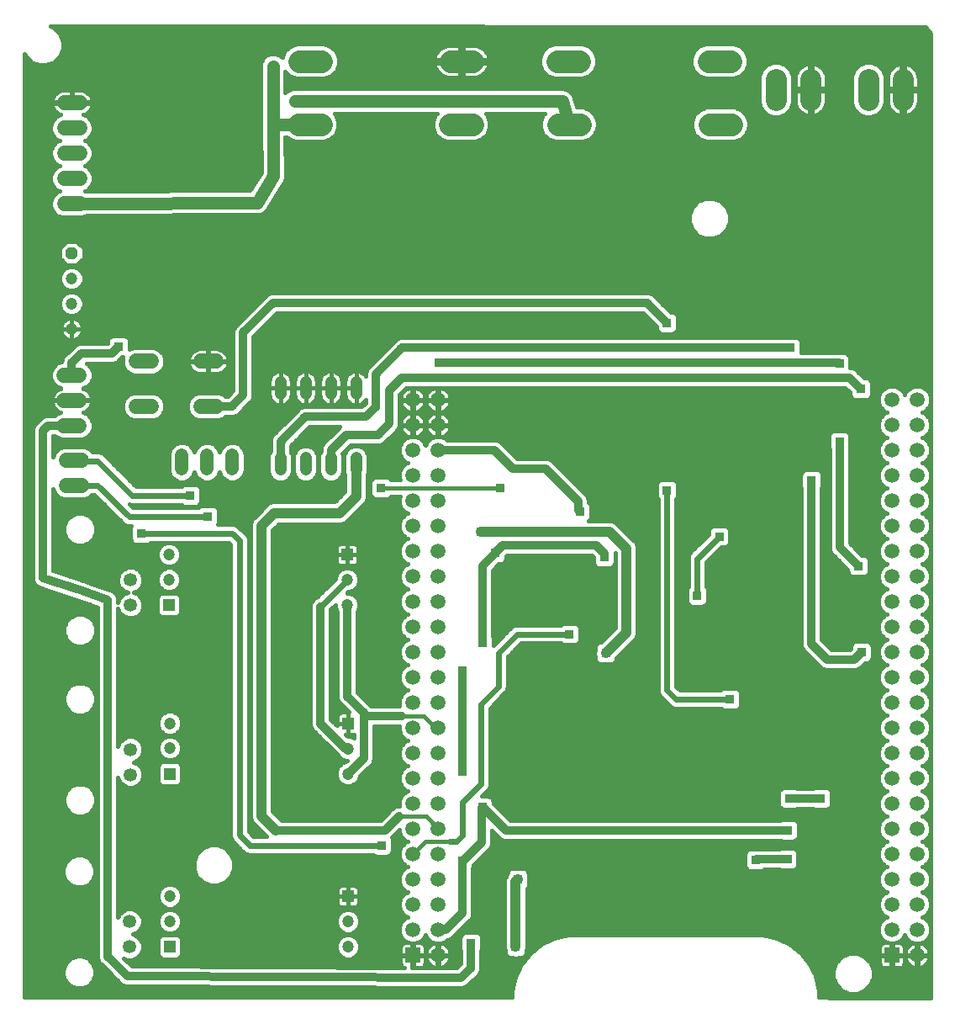
<source format=gbl>
G75*
G70*
%OFA0B0*%
%FSLAX24Y24*%
%IPPOS*%
%LPD*%
%AMOC8*
5,1,8,0,0,1.08239X$1,22.5*
%
%ADD10OC8,0.0472*%
%ADD11C,0.0472*%
%ADD12R,0.0591X0.0591*%
%ADD13C,0.0591*%
%ADD14C,0.0531*%
%ADD15R,0.0472X0.0472*%
%ADD16C,0.0600*%
%ADD17C,0.0885*%
%ADD18C,0.0840*%
%ADD19C,0.0480*%
%ADD20C,0.0540*%
%ADD21C,0.0160*%
%ADD22R,0.0376X0.0376*%
%ADD23C,0.0320*%
%ADD24C,0.0240*%
%ADD25C,0.0400*%
%ADD26C,0.0500*%
D10*
X018633Y049996D03*
D11*
X018633Y048996D03*
X018633Y047996D03*
X018633Y046996D03*
X022493Y038057D03*
X022493Y037070D03*
X022523Y031376D03*
X022523Y030390D03*
X022523Y024516D03*
X022523Y023530D03*
X029586Y023516D03*
X029586Y022516D03*
X029586Y029376D03*
X029586Y030376D03*
X029556Y036057D03*
X029556Y037057D03*
D12*
X032156Y022190D03*
X051156Y022190D03*
D13*
X051156Y023190D03*
X051156Y024190D03*
X051156Y025190D03*
X051156Y026190D03*
X051156Y027190D03*
X051156Y028190D03*
X051156Y029190D03*
X051156Y030190D03*
X051156Y031190D03*
X051156Y032190D03*
X051156Y033190D03*
X051156Y034190D03*
X051156Y035190D03*
X051156Y036190D03*
X051156Y037190D03*
X051156Y038190D03*
X051156Y039190D03*
X051156Y040190D03*
X051156Y041190D03*
X051156Y042190D03*
X051156Y043190D03*
X051156Y044190D03*
X052156Y044190D03*
X052156Y043190D03*
X052156Y042190D03*
X052156Y041190D03*
X052156Y040190D03*
X052156Y039190D03*
X052156Y038190D03*
X052156Y037190D03*
X052156Y036190D03*
X052156Y035190D03*
X052156Y034190D03*
X052156Y033190D03*
X052156Y032190D03*
X052156Y031190D03*
X052156Y030190D03*
X052156Y029190D03*
X052156Y028190D03*
X052156Y027190D03*
X052156Y026190D03*
X052156Y025190D03*
X052156Y024190D03*
X052156Y023190D03*
X052156Y022190D03*
X033156Y022190D03*
X033156Y023190D03*
X033156Y024190D03*
X032156Y024190D03*
X032156Y023190D03*
X032156Y025190D03*
X032156Y026190D03*
X032156Y027190D03*
X032156Y028190D03*
X032156Y029190D03*
X032156Y030190D03*
X032156Y031190D03*
X032156Y032190D03*
X032156Y033190D03*
X032156Y034190D03*
X032156Y035190D03*
X032156Y036190D03*
X032156Y037190D03*
X032156Y038190D03*
X032156Y039190D03*
X032156Y040190D03*
X032156Y041190D03*
X032156Y042190D03*
X032156Y043190D03*
X032156Y044190D03*
X033156Y044190D03*
X033156Y043190D03*
X033156Y042190D03*
X033156Y041190D03*
X033156Y040190D03*
X033156Y039190D03*
X033156Y038190D03*
X033156Y037190D03*
X033156Y036190D03*
X033156Y035190D03*
X033156Y034190D03*
X033156Y033190D03*
X033156Y032190D03*
X033156Y031190D03*
X033156Y030190D03*
X033156Y029190D03*
X033156Y028190D03*
X033156Y027190D03*
X033156Y026190D03*
X033156Y025190D03*
D14*
X020934Y023510D03*
X020934Y022510D03*
X020964Y029340D03*
X020964Y030340D03*
X020964Y036051D03*
X020964Y037051D03*
D15*
X022493Y036057D03*
X022523Y029376D03*
X022523Y022516D03*
X029586Y024516D03*
X029586Y031376D03*
X029556Y038057D03*
D16*
X024347Y043932D02*
X023747Y043932D01*
X023747Y045712D02*
X024347Y045712D01*
X021787Y045712D02*
X021187Y045712D01*
X021187Y043932D02*
X021787Y043932D01*
X018936Y044169D02*
X018336Y044169D01*
X018336Y045169D02*
X018936Y045169D01*
X018936Y043169D02*
X018336Y043169D01*
X018417Y041796D02*
X019017Y041796D01*
X019017Y040796D02*
X018417Y040796D01*
X018345Y051957D02*
X018945Y051957D01*
X018945Y052957D02*
X018345Y052957D01*
X018345Y053957D02*
X018945Y053957D01*
X018945Y054957D02*
X018345Y054957D01*
X018345Y055957D02*
X018945Y055957D01*
D17*
X027634Y055096D02*
X028519Y055096D01*
X028534Y057596D02*
X027649Y057596D01*
X033634Y055096D02*
X034519Y055096D01*
X034534Y057596D02*
X033649Y057596D01*
X037879Y057607D02*
X038764Y057607D01*
X038794Y055094D02*
X037909Y055094D01*
X043909Y055094D02*
X044794Y055094D01*
X044764Y057607D02*
X043879Y057607D01*
D18*
X046558Y056896D02*
X046558Y056056D01*
X047936Y056056D02*
X047936Y056896D01*
X050218Y056896D02*
X050218Y056056D01*
X051596Y056056D02*
X051596Y056896D01*
D19*
X029907Y044896D02*
X029907Y044416D01*
X028907Y044416D02*
X028907Y044896D01*
X027907Y044896D02*
X027907Y044416D01*
X026907Y044416D02*
X026907Y044896D01*
X026907Y041896D02*
X026907Y041416D01*
X027907Y041416D02*
X027907Y041896D01*
X028907Y041896D02*
X028907Y041416D01*
X029907Y041416D02*
X029907Y041896D01*
D20*
X024997Y041986D02*
X024997Y041446D01*
X023997Y041446D02*
X023997Y041986D01*
X022997Y041986D02*
X022997Y041446D01*
D21*
X016772Y057904D02*
X016772Y020536D01*
X036087Y020536D01*
X036087Y020760D01*
X036213Y021314D01*
X036213Y021314D01*
X036459Y021825D01*
X036459Y021825D01*
X036813Y022269D01*
X036813Y022269D01*
X036813Y022269D01*
X037257Y022623D01*
X037257Y022623D01*
X037769Y022870D01*
X037769Y022870D01*
X038323Y022996D01*
X046031Y022996D01*
X046584Y022870D01*
X046584Y022870D01*
X047096Y022623D01*
X047096Y022623D01*
X047540Y022269D01*
X047540Y022269D01*
X047894Y021825D01*
X047894Y021825D01*
X048140Y021314D01*
X048140Y021314D01*
X048267Y020760D01*
X048267Y020530D01*
X048972Y020506D01*
X052696Y020506D01*
X052696Y058709D01*
X052502Y058952D01*
X017780Y058981D01*
X017935Y058917D01*
X018157Y058694D01*
X018278Y058403D01*
X018278Y058089D01*
X018157Y057798D01*
X017935Y057575D01*
X017644Y057455D01*
X017329Y057455D01*
X017038Y057575D01*
X016816Y057798D01*
X016772Y057904D01*
X016772Y057797D02*
X016817Y057797D01*
X016772Y057639D02*
X016975Y057639D01*
X016772Y057480D02*
X017268Y057480D01*
X017705Y057480D02*
X026117Y057480D01*
X026117Y057503D02*
X026117Y055190D01*
X026115Y055186D01*
X026117Y055092D01*
X026117Y054999D01*
X026118Y054995D01*
X026145Y053194D01*
X025705Y052495D01*
X019284Y052466D01*
X019277Y052469D01*
X019187Y052466D01*
X019170Y052466D01*
X019251Y052499D01*
X019403Y052651D01*
X019485Y052850D01*
X019485Y053064D01*
X019403Y053263D01*
X019251Y053415D01*
X019149Y053457D01*
X019251Y053499D01*
X019403Y053651D01*
X019485Y053850D01*
X019485Y054064D01*
X019403Y054263D01*
X019251Y054415D01*
X019149Y054457D01*
X019251Y054499D01*
X019403Y054651D01*
X019485Y054850D01*
X019485Y055064D01*
X019403Y055263D01*
X019251Y055415D01*
X019094Y055480D01*
X019137Y055494D01*
X019207Y055529D01*
X019271Y055576D01*
X019326Y055631D01*
X019373Y055695D01*
X019408Y055765D01*
X019433Y055840D01*
X019445Y055918D01*
X019445Y055937D01*
X018665Y055937D01*
X018665Y055977D01*
X018625Y055977D01*
X018625Y055937D01*
X017845Y055937D01*
X017845Y055918D01*
X017857Y055840D01*
X017882Y055765D01*
X017917Y055695D01*
X017964Y055631D01*
X018019Y055576D01*
X018083Y055529D01*
X018153Y055494D01*
X018196Y055480D01*
X018039Y055415D01*
X017887Y055263D01*
X017805Y055064D01*
X017805Y054850D01*
X017887Y054651D01*
X018039Y054499D01*
X018141Y054457D01*
X018039Y054415D01*
X017887Y054263D01*
X017805Y054064D01*
X017805Y053850D01*
X017887Y053651D01*
X018039Y053499D01*
X018141Y053457D01*
X018039Y053415D01*
X017887Y053263D01*
X017805Y053064D01*
X017805Y052850D01*
X017887Y052651D01*
X018039Y052499D01*
X018141Y052457D01*
X018039Y052415D01*
X017887Y052263D01*
X017805Y052064D01*
X017805Y051850D01*
X017887Y051651D01*
X018039Y051499D01*
X018238Y051417D01*
X019052Y051417D01*
X019219Y051486D01*
X025936Y051516D01*
X025991Y051507D01*
X026033Y051516D01*
X026076Y051516D01*
X026127Y051538D01*
X026181Y051550D01*
X026216Y051575D01*
X026256Y051592D01*
X026295Y051631D01*
X026340Y051663D01*
X026363Y051699D01*
X026393Y051730D01*
X026414Y051781D01*
X027024Y052752D01*
X027056Y052785D01*
X027075Y052833D01*
X027103Y052878D01*
X027111Y052923D01*
X027128Y052966D01*
X027127Y053018D01*
X027136Y053070D01*
X027126Y053115D01*
X027104Y054606D01*
X027159Y054606D01*
X027248Y054517D01*
X027498Y054413D01*
X028655Y054413D01*
X028906Y054517D01*
X029098Y054709D01*
X029202Y054960D01*
X029202Y055232D01*
X029098Y055483D01*
X029044Y055536D01*
X033109Y055536D01*
X033056Y055483D01*
X032952Y055232D01*
X032952Y054960D01*
X033056Y054709D01*
X033248Y054517D01*
X033498Y054413D01*
X034655Y054413D01*
X034906Y054517D01*
X035098Y054709D01*
X035202Y054960D01*
X035202Y055232D01*
X035098Y055483D01*
X035044Y055536D01*
X037385Y055536D01*
X037330Y055481D01*
X037226Y055230D01*
X037226Y054959D01*
X037330Y054708D01*
X037522Y054516D01*
X037773Y054412D01*
X038929Y054412D01*
X039180Y054516D01*
X039372Y054708D01*
X039476Y054959D01*
X039476Y055230D01*
X039372Y055481D01*
X039180Y055673D01*
X038929Y055777D01*
X038663Y055777D01*
X038570Y056096D01*
X038570Y056123D01*
X038542Y056189D01*
X038523Y056257D01*
X038505Y056278D01*
X038495Y056304D01*
X038445Y056354D01*
X038401Y056409D01*
X038377Y056422D01*
X038357Y056441D01*
X038292Y056468D01*
X038230Y056502D01*
X038202Y056505D01*
X038177Y056516D01*
X038106Y056516D01*
X038036Y056524D01*
X038010Y056516D01*
X027379Y056516D01*
X027199Y056441D01*
X027191Y056434D01*
X027153Y056418D01*
X027097Y056362D01*
X027097Y057183D01*
X027262Y057017D01*
X027513Y056913D01*
X028669Y056913D01*
X028920Y057017D01*
X029112Y057209D01*
X029216Y057460D01*
X029216Y057732D01*
X029112Y057983D01*
X028920Y058174D01*
X028669Y058278D01*
X027513Y058278D01*
X027262Y058174D01*
X027070Y057983D01*
X026975Y057753D01*
X026931Y057798D01*
X026892Y057814D01*
X026884Y057821D01*
X026704Y057896D01*
X026509Y057896D01*
X026329Y057821D01*
X026321Y057814D01*
X026283Y057798D01*
X026215Y057730D01*
X026199Y057691D01*
X026191Y057684D01*
X026117Y057503D01*
X026173Y057639D02*
X017998Y057639D01*
X018157Y057797D02*
X026282Y057797D01*
X026117Y057322D02*
X016772Y057322D01*
X016772Y057163D02*
X026117Y057163D01*
X026117Y057005D02*
X016772Y057005D01*
X016772Y056846D02*
X026117Y056846D01*
X026117Y056688D02*
X016772Y056688D01*
X016772Y056529D02*
X026117Y056529D01*
X026117Y056371D02*
X019227Y056371D01*
X019207Y056385D02*
X019271Y056338D01*
X019326Y056283D01*
X019373Y056219D01*
X019408Y056149D01*
X019433Y056074D01*
X019445Y055996D01*
X019445Y055977D01*
X018665Y055977D01*
X018665Y056457D01*
X018984Y056457D01*
X019062Y056445D01*
X019137Y056420D01*
X019207Y056385D01*
X019376Y056212D02*
X026117Y056212D01*
X026117Y056054D02*
X019436Y056054D01*
X019441Y055895D02*
X026117Y055895D01*
X026117Y055737D02*
X019394Y055737D01*
X019273Y055578D02*
X026117Y055578D01*
X026117Y055420D02*
X019240Y055420D01*
X019404Y055261D02*
X026117Y055261D01*
X026116Y055103D02*
X019469Y055103D01*
X019485Y054944D02*
X026119Y054944D01*
X026121Y054786D02*
X019459Y054786D01*
X019379Y054627D02*
X026123Y054627D01*
X026126Y054469D02*
X019177Y054469D01*
X019356Y054310D02*
X026128Y054310D01*
X026130Y054152D02*
X019449Y054152D01*
X019485Y053993D02*
X026133Y053993D01*
X026135Y053835D02*
X019479Y053835D01*
X019413Y053676D02*
X026137Y053676D01*
X026140Y053518D02*
X019269Y053518D01*
X019307Y053359D02*
X026142Y053359D01*
X026144Y053201D02*
X019429Y053201D01*
X019485Y053042D02*
X026049Y053042D01*
X025949Y052884D02*
X019485Y052884D01*
X019433Y052725D02*
X025850Y052725D01*
X025750Y052567D02*
X019318Y052567D01*
X019149Y051457D02*
X043125Y051457D01*
X043125Y051533D02*
X043125Y051219D01*
X043246Y050928D01*
X043468Y050705D01*
X043759Y050585D01*
X044074Y050585D01*
X044365Y050705D01*
X044587Y050928D01*
X044708Y051219D01*
X044708Y051533D01*
X044587Y051824D01*
X044365Y052047D01*
X044074Y052167D01*
X043759Y052167D01*
X043468Y052047D01*
X043246Y051824D01*
X043125Y051533D01*
X043159Y051616D02*
X026280Y051616D01*
X026411Y051774D02*
X043225Y051774D01*
X043354Y051933D02*
X026509Y051933D01*
X026609Y052091D02*
X043575Y052091D01*
X044258Y052091D02*
X052696Y052091D01*
X052696Y051933D02*
X044479Y051933D01*
X044608Y051774D02*
X052696Y051774D01*
X052696Y051616D02*
X044674Y051616D01*
X044708Y051457D02*
X052696Y051457D01*
X052696Y051299D02*
X044708Y051299D01*
X044675Y051140D02*
X052696Y051140D01*
X052696Y050982D02*
X044610Y050982D01*
X044483Y050823D02*
X052696Y050823D01*
X052696Y050665D02*
X044266Y050665D01*
X043567Y050665D02*
X016772Y050665D01*
X016772Y050823D02*
X043351Y050823D01*
X043224Y050982D02*
X016772Y050982D01*
X016772Y051140D02*
X043158Y051140D01*
X043125Y051299D02*
X016772Y051299D01*
X016772Y051457D02*
X018141Y051457D01*
X017923Y051616D02*
X016772Y051616D01*
X016772Y051774D02*
X017836Y051774D01*
X017805Y051933D02*
X016772Y051933D01*
X016772Y052091D02*
X017816Y052091D01*
X017882Y052250D02*
X016772Y052250D01*
X016772Y052408D02*
X018032Y052408D01*
X017972Y052567D02*
X016772Y052567D01*
X016772Y052725D02*
X017857Y052725D01*
X017805Y052884D02*
X016772Y052884D01*
X016772Y053042D02*
X017805Y053042D01*
X017861Y053201D02*
X016772Y053201D01*
X016772Y053359D02*
X017983Y053359D01*
X018021Y053518D02*
X016772Y053518D01*
X016772Y053676D02*
X017877Y053676D01*
X017811Y053835D02*
X016772Y053835D01*
X016772Y053993D02*
X017805Y053993D01*
X017841Y054152D02*
X016772Y054152D01*
X016772Y054310D02*
X017934Y054310D01*
X018113Y054469D02*
X016772Y054469D01*
X016772Y054627D02*
X017911Y054627D01*
X017832Y054786D02*
X016772Y054786D01*
X016772Y054944D02*
X017805Y054944D01*
X017821Y055103D02*
X016772Y055103D01*
X016772Y055261D02*
X017886Y055261D01*
X018051Y055420D02*
X016772Y055420D01*
X016772Y055578D02*
X018017Y055578D01*
X017896Y055737D02*
X016772Y055737D01*
X016772Y055895D02*
X017849Y055895D01*
X017845Y055977D02*
X018625Y055977D01*
X018625Y056457D01*
X018306Y056457D01*
X018228Y056445D01*
X018153Y056420D01*
X018083Y056385D01*
X018019Y056338D01*
X017964Y056283D01*
X017917Y056219D01*
X017882Y056149D01*
X017857Y056074D01*
X017845Y055996D01*
X017845Y055977D01*
X017854Y056054D02*
X016772Y056054D01*
X016772Y056212D02*
X017914Y056212D01*
X018064Y056371D02*
X016772Y056371D01*
X018625Y056371D02*
X018665Y056371D01*
X018665Y056212D02*
X018625Y056212D01*
X018625Y056054D02*
X018665Y056054D01*
X018223Y057956D02*
X027059Y057956D01*
X026993Y057797D02*
X026931Y057797D01*
X027202Y058114D02*
X018278Y058114D01*
X018278Y058273D02*
X027499Y058273D01*
X027116Y057163D02*
X027097Y057163D01*
X027097Y057005D02*
X027293Y057005D01*
X027097Y056846D02*
X045898Y056846D01*
X045898Y056688D02*
X027097Y056688D01*
X027097Y056529D02*
X045898Y056529D01*
X045898Y056371D02*
X038431Y056371D01*
X038536Y056212D02*
X045898Y056212D01*
X045898Y056054D02*
X038582Y056054D01*
X038628Y055895D02*
X045910Y055895D01*
X045898Y055925D02*
X045998Y055682D01*
X046184Y055496D01*
X046426Y055396D01*
X046689Y055396D01*
X046932Y055496D01*
X047117Y055682D01*
X047218Y055925D01*
X047218Y057027D01*
X047117Y057270D01*
X046932Y057456D01*
X046689Y057556D01*
X046426Y057556D01*
X046184Y057456D01*
X045998Y057270D01*
X045898Y057027D01*
X045898Y055925D01*
X045976Y055737D02*
X045027Y055737D01*
X044929Y055777D02*
X045180Y055673D01*
X045372Y055481D01*
X045476Y055230D01*
X045476Y054959D01*
X045372Y054708D01*
X045180Y054516D01*
X044929Y054412D01*
X043773Y054412D01*
X043522Y054516D01*
X043330Y054708D01*
X043226Y054959D01*
X043226Y055230D01*
X043330Y055481D01*
X043522Y055673D01*
X043773Y055777D01*
X044929Y055777D01*
X045275Y055578D02*
X046102Y055578D01*
X046370Y055420D02*
X045398Y055420D01*
X045463Y055261D02*
X052696Y055261D01*
X052696Y055103D02*
X045476Y055103D01*
X045470Y054944D02*
X052696Y054944D01*
X052696Y054786D02*
X045404Y054786D01*
X045291Y054627D02*
X052696Y054627D01*
X052696Y054469D02*
X045066Y054469D01*
X043636Y054469D02*
X039066Y054469D01*
X039291Y054627D02*
X043411Y054627D01*
X043298Y054786D02*
X039404Y054786D01*
X039470Y054944D02*
X043232Y054944D01*
X043226Y055103D02*
X039476Y055103D01*
X039463Y055261D02*
X043239Y055261D01*
X043305Y055420D02*
X039398Y055420D01*
X039275Y055578D02*
X043427Y055578D01*
X043675Y055737D02*
X039027Y055737D01*
X038899Y056925D02*
X039150Y057029D01*
X039342Y057221D01*
X039446Y057472D01*
X039446Y057743D01*
X039342Y057994D01*
X039150Y058186D01*
X038899Y058290D01*
X037743Y058290D01*
X037492Y058186D01*
X037300Y057994D01*
X037196Y057743D01*
X037196Y057472D01*
X037300Y057221D01*
X037492Y057029D01*
X037743Y056925D01*
X038899Y056925D01*
X039092Y057005D02*
X043551Y057005D01*
X043492Y057029D02*
X043743Y056925D01*
X044899Y056925D01*
X045150Y057029D01*
X045342Y057221D01*
X045446Y057472D01*
X045446Y057743D01*
X045342Y057994D01*
X045150Y058186D01*
X044899Y058290D01*
X043743Y058290D01*
X043492Y058186D01*
X043300Y057994D01*
X043196Y057743D01*
X043196Y057472D01*
X043300Y057221D01*
X043492Y057029D01*
X043358Y057163D02*
X039284Y057163D01*
X039384Y057322D02*
X043258Y057322D01*
X043196Y057480D02*
X039446Y057480D01*
X039446Y057639D02*
X043196Y057639D01*
X043218Y057797D02*
X039424Y057797D01*
X039358Y057956D02*
X043284Y057956D01*
X043420Y058114D02*
X039222Y058114D01*
X038941Y058273D02*
X043701Y058273D01*
X044941Y058273D02*
X052696Y058273D01*
X052696Y058431D02*
X018266Y058431D01*
X018201Y058590D02*
X052696Y058590D01*
X052665Y058748D02*
X018103Y058748D01*
X017945Y058907D02*
X052538Y058907D01*
X052696Y058114D02*
X045222Y058114D01*
X045358Y057956D02*
X052696Y057956D01*
X052696Y057797D02*
X045424Y057797D01*
X045446Y057639D02*
X052696Y057639D01*
X052696Y057480D02*
X051804Y057480D01*
X051834Y057471D02*
X051741Y057501D01*
X051656Y057514D01*
X051656Y056536D01*
X052216Y056536D01*
X052216Y056945D01*
X052200Y057041D01*
X052170Y057134D01*
X052126Y057221D01*
X052069Y057300D01*
X052000Y057369D01*
X051921Y057426D01*
X051834Y057471D01*
X051656Y057480D02*
X051536Y057480D01*
X051536Y057514D02*
X051450Y057501D01*
X051358Y057471D01*
X051271Y057426D01*
X051192Y057369D01*
X051123Y057300D01*
X051065Y057221D01*
X051021Y057134D01*
X050991Y057041D01*
X050976Y056945D01*
X050976Y056536D01*
X051536Y056536D01*
X051536Y057514D01*
X051387Y057480D02*
X050532Y057480D01*
X050592Y057456D02*
X050349Y057556D01*
X050086Y057556D01*
X049844Y057456D01*
X049658Y057270D01*
X049558Y057027D01*
X049558Y055925D01*
X049658Y055682D01*
X049844Y055496D01*
X050086Y055396D01*
X050349Y055396D01*
X050592Y055496D01*
X050777Y055682D01*
X050878Y055925D01*
X050878Y057027D01*
X050777Y057270D01*
X050592Y057456D01*
X050726Y057322D02*
X051144Y057322D01*
X051036Y057163D02*
X050821Y057163D01*
X050878Y057005D02*
X050985Y057005D01*
X050976Y056846D02*
X050878Y056846D01*
X050878Y056688D02*
X050976Y056688D01*
X050878Y056529D02*
X051536Y056529D01*
X051536Y056536D02*
X051536Y056416D01*
X051656Y056416D01*
X051656Y056536D01*
X051536Y056536D01*
X051656Y056529D02*
X052696Y056529D01*
X052696Y056371D02*
X052216Y056371D01*
X052216Y056416D02*
X051656Y056416D01*
X051656Y055438D01*
X051741Y055451D01*
X051834Y055481D01*
X051921Y055526D01*
X052000Y055583D01*
X052069Y055652D01*
X052126Y055731D01*
X052170Y055818D01*
X052200Y055911D01*
X052216Y056007D01*
X052216Y056416D01*
X052216Y056212D02*
X052696Y056212D01*
X052696Y056054D02*
X052216Y056054D01*
X052195Y055895D02*
X052696Y055895D01*
X052696Y055737D02*
X052129Y055737D01*
X051993Y055578D02*
X052696Y055578D01*
X052696Y055420D02*
X050406Y055420D01*
X050673Y055578D02*
X051199Y055578D01*
X051192Y055583D02*
X051271Y055526D01*
X051358Y055481D01*
X051450Y055451D01*
X051536Y055438D01*
X051536Y056416D01*
X050976Y056416D01*
X050976Y056007D01*
X050991Y055911D01*
X051021Y055818D01*
X051065Y055731D01*
X051123Y055652D01*
X051192Y055583D01*
X051063Y055737D02*
X050800Y055737D01*
X050865Y055895D02*
X050996Y055895D01*
X050976Y056054D02*
X050878Y056054D01*
X050878Y056212D02*
X050976Y056212D01*
X050976Y056371D02*
X050878Y056371D01*
X051536Y056371D02*
X051656Y056371D01*
X051656Y056212D02*
X051536Y056212D01*
X051536Y056054D02*
X051656Y056054D01*
X051656Y055895D02*
X051536Y055895D01*
X051536Y055737D02*
X051656Y055737D01*
X051656Y055578D02*
X051536Y055578D01*
X051536Y056688D02*
X051656Y056688D01*
X051656Y056846D02*
X051536Y056846D01*
X051536Y057005D02*
X051656Y057005D01*
X051656Y057163D02*
X051536Y057163D01*
X051536Y057322D02*
X051656Y057322D01*
X052047Y057322D02*
X052696Y057322D01*
X052696Y057163D02*
X052155Y057163D01*
X052206Y057005D02*
X052696Y057005D01*
X052696Y056846D02*
X052216Y056846D01*
X052216Y056688D02*
X052696Y056688D01*
X052696Y054310D02*
X027108Y054310D01*
X027111Y054152D02*
X052696Y054152D01*
X052696Y053993D02*
X027113Y053993D01*
X027115Y053835D02*
X052696Y053835D01*
X052696Y053676D02*
X027118Y053676D01*
X027120Y053518D02*
X052696Y053518D01*
X052696Y053359D02*
X027122Y053359D01*
X027125Y053201D02*
X052696Y053201D01*
X052696Y053042D02*
X027131Y053042D01*
X027104Y052884D02*
X052696Y052884D01*
X052696Y052725D02*
X027007Y052725D01*
X026908Y052567D02*
X052696Y052567D01*
X052696Y052408D02*
X026808Y052408D01*
X026708Y052250D02*
X052696Y052250D01*
X052696Y050506D02*
X016772Y050506D01*
X016772Y050348D02*
X018311Y050348D01*
X018436Y050472D02*
X018157Y050193D01*
X018157Y049799D01*
X018436Y049520D01*
X018830Y049520D01*
X019109Y049799D01*
X019109Y050193D01*
X018830Y050472D01*
X018436Y050472D01*
X018157Y050189D02*
X016772Y050189D01*
X016772Y050031D02*
X018157Y050031D01*
X018157Y049872D02*
X016772Y049872D01*
X016772Y049714D02*
X018242Y049714D01*
X018401Y049555D02*
X016772Y049555D01*
X016772Y049397D02*
X018360Y049397D01*
X018363Y049400D02*
X018229Y049266D01*
X018157Y049091D01*
X018157Y048901D01*
X018229Y048726D01*
X018363Y048592D01*
X018538Y048520D01*
X018728Y048520D01*
X018903Y048592D01*
X019037Y048726D01*
X019109Y048901D01*
X019109Y049091D01*
X019037Y049266D01*
X018903Y049400D01*
X018728Y049472D01*
X018538Y049472D01*
X018363Y049400D01*
X018217Y049238D02*
X016772Y049238D01*
X016772Y049080D02*
X018157Y049080D01*
X018157Y048921D02*
X016772Y048921D01*
X016772Y048763D02*
X018214Y048763D01*
X018352Y048604D02*
X016772Y048604D01*
X016772Y048446D02*
X018473Y048446D01*
X018538Y048472D02*
X018363Y048400D01*
X018229Y048266D01*
X018157Y048091D01*
X018157Y047901D01*
X018229Y047726D01*
X018363Y047592D01*
X018538Y047520D01*
X018728Y047520D01*
X018903Y047592D01*
X019037Y047726D01*
X019109Y047901D01*
X019109Y048091D01*
X019037Y048266D01*
X018903Y048400D01*
X018728Y048472D01*
X018538Y048472D01*
X018793Y048446D02*
X052696Y048446D01*
X052696Y048604D02*
X018914Y048604D01*
X019051Y048763D02*
X052696Y048763D01*
X052696Y048921D02*
X019109Y048921D01*
X019109Y049080D02*
X052696Y049080D01*
X052696Y049238D02*
X019048Y049238D01*
X018906Y049397D02*
X052696Y049397D01*
X052696Y049555D02*
X018865Y049555D01*
X019024Y049714D02*
X052696Y049714D01*
X052696Y049872D02*
X019109Y049872D01*
X019109Y050031D02*
X052696Y050031D01*
X052696Y050189D02*
X019109Y050189D01*
X018955Y050348D02*
X052696Y050348D01*
X052696Y048287D02*
X041751Y048287D01*
X041683Y048355D02*
X041536Y048416D01*
X026527Y048416D01*
X026380Y048355D01*
X026268Y048243D01*
X025098Y047073D01*
X025037Y046926D01*
X025037Y044552D01*
X024817Y044332D01*
X024710Y044332D01*
X024652Y044390D01*
X024454Y044472D01*
X023639Y044472D01*
X023441Y044390D01*
X023289Y044238D01*
X023207Y044039D01*
X023207Y043825D01*
X023289Y043626D01*
X023441Y043474D01*
X023639Y043392D01*
X024454Y043392D01*
X024652Y043474D01*
X024710Y043532D01*
X025062Y043532D01*
X025209Y043593D01*
X025663Y044047D01*
X025776Y044159D01*
X025837Y044306D01*
X025837Y046680D01*
X026772Y047616D01*
X041291Y047616D01*
X041809Y047098D01*
X041809Y047000D01*
X041845Y046912D01*
X041913Y046844D01*
X042001Y046808D01*
X042472Y046808D01*
X042561Y046844D01*
X042628Y046912D01*
X042665Y047000D01*
X042665Y047472D01*
X042628Y047560D01*
X042561Y047628D01*
X042472Y047664D01*
X042374Y047664D01*
X041683Y048355D01*
X041910Y048129D02*
X052696Y048129D01*
X052696Y047970D02*
X042068Y047970D01*
X042227Y047812D02*
X052696Y047812D01*
X052696Y047653D02*
X042499Y047653D01*
X042655Y047495D02*
X052696Y047495D01*
X052696Y047336D02*
X042665Y047336D01*
X042665Y047178D02*
X052696Y047178D01*
X052696Y047019D02*
X042665Y047019D01*
X042577Y046861D02*
X052696Y046861D01*
X052696Y046702D02*
X025858Y046702D01*
X025837Y046544D02*
X031468Y046544D01*
X031510Y046585D02*
X031398Y046473D01*
X030348Y045423D01*
X030287Y045276D01*
X030287Y045119D01*
X030283Y045127D01*
X030242Y045183D01*
X030193Y045232D01*
X030137Y045272D01*
X030076Y045304D01*
X030010Y045325D01*
X029941Y045336D01*
X029907Y045336D01*
X029907Y044656D01*
X029907Y044656D01*
X029907Y043976D01*
X029941Y043976D01*
X030010Y043987D01*
X030076Y044008D01*
X030137Y044040D01*
X030193Y044080D01*
X030242Y044129D01*
X030283Y044185D01*
X030287Y044193D01*
X030287Y044072D01*
X030131Y043916D01*
X027817Y043916D01*
X027670Y043855D01*
X027558Y043743D01*
X027558Y043743D01*
X026568Y042753D01*
X026507Y042606D01*
X026507Y042175D01*
X026500Y042168D01*
X026427Y041991D01*
X026427Y041321D01*
X026500Y041144D01*
X026635Y041009D01*
X026811Y040936D01*
X027002Y040936D01*
X027179Y041009D01*
X027314Y041144D01*
X027387Y041321D01*
X027387Y041991D01*
X027314Y042168D01*
X027307Y042175D01*
X027307Y042360D01*
X028062Y043116D01*
X029271Y043116D01*
X029178Y043023D01*
X028568Y042413D01*
X028507Y042266D01*
X028507Y042175D01*
X028500Y042168D01*
X028427Y041991D01*
X028427Y041321D01*
X028500Y041144D01*
X028635Y041009D01*
X028811Y040936D01*
X029002Y040936D01*
X029179Y041009D01*
X029314Y041144D01*
X029387Y041321D01*
X029387Y041991D01*
X029355Y042068D01*
X029682Y042396D01*
X030856Y042396D01*
X031003Y042457D01*
X031453Y042907D01*
X031566Y043019D01*
X031627Y043166D01*
X031627Y044400D01*
X031902Y044676D01*
X032058Y044676D01*
X032040Y044673D01*
X031966Y044649D01*
X031896Y044614D01*
X031833Y044568D01*
X031778Y044513D01*
X031732Y044450D01*
X031697Y044380D01*
X031673Y044306D01*
X031661Y044229D01*
X031661Y044208D01*
X032138Y044208D01*
X032138Y044172D01*
X031661Y044172D01*
X031661Y044151D01*
X031673Y044074D01*
X031697Y044000D01*
X031732Y043930D01*
X031778Y043867D01*
X031833Y043812D01*
X031896Y043766D01*
X031966Y043731D01*
X032040Y043707D01*
X032117Y043695D01*
X032138Y043695D01*
X032138Y044172D01*
X032174Y044172D01*
X032174Y044208D01*
X032651Y044208D01*
X032651Y044229D01*
X032639Y044306D01*
X032615Y044380D01*
X032580Y044450D01*
X032534Y044513D01*
X032479Y044568D01*
X032416Y044614D01*
X032346Y044649D01*
X032272Y044673D01*
X032254Y044676D01*
X033058Y044676D01*
X033040Y044673D01*
X032966Y044649D01*
X032896Y044614D01*
X032833Y044568D01*
X032778Y044513D01*
X032732Y044450D01*
X032697Y044380D01*
X032673Y044306D01*
X032661Y044229D01*
X032661Y044208D01*
X033138Y044208D01*
X033138Y044172D01*
X033174Y044172D01*
X033174Y044208D01*
X033651Y044208D01*
X033651Y044229D01*
X033639Y044306D01*
X033615Y044380D01*
X033580Y044450D01*
X033534Y044513D01*
X033479Y044568D01*
X033416Y044614D01*
X033346Y044649D01*
X033272Y044673D01*
X033254Y044676D01*
X049301Y044676D01*
X049489Y044488D01*
X049489Y044390D01*
X049525Y044302D01*
X049593Y044234D01*
X049681Y044198D01*
X050152Y044198D01*
X050241Y044234D01*
X050308Y044302D01*
X050345Y044390D01*
X050345Y044862D01*
X050308Y044950D01*
X050241Y045018D01*
X050152Y045054D01*
X050054Y045054D01*
X049693Y045415D01*
X049546Y045476D01*
X049505Y045476D01*
X049505Y045852D01*
X049468Y045940D01*
X049401Y046008D01*
X049312Y046044D01*
X049131Y046044D01*
X049126Y046046D01*
X047555Y046046D01*
X047555Y046482D01*
X047518Y046570D01*
X047451Y046638D01*
X047362Y046674D01*
X046891Y046674D01*
X046823Y046646D01*
X031657Y046646D01*
X031510Y046585D01*
X031310Y046385D02*
X025837Y046385D01*
X025837Y046227D02*
X031151Y046227D01*
X030993Y046068D02*
X025837Y046068D01*
X025837Y045910D02*
X030834Y045910D01*
X030676Y045751D02*
X025837Y045751D01*
X025837Y045593D02*
X030517Y045593D01*
X030359Y045434D02*
X025837Y045434D01*
X025837Y045276D02*
X026682Y045276D01*
X026676Y045272D02*
X026620Y045232D01*
X026571Y045183D01*
X026530Y045127D01*
X026499Y045065D01*
X026477Y044999D01*
X026467Y044931D01*
X026467Y044656D01*
X026467Y044381D01*
X026477Y044313D01*
X026499Y044247D01*
X026530Y044185D01*
X026571Y044129D01*
X026620Y044080D01*
X026676Y044040D01*
X026738Y044008D01*
X026804Y043987D01*
X026872Y043976D01*
X026907Y043976D01*
X026941Y043976D01*
X027010Y043987D01*
X027076Y044008D01*
X027137Y044040D01*
X027193Y044080D01*
X027242Y044129D01*
X027283Y044185D01*
X027314Y044247D01*
X027336Y044313D01*
X027347Y044381D01*
X027347Y044656D01*
X027347Y044931D01*
X027336Y044999D01*
X027314Y045065D01*
X027283Y045127D01*
X027242Y045183D01*
X027193Y045232D01*
X027137Y045272D01*
X027076Y045304D01*
X027010Y045325D01*
X026941Y045336D01*
X026907Y045336D01*
X026907Y044656D01*
X027347Y044656D01*
X026907Y044656D01*
X026907Y044656D01*
X026907Y044656D01*
X026907Y043976D01*
X026907Y044656D01*
X026907Y044656D01*
X026907Y045336D01*
X026872Y045336D01*
X026804Y045325D01*
X026738Y045304D01*
X026676Y045272D01*
X026525Y045117D02*
X025837Y045117D01*
X025837Y044959D02*
X026471Y044959D01*
X026467Y044800D02*
X025837Y044800D01*
X025837Y044642D02*
X026467Y044642D01*
X026467Y044656D02*
X026907Y044656D01*
X026907Y044656D01*
X026467Y044656D01*
X026467Y044483D02*
X025837Y044483D01*
X025837Y044325D02*
X026476Y044325D01*
X026544Y044166D02*
X025778Y044166D01*
X025624Y044008D02*
X026740Y044008D01*
X026907Y044008D02*
X026907Y044008D01*
X026907Y044166D02*
X026907Y044166D01*
X026907Y044325D02*
X026907Y044325D01*
X026907Y044483D02*
X026907Y044483D01*
X026907Y044642D02*
X026907Y044642D01*
X026907Y044800D02*
X026907Y044800D01*
X026907Y044959D02*
X026907Y044959D01*
X026907Y045117D02*
X026907Y045117D01*
X026907Y045276D02*
X026907Y045276D01*
X027131Y045276D02*
X027682Y045276D01*
X027676Y045272D02*
X027620Y045232D01*
X027571Y045183D01*
X027530Y045127D01*
X027499Y045065D01*
X027477Y044999D01*
X027467Y044931D01*
X027467Y044656D01*
X027467Y044381D01*
X027477Y044313D01*
X027499Y044247D01*
X027530Y044185D01*
X027571Y044129D01*
X027620Y044080D01*
X027676Y044040D01*
X027738Y044008D01*
X027804Y043987D01*
X027872Y043976D01*
X027907Y043976D01*
X027941Y043976D01*
X028010Y043987D01*
X028076Y044008D01*
X028137Y044040D01*
X028193Y044080D01*
X028242Y044129D01*
X028283Y044185D01*
X028314Y044247D01*
X028336Y044313D01*
X028347Y044381D01*
X028347Y044656D01*
X028347Y044931D01*
X028336Y044999D01*
X028314Y045065D01*
X028283Y045127D01*
X028242Y045183D01*
X028193Y045232D01*
X028137Y045272D01*
X028076Y045304D01*
X028010Y045325D01*
X027941Y045336D01*
X027907Y045336D01*
X027907Y044656D01*
X028347Y044656D01*
X027907Y044656D01*
X027907Y044656D01*
X027907Y044656D01*
X027907Y043976D01*
X027907Y044656D01*
X027907Y044656D01*
X027907Y045336D01*
X027872Y045336D01*
X027804Y045325D01*
X027738Y045304D01*
X027676Y045272D01*
X027525Y045117D02*
X027288Y045117D01*
X027342Y044959D02*
X027471Y044959D01*
X027467Y044800D02*
X027347Y044800D01*
X027347Y044642D02*
X027467Y044642D01*
X027467Y044656D02*
X027907Y044656D01*
X027907Y044656D01*
X027467Y044656D01*
X027467Y044483D02*
X027347Y044483D01*
X027338Y044325D02*
X027476Y044325D01*
X027544Y044166D02*
X027269Y044166D01*
X027073Y044008D02*
X027740Y044008D01*
X027907Y044008D02*
X027907Y044008D01*
X027907Y044166D02*
X027907Y044166D01*
X027907Y044325D02*
X027907Y044325D01*
X027907Y044483D02*
X027907Y044483D01*
X027907Y044642D02*
X027907Y044642D01*
X027907Y044800D02*
X027907Y044800D01*
X027907Y044959D02*
X027907Y044959D01*
X027907Y045117D02*
X027907Y045117D01*
X027907Y045276D02*
X027907Y045276D01*
X028131Y045276D02*
X028682Y045276D01*
X028676Y045272D02*
X028620Y045232D01*
X028571Y045183D01*
X028530Y045127D01*
X028499Y045065D01*
X028477Y044999D01*
X028467Y044931D01*
X028467Y044656D01*
X028467Y044381D01*
X028477Y044313D01*
X028499Y044247D01*
X028530Y044185D01*
X028571Y044129D01*
X028620Y044080D01*
X028676Y044040D01*
X028738Y044008D01*
X028804Y043987D01*
X028872Y043976D01*
X028907Y043976D01*
X028941Y043976D01*
X029010Y043987D01*
X029076Y044008D01*
X029137Y044040D01*
X029193Y044080D01*
X029242Y044129D01*
X029283Y044185D01*
X029314Y044247D01*
X029336Y044313D01*
X029347Y044381D01*
X029347Y044656D01*
X029347Y044931D01*
X029336Y044999D01*
X029314Y045065D01*
X029283Y045127D01*
X029242Y045183D01*
X029193Y045232D01*
X029137Y045272D01*
X029076Y045304D01*
X029010Y045325D01*
X028941Y045336D01*
X028907Y045336D01*
X028907Y044656D01*
X029347Y044656D01*
X028907Y044656D01*
X028907Y044656D01*
X028907Y044656D01*
X028907Y043976D01*
X028907Y044656D01*
X028907Y044656D01*
X028907Y045336D01*
X028872Y045336D01*
X028804Y045325D01*
X028738Y045304D01*
X028676Y045272D01*
X028525Y045117D02*
X028288Y045117D01*
X028342Y044959D02*
X028471Y044959D01*
X028467Y044800D02*
X028347Y044800D01*
X028347Y044642D02*
X028467Y044642D01*
X028467Y044656D02*
X028907Y044656D01*
X028907Y044656D01*
X028467Y044656D01*
X028467Y044483D02*
X028347Y044483D01*
X028338Y044325D02*
X028476Y044325D01*
X028544Y044166D02*
X028269Y044166D01*
X028073Y044008D02*
X028740Y044008D01*
X028907Y044008D02*
X028907Y044008D01*
X028907Y044166D02*
X028907Y044166D01*
X028907Y044325D02*
X028907Y044325D01*
X028907Y044483D02*
X028907Y044483D01*
X028907Y044642D02*
X028907Y044642D01*
X028907Y044800D02*
X028907Y044800D01*
X028907Y044959D02*
X028907Y044959D01*
X028907Y045117D02*
X028907Y045117D01*
X028907Y045276D02*
X028907Y045276D01*
X029131Y045276D02*
X029682Y045276D01*
X029676Y045272D02*
X029620Y045232D01*
X029571Y045183D01*
X029530Y045127D01*
X029499Y045065D01*
X029477Y044999D01*
X029467Y044931D01*
X029467Y044656D01*
X029467Y044381D01*
X029477Y044313D01*
X029499Y044247D01*
X029530Y044185D01*
X029571Y044129D01*
X029620Y044080D01*
X029676Y044040D01*
X029738Y044008D01*
X029804Y043987D01*
X029872Y043976D01*
X029907Y043976D01*
X029907Y044656D01*
X029907Y044656D01*
X029907Y045336D01*
X029872Y045336D01*
X029804Y045325D01*
X029738Y045304D01*
X029676Y045272D01*
X029525Y045117D02*
X029288Y045117D01*
X029342Y044959D02*
X029471Y044959D01*
X029467Y044800D02*
X029347Y044800D01*
X029347Y044642D02*
X029467Y044642D01*
X029467Y044656D02*
X029907Y044656D01*
X029907Y044656D01*
X029467Y044656D01*
X029467Y044483D02*
X029347Y044483D01*
X029338Y044325D02*
X029476Y044325D01*
X029544Y044166D02*
X029269Y044166D01*
X029073Y044008D02*
X029740Y044008D01*
X029907Y044008D02*
X029907Y044008D01*
X029907Y044166D02*
X029907Y044166D01*
X029907Y044325D02*
X029907Y044325D01*
X029907Y044483D02*
X029907Y044483D01*
X029907Y044642D02*
X029907Y044642D01*
X029907Y044800D02*
X029907Y044800D01*
X029907Y044959D02*
X029907Y044959D01*
X029907Y045117D02*
X029907Y045117D01*
X029907Y045276D02*
X029907Y045276D01*
X030131Y045276D02*
X030287Y045276D01*
X030269Y044166D02*
X030287Y044166D01*
X030222Y044008D02*
X030073Y044008D01*
X029211Y043056D02*
X028003Y043056D01*
X027844Y042898D02*
X029053Y042898D01*
X028894Y042739D02*
X027686Y042739D01*
X027527Y042581D02*
X028736Y042581D01*
X028577Y042422D02*
X027369Y042422D01*
X027307Y042264D02*
X027596Y042264D01*
X027635Y042303D02*
X027500Y042168D01*
X027427Y041991D01*
X027427Y041321D01*
X027500Y041144D01*
X027635Y041009D01*
X027811Y040936D01*
X028002Y040936D01*
X028179Y041009D01*
X028314Y041144D01*
X028387Y041321D01*
X028387Y041991D01*
X028314Y042168D01*
X028179Y042303D01*
X028002Y042376D01*
X027811Y042376D01*
X027635Y042303D01*
X027474Y042105D02*
X027339Y042105D01*
X027387Y041947D02*
X027427Y041947D01*
X027427Y041788D02*
X027387Y041788D01*
X027387Y041630D02*
X027427Y041630D01*
X027427Y041471D02*
X027387Y041471D01*
X027384Y041313D02*
X027430Y041313D01*
X027495Y041154D02*
X027318Y041154D01*
X027147Y040996D02*
X027666Y040996D01*
X028147Y040996D02*
X028666Y040996D01*
X028495Y041154D02*
X028318Y041154D01*
X028384Y041313D02*
X028430Y041313D01*
X028427Y041471D02*
X028387Y041471D01*
X028387Y041630D02*
X028427Y041630D01*
X028427Y041788D02*
X028387Y041788D01*
X028387Y041947D02*
X028427Y041947D01*
X028474Y042105D02*
X028339Y042105D01*
X028217Y042264D02*
X028507Y042264D01*
X029392Y042105D02*
X029474Y042105D01*
X029500Y042168D02*
X029427Y041991D01*
X029427Y041321D01*
X029467Y041224D01*
X029467Y040548D01*
X029064Y040146D01*
X026579Y040146D01*
X026417Y040079D01*
X025907Y039569D01*
X025784Y039445D01*
X025717Y039284D01*
X025717Y027618D01*
X025784Y027457D01*
X026344Y026896D01*
X025834Y026896D01*
X025647Y027097D01*
X025647Y038564D01*
X025650Y038573D01*
X025647Y038635D01*
X025647Y038698D01*
X025643Y038707D01*
X025642Y038716D01*
X025616Y038772D01*
X025592Y038830D01*
X025585Y038837D01*
X025581Y038846D01*
X025535Y038887D01*
X025491Y038931D01*
X025482Y038935D01*
X025235Y039157D01*
X025191Y039201D01*
X025182Y039205D01*
X025174Y039211D01*
X025116Y039232D01*
X025058Y039256D01*
X025048Y039256D01*
X025039Y039259D01*
X024977Y039256D01*
X024428Y039256D01*
X024455Y039320D01*
X024455Y039792D01*
X024418Y039880D01*
X024351Y039948D01*
X024262Y039984D01*
X023791Y039984D01*
X023703Y039948D01*
X023671Y039916D01*
X021056Y039916D01*
X020922Y040050D01*
X020955Y040036D01*
X022981Y040036D01*
X023013Y040004D01*
X023101Y039968D01*
X023572Y039968D01*
X023661Y040004D01*
X023728Y040072D01*
X023765Y040160D01*
X023765Y040632D01*
X023728Y040720D01*
X023661Y040788D01*
X023572Y040824D01*
X023101Y040824D01*
X023013Y040788D01*
X022981Y040756D01*
X021176Y040756D01*
X019952Y041980D01*
X019851Y042081D01*
X019718Y042136D01*
X019440Y042136D01*
X019323Y042254D01*
X019124Y042336D01*
X018309Y042336D01*
X018111Y042254D01*
X017959Y042102D01*
X017887Y041928D01*
X017887Y042769D01*
X017972Y042769D01*
X018030Y042711D01*
X018229Y042629D01*
X019043Y042629D01*
X019242Y042711D01*
X019394Y042863D01*
X019476Y043061D01*
X019476Y043276D01*
X019394Y043475D01*
X019242Y043627D01*
X019085Y043692D01*
X019128Y043706D01*
X019198Y043741D01*
X019262Y043788D01*
X019317Y043843D01*
X019364Y043907D01*
X019399Y043977D01*
X019424Y044052D01*
X019436Y044130D01*
X019436Y044149D01*
X018656Y044149D01*
X018656Y044189D01*
X019436Y044189D01*
X019436Y044208D01*
X019424Y044286D01*
X019399Y044361D01*
X019364Y044431D01*
X019317Y044495D01*
X019262Y044550D01*
X019198Y044597D01*
X019128Y044632D01*
X019085Y044646D01*
X019242Y044711D01*
X019394Y044863D01*
X019476Y045061D01*
X019476Y045276D01*
X019394Y045475D01*
X019242Y045627D01*
X019219Y045636D01*
X020296Y045636D01*
X020443Y045697D01*
X020624Y045878D01*
X020671Y045878D01*
X020647Y045819D01*
X020647Y045605D01*
X020729Y045406D01*
X020881Y045254D01*
X021079Y045172D01*
X021894Y045172D01*
X022092Y045254D01*
X022244Y045406D01*
X022327Y045605D01*
X022327Y045819D01*
X022244Y046018D01*
X022092Y046170D01*
X021894Y046252D01*
X021079Y046252D01*
X020915Y046184D01*
X020915Y046542D01*
X020878Y046630D01*
X020811Y046698D01*
X020722Y046734D01*
X020251Y046734D01*
X020163Y046698D01*
X020095Y046630D01*
X020059Y046542D01*
X020059Y046444D01*
X020051Y046436D01*
X018937Y046436D01*
X018790Y046375D01*
X018678Y046263D01*
X018297Y045882D01*
X018236Y045735D01*
X018236Y045709D01*
X018229Y045709D01*
X018030Y045627D01*
X017878Y045475D01*
X017796Y045276D01*
X017796Y045061D01*
X017878Y044863D01*
X018030Y044711D01*
X018187Y044646D01*
X018144Y044632D01*
X018074Y044597D01*
X018010Y044550D01*
X017955Y044495D01*
X017908Y044431D01*
X017873Y044361D01*
X017848Y044286D01*
X017836Y044208D01*
X017836Y044189D01*
X018616Y044189D01*
X018616Y044149D01*
X017836Y044149D01*
X017836Y044130D01*
X017848Y044052D01*
X017873Y043977D01*
X017908Y043907D01*
X017955Y043843D01*
X018010Y043788D01*
X018074Y043741D01*
X018144Y043706D01*
X018187Y043692D01*
X018030Y043627D01*
X017972Y043569D01*
X017600Y043569D01*
X017453Y043508D01*
X017148Y043203D01*
X017087Y043056D01*
X016772Y043056D01*
X016772Y042898D02*
X017087Y042898D01*
X017087Y043056D02*
X017087Y037190D01*
X017082Y037175D01*
X017087Y037111D01*
X017087Y037046D01*
X017093Y037032D01*
X017094Y037016D01*
X017123Y036959D01*
X017148Y036899D01*
X017159Y036888D01*
X017166Y036874D01*
X017215Y036832D01*
X017260Y036787D01*
X017275Y036781D01*
X017287Y036771D01*
X017348Y036751D01*
X017407Y036726D01*
X017423Y036726D01*
X018918Y036237D01*
X019667Y035973D01*
X019667Y022046D01*
X019728Y021899D01*
X019840Y021787D01*
X020563Y021064D01*
X020619Y021008D01*
X020619Y021008D01*
X020620Y021007D01*
X020693Y020977D01*
X020765Y020946D01*
X020766Y020946D01*
X020767Y020946D01*
X020846Y020946D01*
X034038Y020886D01*
X034111Y020883D01*
X034118Y020886D01*
X034124Y020886D01*
X034192Y020913D01*
X034261Y020939D01*
X034265Y020943D01*
X034272Y020946D01*
X034324Y020997D01*
X034686Y021334D01*
X034693Y021337D01*
X034744Y021388D01*
X034797Y021437D01*
X034800Y021444D01*
X034806Y021449D01*
X034833Y021516D01*
X034863Y021582D01*
X034864Y021589D01*
X034867Y021596D01*
X034867Y021669D01*
X034869Y021741D01*
X034867Y021748D01*
X034867Y022362D01*
X034895Y022430D01*
X034895Y022902D01*
X034858Y022990D01*
X034791Y023058D01*
X034702Y023094D01*
X034231Y023094D01*
X034143Y023058D01*
X034075Y022990D01*
X034039Y022902D01*
X034039Y022430D01*
X034067Y022362D01*
X034067Y021850D01*
X033890Y021687D01*
X032124Y021695D01*
X032138Y021695D01*
X032138Y022172D01*
X032174Y022172D01*
X032174Y022208D01*
X032651Y022208D01*
X032651Y022512D01*
X032638Y022562D01*
X032611Y022608D01*
X032574Y022645D01*
X032528Y022672D01*
X032478Y022685D01*
X032336Y022685D01*
X032459Y022736D01*
X032610Y022887D01*
X032656Y022998D01*
X032702Y022887D01*
X032853Y022736D01*
X033021Y022667D01*
X032966Y022649D01*
X032896Y022614D01*
X032833Y022568D01*
X032778Y022513D01*
X032732Y022450D01*
X032697Y022380D01*
X032673Y022306D01*
X032661Y022229D01*
X032661Y022208D01*
X033138Y022208D01*
X033138Y022172D01*
X033174Y022172D01*
X033174Y022208D01*
X033651Y022208D01*
X033651Y022229D01*
X033639Y022306D01*
X033615Y022380D01*
X033580Y022450D01*
X033534Y022513D01*
X033479Y022568D01*
X033416Y022614D01*
X033346Y022649D01*
X033291Y022667D01*
X033459Y022736D01*
X033513Y022790D01*
X033540Y022790D01*
X033687Y022851D01*
X034363Y023527D01*
X034476Y023639D01*
X034537Y023786D01*
X034537Y025632D01*
X034565Y025700D01*
X034565Y025768D01*
X035113Y026317D01*
X035226Y026429D01*
X035287Y026576D01*
X035287Y027130D01*
X035620Y026797D01*
X035767Y026736D01*
X046733Y026736D01*
X046801Y026708D01*
X047272Y026708D01*
X047361Y026744D01*
X047428Y026812D01*
X047465Y026900D01*
X047465Y027372D01*
X047428Y027460D01*
X047361Y027528D01*
X047272Y027564D01*
X046801Y027564D01*
X046733Y027536D01*
X036012Y027536D01*
X035345Y028204D01*
X035345Y028302D01*
X035308Y028390D01*
X035241Y028458D01*
X035152Y028494D01*
X034894Y028494D01*
X035162Y028762D01*
X035217Y028894D01*
X035217Y031971D01*
X035804Y032584D01*
X035852Y032632D01*
X035853Y032636D01*
X035856Y032639D01*
X035881Y032702D01*
X035907Y032764D01*
X035907Y032768D01*
X035908Y032772D01*
X035907Y032840D01*
X035907Y034007D01*
X036446Y034546D01*
X038011Y034546D01*
X038043Y034514D01*
X038131Y034478D01*
X038602Y034478D01*
X038691Y034514D01*
X038758Y034582D01*
X038795Y034670D01*
X038795Y035142D01*
X038758Y035230D01*
X038691Y035298D01*
X038602Y035334D01*
X038131Y035334D01*
X038043Y035298D01*
X038011Y035266D01*
X036225Y035266D01*
X036093Y035211D01*
X035345Y034463D01*
X035345Y034782D01*
X035317Y034850D01*
X035317Y037440D01*
X035564Y037688D01*
X035662Y037688D01*
X035751Y037724D01*
X035818Y037792D01*
X035855Y037880D01*
X035855Y037978D01*
X035892Y038016D01*
X039251Y038016D01*
X039319Y037948D01*
X039319Y037730D01*
X039355Y037642D01*
X039423Y037574D01*
X039511Y037538D01*
X039982Y037538D01*
X040071Y037574D01*
X040138Y037642D01*
X040175Y037730D01*
X040175Y038116D01*
X040177Y038114D01*
X040177Y035148D01*
X039612Y034584D01*
X039571Y034584D01*
X039483Y034548D01*
X039415Y034480D01*
X039379Y034392D01*
X039379Y034272D01*
X039367Y034244D01*
X039367Y034068D01*
X039379Y034040D01*
X039379Y033920D01*
X039415Y033832D01*
X039483Y033764D01*
X039571Y033728D01*
X039690Y033728D01*
X039719Y033716D01*
X039894Y033716D01*
X039923Y033728D01*
X040042Y033728D01*
X040131Y033764D01*
X040198Y033832D01*
X040235Y033920D01*
X040235Y033962D01*
X040990Y034717D01*
X041057Y034878D01*
X041057Y038384D01*
X040990Y038545D01*
X040866Y038669D01*
X040206Y039329D01*
X040044Y039396D01*
X039132Y039396D01*
X039178Y039442D01*
X039215Y039530D01*
X039215Y040002D01*
X039178Y040090D01*
X039127Y040142D01*
X039127Y040236D01*
X039066Y040383D01*
X038953Y040495D01*
X037633Y041815D01*
X037486Y041876D01*
X036282Y041876D01*
X035629Y042529D01*
X035482Y042590D01*
X033513Y042590D01*
X033459Y042644D01*
X033291Y042713D01*
X033346Y042731D01*
X033416Y042766D01*
X033479Y042812D01*
X033534Y042867D01*
X033580Y042930D01*
X033615Y043000D01*
X033639Y043074D01*
X033651Y043151D01*
X033651Y043172D01*
X033174Y043172D01*
X033174Y043208D01*
X033138Y043208D01*
X033138Y043172D01*
X032661Y043172D01*
X032661Y043151D01*
X032673Y043074D01*
X032697Y043000D01*
X032732Y042930D01*
X032778Y042867D01*
X032833Y042812D01*
X032896Y042766D01*
X032966Y042731D01*
X033021Y042713D01*
X032853Y042644D01*
X032702Y042493D01*
X032656Y042382D01*
X032610Y042493D01*
X032459Y042644D01*
X032291Y042713D01*
X032346Y042731D01*
X032416Y042766D01*
X032479Y042812D01*
X032534Y042867D01*
X032580Y042930D01*
X032615Y043000D01*
X032639Y043074D01*
X032651Y043151D01*
X032651Y043172D01*
X032174Y043172D01*
X032174Y043208D01*
X032138Y043208D01*
X032138Y043172D01*
X031661Y043172D01*
X031661Y043151D01*
X031673Y043074D01*
X031697Y043000D01*
X031732Y042930D01*
X031778Y042867D01*
X031833Y042812D01*
X031896Y042766D01*
X031966Y042731D01*
X032021Y042713D01*
X031853Y042644D01*
X031702Y042493D01*
X031621Y042296D01*
X031621Y042084D01*
X031702Y041887D01*
X031853Y041736D01*
X031964Y041690D01*
X031853Y041644D01*
X031702Y041493D01*
X031621Y041296D01*
X031621Y041084D01*
X031649Y041016D01*
X031290Y041016D01*
X031288Y041020D01*
X031221Y041088D01*
X031132Y041124D01*
X030661Y041124D01*
X030573Y041088D01*
X030505Y041020D01*
X030469Y040932D01*
X030469Y040460D01*
X030505Y040372D01*
X030573Y040304D01*
X030661Y040268D01*
X031132Y040268D01*
X031221Y040304D01*
X031288Y040372D01*
X031290Y040376D01*
X031654Y040376D01*
X031621Y040296D01*
X031621Y040084D01*
X031702Y039887D01*
X031853Y039736D01*
X031964Y039690D01*
X031853Y039644D01*
X031702Y039493D01*
X031621Y039296D01*
X031621Y039084D01*
X031702Y038887D01*
X031853Y038736D01*
X031964Y038690D01*
X031853Y038644D01*
X031702Y038493D01*
X031621Y038296D01*
X031621Y038084D01*
X031702Y037887D01*
X031853Y037736D01*
X031964Y037690D01*
X031853Y037644D01*
X031702Y037493D01*
X031621Y037296D01*
X031621Y037084D01*
X031702Y036887D01*
X031853Y036736D01*
X031964Y036690D01*
X031853Y036644D01*
X031702Y036493D01*
X031621Y036296D01*
X031621Y036084D01*
X031702Y035887D01*
X031853Y035736D01*
X031964Y035690D01*
X031853Y035644D01*
X031702Y035493D01*
X031621Y035296D01*
X031621Y035084D01*
X031702Y034887D01*
X031853Y034736D01*
X031964Y034690D01*
X031853Y034644D01*
X031702Y034493D01*
X031621Y034296D01*
X031621Y034084D01*
X031702Y033887D01*
X031853Y033736D01*
X031964Y033690D01*
X031853Y033644D01*
X031702Y033493D01*
X031621Y033296D01*
X031621Y033084D01*
X031702Y032887D01*
X031853Y032736D01*
X031964Y032690D01*
X031853Y032644D01*
X031702Y032493D01*
X031621Y032296D01*
X031621Y032084D01*
X031628Y032066D01*
X030492Y032066D01*
X030433Y032125D01*
X029956Y032603D01*
X029956Y035783D01*
X029959Y035787D01*
X030032Y035962D01*
X030032Y036151D01*
X029959Y036326D01*
X029826Y036460D01*
X029650Y036533D01*
X029541Y036533D01*
X029589Y036580D01*
X029650Y036580D01*
X029826Y036653D01*
X029959Y036787D01*
X030032Y036962D01*
X030032Y037151D01*
X029959Y037326D01*
X029826Y037460D01*
X029650Y037533D01*
X029461Y037533D01*
X029286Y037460D01*
X029152Y037326D01*
X029080Y037151D01*
X029080Y037090D01*
X028367Y036377D01*
X028270Y036337D01*
X028158Y036224D01*
X028097Y036077D01*
X028097Y031286D01*
X028158Y031139D01*
X028270Y031027D01*
X029176Y030121D01*
X029182Y030106D01*
X029316Y029972D01*
X029491Y029900D01*
X029544Y029900D01*
X029496Y029852D01*
X029491Y029852D01*
X029316Y029780D01*
X029182Y029646D01*
X029110Y029471D01*
X029110Y029281D01*
X029182Y029106D01*
X029316Y028972D01*
X029491Y028900D01*
X029680Y028900D01*
X029856Y028972D01*
X029989Y029106D01*
X030062Y029281D01*
X030062Y029287D01*
X030546Y029770D01*
X030607Y029917D01*
X030607Y031266D01*
X031621Y031266D01*
X031621Y031084D01*
X031702Y030887D01*
X031853Y030736D01*
X031964Y030690D01*
X031853Y030644D01*
X031702Y030493D01*
X031621Y030296D01*
X031621Y030084D01*
X031702Y029887D01*
X031853Y029736D01*
X031964Y029690D01*
X031853Y029644D01*
X031702Y029493D01*
X031621Y029296D01*
X031621Y029084D01*
X031702Y028887D01*
X031853Y028736D01*
X031964Y028690D01*
X031853Y028644D01*
X031702Y028493D01*
X031621Y028296D01*
X031621Y028106D01*
X031537Y028106D01*
X031390Y028045D01*
X030881Y027536D01*
X026949Y027536D01*
X026597Y027888D01*
X026597Y039014D01*
X026849Y039266D01*
X029334Y039266D01*
X029496Y039333D01*
X029620Y039457D01*
X030280Y040117D01*
X030347Y040278D01*
X030347Y041224D01*
X030387Y041321D01*
X030387Y041991D01*
X030314Y042168D01*
X030179Y042303D01*
X030002Y042376D01*
X029811Y042376D01*
X029635Y042303D01*
X029500Y042168D01*
X029550Y042264D02*
X029596Y042264D01*
X029427Y041947D02*
X029387Y041947D01*
X029387Y041788D02*
X029427Y041788D01*
X029427Y041630D02*
X029387Y041630D01*
X029387Y041471D02*
X029427Y041471D01*
X029430Y041313D02*
X029384Y041313D01*
X029318Y041154D02*
X029467Y041154D01*
X029467Y040996D02*
X029147Y040996D01*
X029467Y040837D02*
X021094Y040837D01*
X020936Y040996D02*
X022750Y040996D01*
X022708Y041014D02*
X022895Y040936D01*
X023098Y040936D01*
X023286Y041014D01*
X023429Y041157D01*
X023497Y041320D01*
X023564Y041157D01*
X023708Y041014D01*
X023895Y040936D01*
X024098Y040936D01*
X024286Y041014D01*
X024429Y041157D01*
X024497Y041320D01*
X024564Y041157D01*
X024708Y041014D01*
X024895Y040936D01*
X025098Y040936D01*
X025286Y041014D01*
X025429Y041157D01*
X025507Y041345D01*
X025507Y042087D01*
X025429Y042275D01*
X025286Y042418D01*
X025098Y042496D01*
X024895Y042496D01*
X024708Y042418D01*
X024564Y042275D01*
X024497Y042112D01*
X024429Y042275D01*
X024286Y042418D01*
X024098Y042496D01*
X023895Y042496D01*
X023708Y042418D01*
X023564Y042275D01*
X023497Y042112D01*
X023429Y042275D01*
X023286Y042418D01*
X023098Y042496D01*
X022895Y042496D01*
X022708Y042418D01*
X022564Y042275D01*
X022487Y042087D01*
X022487Y041345D01*
X022564Y041157D01*
X022708Y041014D01*
X022567Y041154D02*
X020777Y041154D01*
X020619Y041313D02*
X022500Y041313D01*
X022487Y041471D02*
X020460Y041471D01*
X020302Y041630D02*
X022487Y041630D01*
X022487Y041788D02*
X020143Y041788D01*
X019985Y041947D02*
X022487Y041947D01*
X022494Y042105D02*
X019792Y042105D01*
X019298Y042264D02*
X022560Y042264D01*
X022718Y042422D02*
X017887Y042422D01*
X017887Y042264D02*
X018135Y042264D01*
X017962Y042105D02*
X017887Y042105D01*
X017887Y041947D02*
X017895Y041947D01*
X017887Y042581D02*
X026507Y042581D01*
X026507Y042422D02*
X025275Y042422D01*
X025434Y042264D02*
X026507Y042264D01*
X026474Y042105D02*
X025499Y042105D01*
X025507Y041947D02*
X026427Y041947D01*
X026427Y041788D02*
X025507Y041788D01*
X025507Y041630D02*
X026427Y041630D01*
X026427Y041471D02*
X025507Y041471D01*
X025494Y041313D02*
X026430Y041313D01*
X026495Y041154D02*
X025426Y041154D01*
X025243Y040996D02*
X026666Y040996D01*
X026383Y040045D02*
X023701Y040045D01*
X023765Y040203D02*
X029122Y040203D01*
X029280Y040362D02*
X023765Y040362D01*
X023765Y040520D02*
X029439Y040520D01*
X029467Y040679D02*
X023745Y040679D01*
X023750Y040996D02*
X023243Y040996D01*
X023426Y041154D02*
X023567Y041154D01*
X023500Y041313D02*
X023494Y041313D01*
X024243Y040996D02*
X024750Y040996D01*
X024567Y041154D02*
X024426Y041154D01*
X024494Y041313D02*
X024500Y041313D01*
X024560Y042264D02*
X024434Y042264D01*
X024275Y042422D02*
X024718Y042422D01*
X023718Y042422D02*
X023275Y042422D01*
X023434Y042264D02*
X023560Y042264D01*
X023383Y043532D02*
X022150Y043532D01*
X022092Y043474D02*
X022244Y043626D01*
X022327Y043825D01*
X022327Y044039D01*
X022244Y044238D01*
X022092Y044390D01*
X021894Y044472D01*
X021079Y044472D01*
X020881Y044390D01*
X020729Y044238D01*
X020647Y044039D01*
X020647Y043825D01*
X020729Y043626D01*
X020881Y043474D01*
X021079Y043392D01*
X021894Y043392D01*
X022092Y043474D01*
X022271Y043690D02*
X023262Y043690D01*
X023207Y043849D02*
X022327Y043849D01*
X022327Y044008D02*
X023207Y044008D01*
X023259Y044166D02*
X022274Y044166D01*
X022158Y044325D02*
X023375Y044325D01*
X023629Y045224D02*
X023707Y045212D01*
X024027Y045212D01*
X024027Y045692D01*
X024067Y045692D01*
X024067Y045732D01*
X024847Y045732D01*
X024847Y045751D01*
X025037Y045751D01*
X025037Y045593D02*
X024833Y045593D01*
X024834Y045595D02*
X024847Y045673D01*
X024847Y045692D01*
X024067Y045692D01*
X024067Y045212D01*
X024386Y045212D01*
X024464Y045224D01*
X024538Y045249D01*
X024609Y045284D01*
X024672Y045331D01*
X024728Y045386D01*
X024774Y045450D01*
X024810Y045520D01*
X024834Y045595D01*
X024847Y045751D02*
X024834Y045829D01*
X024810Y045904D01*
X024774Y045974D01*
X024728Y046038D01*
X024672Y046093D01*
X024609Y046140D01*
X024538Y046175D01*
X024464Y046200D01*
X024386Y046212D01*
X024067Y046212D01*
X024067Y045732D01*
X024027Y045732D01*
X024027Y046212D01*
X023707Y046212D01*
X023629Y046200D01*
X023555Y046175D01*
X023485Y046140D01*
X023421Y046093D01*
X023365Y046038D01*
X023319Y045974D01*
X023283Y045904D01*
X023259Y045829D01*
X023247Y045751D01*
X022327Y045751D01*
X022322Y045593D02*
X023260Y045593D01*
X023259Y045595D02*
X023283Y045520D01*
X023319Y045450D01*
X023365Y045386D01*
X023421Y045331D01*
X023485Y045284D01*
X023555Y045249D01*
X023629Y045224D01*
X023502Y045276D02*
X022114Y045276D01*
X022256Y045434D02*
X023330Y045434D01*
X023259Y045595D02*
X023247Y045673D01*
X023247Y045692D01*
X024027Y045692D01*
X024027Y045732D01*
X023247Y045732D01*
X023247Y045751D01*
X023286Y045910D02*
X022289Y045910D01*
X022194Y046068D02*
X023395Y046068D01*
X024027Y046068D02*
X024067Y046068D01*
X024067Y045910D02*
X024027Y045910D01*
X024027Y045751D02*
X024067Y045751D01*
X024067Y045593D02*
X024027Y045593D01*
X024027Y045434D02*
X024067Y045434D01*
X024067Y045276D02*
X024027Y045276D01*
X024591Y045276D02*
X025037Y045276D01*
X025037Y045434D02*
X024763Y045434D01*
X025037Y045117D02*
X019476Y045117D01*
X019476Y045276D02*
X020859Y045276D01*
X020717Y045434D02*
X019411Y045434D01*
X019276Y045593D02*
X020652Y045593D01*
X020647Y045751D02*
X020497Y045751D01*
X020915Y046227D02*
X021018Y046227D01*
X020915Y046385D02*
X025037Y046385D01*
X025037Y046227D02*
X021955Y046227D01*
X020914Y046544D02*
X025037Y046544D01*
X025037Y046702D02*
X020800Y046702D01*
X020173Y046702D02*
X018955Y046702D01*
X018966Y046712D02*
X019006Y046768D01*
X019037Y046829D01*
X019058Y046894D01*
X019069Y046962D01*
X019069Y046996D01*
X018633Y046996D01*
X018633Y046996D01*
X018633Y046560D01*
X018667Y046560D01*
X018735Y046571D01*
X018800Y046592D01*
X018861Y046623D01*
X018917Y046663D01*
X018966Y046712D01*
X019047Y046861D02*
X025037Y046861D01*
X025075Y047019D02*
X019069Y047019D01*
X019069Y047031D02*
X019058Y047098D01*
X019037Y047164D01*
X019006Y047225D01*
X018966Y047280D01*
X018917Y047329D01*
X018861Y047369D01*
X018800Y047400D01*
X018735Y047422D01*
X018667Y047432D01*
X018633Y047432D01*
X018633Y046996D01*
X018633Y046996D01*
X019069Y046996D01*
X019069Y047031D01*
X019030Y047178D02*
X025202Y047178D01*
X025361Y047336D02*
X018907Y047336D01*
X018633Y047336D02*
X018633Y047336D01*
X018633Y047432D02*
X018598Y047432D01*
X018531Y047422D01*
X018465Y047400D01*
X018404Y047369D01*
X018349Y047329D01*
X018300Y047280D01*
X018260Y047225D01*
X018229Y047164D01*
X018207Y047098D01*
X018197Y047031D01*
X018197Y046996D01*
X018197Y046962D01*
X018207Y046894D01*
X018229Y046829D01*
X018260Y046768D01*
X018300Y046712D01*
X018349Y046663D01*
X018404Y046623D01*
X018465Y046592D01*
X018531Y046571D01*
X018598Y046560D01*
X018633Y046560D01*
X018633Y046996D01*
X018197Y046996D01*
X018633Y046996D01*
X018633Y046996D01*
X018633Y046996D01*
X018633Y047432D01*
X018633Y047178D02*
X018633Y047178D01*
X018633Y047019D02*
X018633Y047019D01*
X018633Y046861D02*
X018633Y046861D01*
X018633Y046702D02*
X018633Y046702D01*
X018310Y046702D02*
X016772Y046702D01*
X016772Y046544D02*
X020059Y046544D01*
X018814Y046385D02*
X016772Y046385D01*
X016772Y046227D02*
X018641Y046227D01*
X018483Y046068D02*
X016772Y046068D01*
X016772Y045910D02*
X018324Y045910D01*
X018243Y045751D02*
X016772Y045751D01*
X016772Y045593D02*
X017996Y045593D01*
X017861Y045434D02*
X016772Y045434D01*
X016772Y045276D02*
X017796Y045276D01*
X017796Y045117D02*
X016772Y045117D01*
X016772Y044959D02*
X017839Y044959D01*
X017941Y044800D02*
X016772Y044800D01*
X016772Y044642D02*
X018173Y044642D01*
X017946Y044483D02*
X016772Y044483D01*
X016772Y044325D02*
X017861Y044325D01*
X017863Y044008D02*
X016772Y044008D01*
X016772Y044166D02*
X018616Y044166D01*
X018656Y044166D02*
X020699Y044166D01*
X020647Y044008D02*
X019409Y044008D01*
X019322Y043849D02*
X020647Y043849D01*
X020702Y043690D02*
X019088Y043690D01*
X019337Y043532D02*
X020823Y043532D01*
X020815Y044325D02*
X019411Y044325D01*
X019326Y044483D02*
X024968Y044483D01*
X025037Y044642D02*
X019100Y044642D01*
X019331Y044800D02*
X025037Y044800D01*
X025037Y044959D02*
X019433Y044959D01*
X018184Y043690D02*
X016772Y043690D01*
X016772Y043532D02*
X017511Y043532D01*
X017318Y043373D02*
X016772Y043373D01*
X016772Y043215D02*
X017160Y043215D01*
X017087Y042739D02*
X016772Y042739D01*
X016772Y042581D02*
X017087Y042581D01*
X017087Y042422D02*
X016772Y042422D01*
X016772Y042264D02*
X017087Y042264D01*
X017087Y042105D02*
X016772Y042105D01*
X016772Y041947D02*
X017087Y041947D01*
X017087Y041788D02*
X016772Y041788D01*
X016772Y041630D02*
X017087Y041630D01*
X017087Y041471D02*
X016772Y041471D01*
X016772Y041313D02*
X017087Y041313D01*
X017087Y041154D02*
X016772Y041154D01*
X016772Y040996D02*
X017087Y040996D01*
X017087Y040837D02*
X016772Y040837D01*
X016772Y040679D02*
X017087Y040679D01*
X017087Y040520D02*
X016772Y040520D01*
X016772Y040362D02*
X017087Y040362D01*
X017087Y040203D02*
X016772Y040203D01*
X016772Y040045D02*
X017087Y040045D01*
X017087Y039886D02*
X016772Y039886D01*
X016772Y039728D02*
X017087Y039728D01*
X017087Y039569D02*
X016772Y039569D01*
X016772Y039411D02*
X017087Y039411D01*
X017087Y039252D02*
X016772Y039252D01*
X016772Y039094D02*
X017087Y039094D01*
X017087Y038935D02*
X016772Y038935D01*
X016772Y038777D02*
X017087Y038777D01*
X017087Y038618D02*
X016772Y038618D01*
X016772Y038460D02*
X017087Y038460D01*
X017087Y038301D02*
X016772Y038301D01*
X016772Y038143D02*
X017087Y038143D01*
X017087Y037984D02*
X016772Y037984D01*
X016772Y037826D02*
X017087Y037826D01*
X017087Y037667D02*
X016772Y037667D01*
X016772Y037509D02*
X017087Y037509D01*
X017087Y037350D02*
X016772Y037350D01*
X016772Y037192D02*
X017087Y037192D01*
X017092Y037033D02*
X016772Y037033D01*
X016772Y036875D02*
X017165Y036875D01*
X017452Y036716D02*
X016772Y036716D01*
X016772Y036558D02*
X017937Y036558D01*
X018422Y036399D02*
X016772Y036399D01*
X016772Y036241D02*
X018906Y036241D01*
X019356Y036082D02*
X016772Y036082D01*
X016772Y035924D02*
X019667Y035924D01*
X019667Y035765D02*
X016772Y035765D01*
X016772Y035607D02*
X018651Y035607D01*
X018605Y035588D02*
X018427Y035410D01*
X018330Y035177D01*
X018330Y034925D01*
X018427Y034692D01*
X018605Y034513D01*
X018838Y034417D01*
X019090Y034417D01*
X019323Y034513D01*
X019501Y034692D01*
X019598Y034925D01*
X019598Y035177D01*
X019501Y035410D01*
X019323Y035588D01*
X019090Y035684D01*
X018838Y035684D01*
X018605Y035588D01*
X018466Y035448D02*
X016772Y035448D01*
X016772Y035290D02*
X018377Y035290D01*
X018330Y035131D02*
X016772Y035131D01*
X016772Y034973D02*
X018330Y034973D01*
X018376Y034814D02*
X016772Y034814D01*
X016772Y034656D02*
X018462Y034656D01*
X018644Y034497D02*
X016772Y034497D01*
X016772Y034339D02*
X019667Y034339D01*
X019667Y034497D02*
X019284Y034497D01*
X019465Y034656D02*
X019667Y034656D01*
X019667Y034814D02*
X019552Y034814D01*
X019598Y034973D02*
X019667Y034973D01*
X019667Y035131D02*
X019598Y035131D01*
X019551Y035290D02*
X019667Y035290D01*
X019667Y035448D02*
X019462Y035448D01*
X019277Y035607D02*
X019667Y035607D01*
X020467Y035607D02*
X020714Y035607D01*
X020677Y035622D02*
X020863Y035545D01*
X021065Y035545D01*
X021250Y035622D01*
X021393Y035764D01*
X021470Y035950D01*
X021470Y036151D01*
X021393Y036337D01*
X021250Y036479D01*
X021078Y036551D01*
X021250Y036622D01*
X021393Y036764D01*
X021470Y036950D01*
X021470Y037151D01*
X021393Y037337D01*
X021250Y037479D01*
X021065Y037556D01*
X020863Y037556D01*
X020677Y037479D01*
X020535Y037337D01*
X020458Y037151D01*
X020458Y036950D01*
X020535Y036764D01*
X020677Y036622D01*
X020849Y036551D01*
X020677Y036479D01*
X020535Y036337D01*
X020467Y036172D01*
X020467Y036187D01*
X020470Y036198D01*
X020467Y036267D01*
X020467Y036336D01*
X020462Y036346D01*
X020462Y036357D01*
X020432Y036419D01*
X020406Y036483D01*
X020398Y036490D01*
X020393Y036500D01*
X020342Y036546D01*
X020293Y036595D01*
X020283Y036599D01*
X020275Y036607D01*
X020210Y036630D01*
X020146Y036656D01*
X020135Y036656D01*
X019250Y036968D01*
X019247Y036971D01*
X019175Y036995D01*
X019105Y037020D01*
X019100Y037019D01*
X017887Y037416D01*
X017887Y040664D01*
X017959Y040490D01*
X018111Y040338D01*
X018309Y040256D01*
X019124Y040256D01*
X019323Y040338D01*
X019420Y040436D01*
X019518Y040436D01*
X020601Y039352D01*
X020703Y039251D01*
X020835Y039196D01*
X020985Y039196D01*
X020959Y039132D01*
X020959Y038660D01*
X020995Y038572D01*
X021063Y038504D01*
X021151Y038468D01*
X021622Y038468D01*
X021711Y038504D01*
X021742Y038536D01*
X024848Y038536D01*
X024927Y038466D01*
X024927Y026963D01*
X024924Y026898D01*
X024927Y026891D01*
X024927Y026884D01*
X024951Y026824D01*
X024974Y026763D01*
X024979Y026758D01*
X024981Y026752D01*
X025027Y026706D01*
X025369Y026338D01*
X025371Y026332D01*
X025417Y026286D01*
X025462Y026239D01*
X025468Y026236D01*
X025473Y026231D01*
X025533Y026206D01*
X025592Y026179D01*
X025599Y026179D01*
X025605Y026176D01*
X025670Y026176D01*
X025735Y026174D01*
X025741Y026176D01*
X030571Y026176D01*
X030603Y026144D01*
X030691Y026108D01*
X031162Y026108D01*
X031251Y026144D01*
X031318Y026212D01*
X031355Y026300D01*
X031355Y026772D01*
X031324Y026847D01*
X031621Y027144D01*
X031621Y027084D01*
X031702Y026887D01*
X031853Y026736D01*
X031964Y026690D01*
X031853Y026644D01*
X031702Y026493D01*
X031621Y026296D01*
X031621Y026084D01*
X031702Y025887D01*
X031853Y025736D01*
X031964Y025690D01*
X031853Y025644D01*
X031702Y025493D01*
X031621Y025296D01*
X031621Y025084D01*
X031702Y024887D01*
X031853Y024736D01*
X031964Y024690D01*
X031853Y024644D01*
X031702Y024493D01*
X031621Y024296D01*
X031621Y024084D01*
X031702Y023887D01*
X031853Y023736D01*
X031964Y023690D01*
X031853Y023644D01*
X031702Y023493D01*
X031621Y023296D01*
X031621Y023084D01*
X031702Y022887D01*
X031853Y022736D01*
X031976Y022685D01*
X031834Y022685D01*
X031784Y022672D01*
X031738Y022645D01*
X031701Y022608D01*
X031674Y022562D01*
X031661Y022512D01*
X031661Y022208D01*
X032138Y022208D01*
X032138Y022172D01*
X031661Y022172D01*
X031661Y021868D01*
X031674Y021818D01*
X031701Y021772D01*
X031738Y021735D01*
X031784Y021708D01*
X031829Y021696D01*
X021013Y021745D01*
X020697Y022061D01*
X020833Y022005D01*
X021035Y022005D01*
X021220Y022082D01*
X021363Y022224D01*
X021440Y022410D01*
X021440Y022611D01*
X021363Y022797D01*
X021220Y022939D01*
X021048Y023010D01*
X021220Y023082D01*
X021363Y023224D01*
X021440Y023410D01*
X021440Y023611D01*
X021363Y023797D01*
X021220Y023939D01*
X021035Y024016D01*
X020833Y024016D01*
X020647Y023939D01*
X020505Y023797D01*
X020467Y023704D01*
X020467Y029219D01*
X020535Y029054D01*
X020677Y028911D01*
X020863Y028834D01*
X021065Y028834D01*
X021250Y028911D01*
X021393Y029054D01*
X021470Y029240D01*
X021470Y029441D01*
X021393Y029627D01*
X021250Y029769D01*
X021078Y029840D01*
X021250Y029911D01*
X021393Y030054D01*
X021470Y030240D01*
X021470Y030441D01*
X021393Y030627D01*
X021250Y030769D01*
X021065Y030846D01*
X020863Y030846D01*
X020677Y030769D01*
X020535Y030627D01*
X020467Y030461D01*
X020467Y035930D01*
X020535Y035764D01*
X020677Y035622D01*
X020535Y035765D02*
X020467Y035765D01*
X020467Y035924D02*
X020469Y035924D01*
X020468Y036241D02*
X020495Y036241D01*
X020441Y036399D02*
X020598Y036399D01*
X020832Y036558D02*
X020330Y036558D01*
X020583Y036716D02*
X019964Y036716D01*
X019515Y036875D02*
X020489Y036875D01*
X020458Y037033D02*
X019057Y037033D01*
X018572Y037192D02*
X020475Y037192D01*
X020549Y037350D02*
X018087Y037350D01*
X017887Y037509D02*
X020749Y037509D01*
X021179Y037509D02*
X022307Y037509D01*
X022223Y037474D02*
X022089Y037340D01*
X022017Y037165D01*
X022017Y036976D01*
X022089Y036801D01*
X022223Y036667D01*
X022398Y036594D01*
X022588Y036594D01*
X022763Y036667D01*
X022897Y036801D01*
X022969Y036976D01*
X022969Y037165D01*
X022897Y037340D01*
X022763Y037474D01*
X022588Y037547D01*
X022398Y037547D01*
X022223Y037474D01*
X022099Y037350D02*
X021379Y037350D01*
X021453Y037192D02*
X022028Y037192D01*
X022017Y037033D02*
X021470Y037033D01*
X021439Y036875D02*
X022058Y036875D01*
X022173Y036716D02*
X021345Y036716D01*
X021096Y036558D02*
X024927Y036558D01*
X024927Y036716D02*
X022812Y036716D01*
X022777Y036533D02*
X022209Y036533D01*
X022121Y036496D01*
X022053Y036429D01*
X022017Y036341D01*
X022017Y035773D01*
X022053Y035684D01*
X022121Y035617D01*
X022209Y035580D01*
X022777Y035580D01*
X022865Y035617D01*
X022932Y035684D01*
X022969Y035773D01*
X022969Y036341D01*
X022932Y036429D01*
X022865Y036496D01*
X022777Y036533D01*
X022945Y036399D02*
X024927Y036399D01*
X024927Y036241D02*
X022969Y036241D01*
X022969Y036082D02*
X024927Y036082D01*
X024927Y035924D02*
X022969Y035924D01*
X022966Y035765D02*
X024927Y035765D01*
X024927Y035607D02*
X022841Y035607D01*
X022145Y035607D02*
X021214Y035607D01*
X021393Y035765D02*
X022020Y035765D01*
X022017Y035924D02*
X021459Y035924D01*
X021470Y036082D02*
X022017Y036082D01*
X022017Y036241D02*
X021433Y036241D01*
X021330Y036399D02*
X022041Y036399D01*
X022927Y036875D02*
X024927Y036875D01*
X024927Y037033D02*
X022969Y037033D01*
X022958Y037192D02*
X024927Y037192D01*
X024927Y037350D02*
X022886Y037350D01*
X022678Y037509D02*
X024927Y037509D01*
X024927Y037667D02*
X022777Y037667D01*
X022763Y037653D02*
X022897Y037787D01*
X022969Y037962D01*
X022969Y038151D01*
X022897Y038326D01*
X022763Y038460D01*
X024927Y038460D01*
X024927Y038301D02*
X022907Y038301D01*
X022969Y038143D02*
X024927Y038143D01*
X024927Y037984D02*
X022969Y037984D01*
X022913Y037826D02*
X024927Y037826D01*
X025647Y037826D02*
X025717Y037826D01*
X025717Y037984D02*
X025647Y037984D01*
X025647Y038143D02*
X025717Y038143D01*
X025717Y038301D02*
X025647Y038301D01*
X025647Y038460D02*
X025717Y038460D01*
X025717Y038618D02*
X025648Y038618D01*
X025614Y038777D02*
X025717Y038777D01*
X025717Y038935D02*
X025481Y038935D01*
X025305Y039094D02*
X025717Y039094D01*
X025717Y039252D02*
X025067Y039252D01*
X024455Y039411D02*
X025769Y039411D01*
X025908Y039569D02*
X024455Y039569D01*
X024455Y039728D02*
X026066Y039728D01*
X026225Y039886D02*
X024412Y039886D01*
X022763Y038460D02*
X022588Y038533D01*
X022398Y038533D01*
X022223Y038460D01*
X019194Y038460D01*
X019090Y038417D02*
X019323Y038513D01*
X019501Y038692D01*
X019598Y038925D01*
X019598Y039177D01*
X019501Y039410D01*
X019323Y039588D01*
X019090Y039684D01*
X018838Y039684D01*
X018605Y039588D01*
X018427Y039410D01*
X018330Y039177D01*
X018330Y038925D01*
X018427Y038692D01*
X018605Y038513D01*
X018838Y038417D01*
X019090Y038417D01*
X018734Y038460D02*
X017887Y038460D01*
X017887Y038618D02*
X018500Y038618D01*
X018391Y038777D02*
X017887Y038777D01*
X017887Y038935D02*
X018330Y038935D01*
X018330Y039094D02*
X017887Y039094D01*
X017887Y039252D02*
X018362Y039252D01*
X018428Y039411D02*
X017887Y039411D01*
X017887Y039569D02*
X018587Y039569D01*
X017887Y039728D02*
X020226Y039728D01*
X020384Y039569D02*
X019341Y039569D01*
X019500Y039411D02*
X020543Y039411D01*
X020701Y039252D02*
X019566Y039252D01*
X019598Y039094D02*
X020959Y039094D01*
X020959Y038935D02*
X019598Y038935D01*
X019536Y038777D02*
X020959Y038777D01*
X020976Y038618D02*
X019428Y038618D01*
X020067Y039886D02*
X017887Y039886D01*
X017887Y040045D02*
X019909Y040045D01*
X019750Y040203D02*
X017887Y040203D01*
X017887Y040362D02*
X018087Y040362D01*
X017946Y040520D02*
X017887Y040520D01*
X019346Y040362D02*
X019592Y040362D01*
X020927Y040045D02*
X020933Y040045D01*
X022223Y038460D02*
X022089Y038326D01*
X022017Y038151D01*
X022017Y037962D01*
X022089Y037787D01*
X022223Y037653D01*
X022398Y037580D01*
X022588Y037580D01*
X022763Y037653D01*
X022208Y037667D02*
X017887Y037667D01*
X017887Y037826D02*
X022073Y037826D01*
X022017Y037984D02*
X017887Y037984D01*
X017887Y038143D02*
X022017Y038143D01*
X022079Y038301D02*
X017887Y038301D01*
X020467Y035448D02*
X024927Y035448D01*
X024927Y035290D02*
X020467Y035290D01*
X020467Y035131D02*
X024927Y035131D01*
X024927Y034973D02*
X020467Y034973D01*
X020467Y034814D02*
X024927Y034814D01*
X024927Y034656D02*
X020467Y034656D01*
X020467Y034497D02*
X024927Y034497D01*
X024927Y034339D02*
X020467Y034339D01*
X020467Y034180D02*
X024927Y034180D01*
X024927Y034022D02*
X020467Y034022D01*
X020467Y033863D02*
X024927Y033863D01*
X024927Y033705D02*
X020467Y033705D01*
X020467Y033546D02*
X024927Y033546D01*
X024927Y033388D02*
X020467Y033388D01*
X020467Y033229D02*
X024927Y033229D01*
X024927Y033071D02*
X020467Y033071D01*
X020467Y032912D02*
X024927Y032912D01*
X024927Y032754D02*
X020467Y032754D01*
X020467Y032595D02*
X024927Y032595D01*
X024927Y032437D02*
X020467Y032437D01*
X020467Y032278D02*
X024927Y032278D01*
X024927Y032120D02*
X020467Y032120D01*
X020467Y031961D02*
X024927Y031961D01*
X024927Y031803D02*
X022737Y031803D01*
X022793Y031780D02*
X022618Y031852D01*
X022428Y031852D01*
X022253Y031780D01*
X022119Y031646D01*
X022047Y031471D01*
X022047Y031281D01*
X022119Y031106D01*
X022253Y030972D01*
X022428Y030900D01*
X022618Y030900D01*
X022793Y030972D01*
X022927Y031106D01*
X022999Y031281D01*
X022999Y031471D01*
X022927Y031646D01*
X022793Y031780D01*
X022927Y031644D02*
X024927Y031644D01*
X024927Y031486D02*
X022993Y031486D01*
X022999Y031327D02*
X024927Y031327D01*
X024927Y031169D02*
X022952Y031169D01*
X022831Y031010D02*
X024927Y031010D01*
X024927Y030852D02*
X022652Y030852D01*
X022618Y030866D02*
X022428Y030866D01*
X022253Y030794D01*
X022119Y030660D01*
X022047Y030485D01*
X022047Y030295D01*
X022119Y030120D01*
X022253Y029986D01*
X022428Y029914D01*
X022618Y029914D01*
X022793Y029986D01*
X022927Y030120D01*
X022999Y030295D01*
X022999Y030485D01*
X022927Y030660D01*
X022793Y030794D01*
X022618Y030866D01*
X022394Y030852D02*
X020467Y030852D01*
X020467Y031010D02*
X022215Y031010D01*
X022093Y031169D02*
X020467Y031169D01*
X020467Y031327D02*
X022047Y031327D01*
X022053Y031486D02*
X020467Y031486D01*
X020467Y031644D02*
X022118Y031644D01*
X022309Y031803D02*
X020467Y031803D01*
X019667Y031803D02*
X019323Y031803D01*
X019501Y031981D01*
X019598Y032214D01*
X019598Y032466D01*
X019501Y032699D01*
X019323Y032877D01*
X019090Y032974D01*
X018838Y032974D01*
X018605Y032877D01*
X018427Y032699D01*
X018330Y032466D01*
X018330Y032214D01*
X018427Y031981D01*
X018605Y031803D01*
X018838Y031707D01*
X019090Y031707D01*
X019323Y031803D01*
X019481Y031961D02*
X019667Y031961D01*
X019667Y032120D02*
X019559Y032120D01*
X019598Y032278D02*
X019667Y032278D01*
X019667Y032437D02*
X019598Y032437D01*
X019544Y032595D02*
X019667Y032595D01*
X019667Y032754D02*
X019446Y032754D01*
X019238Y032912D02*
X019667Y032912D01*
X019667Y033071D02*
X016772Y033071D01*
X016772Y033229D02*
X019667Y033229D01*
X019667Y033388D02*
X016772Y033388D01*
X016772Y033546D02*
X019667Y033546D01*
X019667Y033705D02*
X016772Y033705D01*
X016772Y033863D02*
X019667Y033863D01*
X019667Y034022D02*
X016772Y034022D01*
X016772Y034180D02*
X019667Y034180D01*
X018690Y032912D02*
X016772Y032912D01*
X016772Y032754D02*
X018482Y032754D01*
X018384Y032595D02*
X016772Y032595D01*
X016772Y032437D02*
X018330Y032437D01*
X018330Y032278D02*
X016772Y032278D01*
X016772Y032120D02*
X018369Y032120D01*
X018447Y031961D02*
X016772Y031961D01*
X016772Y031803D02*
X018605Y031803D01*
X019667Y031644D02*
X016772Y031644D01*
X016772Y031486D02*
X019667Y031486D01*
X019667Y031327D02*
X016772Y031327D01*
X016772Y031169D02*
X019667Y031169D01*
X019667Y031010D02*
X016772Y031010D01*
X016772Y030852D02*
X019667Y030852D01*
X019667Y030693D02*
X016772Y030693D01*
X016772Y030535D02*
X019667Y030535D01*
X019667Y030376D02*
X016772Y030376D01*
X016772Y030218D02*
X019667Y030218D01*
X019667Y030059D02*
X016772Y030059D01*
X016772Y029901D02*
X019667Y029901D01*
X019667Y029742D02*
X016772Y029742D01*
X016772Y029584D02*
X019667Y029584D01*
X019667Y029425D02*
X016772Y029425D01*
X016772Y029267D02*
X019667Y029267D01*
X019667Y029108D02*
X016772Y029108D01*
X016772Y028950D02*
X018780Y028950D01*
X018838Y028974D02*
X018605Y028877D01*
X018427Y028699D01*
X018330Y028466D01*
X018330Y028214D01*
X018427Y027981D01*
X018605Y027803D01*
X018838Y027707D01*
X019090Y027707D01*
X019323Y027803D01*
X019501Y027981D01*
X019598Y028214D01*
X019598Y028466D01*
X019501Y028699D01*
X019323Y028877D01*
X019090Y028974D01*
X018838Y028974D01*
X019148Y028950D02*
X019667Y028950D01*
X019667Y028791D02*
X019409Y028791D01*
X019529Y028633D02*
X019667Y028633D01*
X019667Y028474D02*
X019594Y028474D01*
X019598Y028316D02*
X019667Y028316D01*
X019667Y028157D02*
X019574Y028157D01*
X019509Y027999D02*
X019667Y027999D01*
X019667Y027840D02*
X019360Y027840D01*
X019667Y027682D02*
X016772Y027682D01*
X016772Y027840D02*
X018568Y027840D01*
X018419Y027999D02*
X016772Y027999D01*
X016772Y028157D02*
X018354Y028157D01*
X018330Y028316D02*
X016772Y028316D01*
X016772Y028474D02*
X018334Y028474D01*
X018399Y028633D02*
X016772Y028633D01*
X016772Y028791D02*
X018519Y028791D01*
X019667Y027523D02*
X016772Y027523D01*
X016772Y027365D02*
X019667Y027365D01*
X019667Y027206D02*
X016772Y027206D01*
X016772Y027048D02*
X019667Y027048D01*
X019667Y026889D02*
X016772Y026889D01*
X016772Y026731D02*
X019667Y026731D01*
X019667Y026572D02*
X016772Y026572D01*
X016772Y026414D02*
X019667Y026414D01*
X019667Y026255D02*
X016772Y026255D01*
X016772Y026097D02*
X018694Y026097D01*
X018808Y026144D02*
X018575Y026048D01*
X018397Y025869D01*
X018300Y025637D01*
X018300Y025384D01*
X018397Y025152D01*
X018575Y024973D01*
X018808Y024877D01*
X019060Y024877D01*
X019293Y024973D01*
X019471Y025152D01*
X019568Y025384D01*
X019568Y025637D01*
X019471Y025869D01*
X019293Y026048D01*
X019060Y026144D01*
X018808Y026144D01*
X019174Y026097D02*
X019667Y026097D01*
X019667Y025938D02*
X019402Y025938D01*
X019508Y025780D02*
X019667Y025780D01*
X019667Y025621D02*
X019568Y025621D01*
X019568Y025463D02*
X019667Y025463D01*
X019667Y025304D02*
X019535Y025304D01*
X019466Y025146D02*
X019667Y025146D01*
X019667Y024987D02*
X019307Y024987D01*
X019667Y024829D02*
X016772Y024829D01*
X016772Y024987D02*
X018561Y024987D01*
X018402Y025146D02*
X016772Y025146D01*
X016772Y025304D02*
X018333Y025304D01*
X018300Y025463D02*
X016772Y025463D01*
X016772Y025621D02*
X018300Y025621D01*
X018360Y025780D02*
X016772Y025780D01*
X016772Y025938D02*
X018466Y025938D01*
X019667Y024670D02*
X016772Y024670D01*
X016772Y024512D02*
X019667Y024512D01*
X019667Y024353D02*
X016772Y024353D01*
X016772Y024195D02*
X019667Y024195D01*
X019667Y024036D02*
X016772Y024036D01*
X016772Y023878D02*
X019667Y023878D01*
X019667Y023719D02*
X016772Y023719D01*
X016772Y023561D02*
X019667Y023561D01*
X019667Y023402D02*
X016772Y023402D01*
X016772Y023244D02*
X019667Y023244D01*
X019667Y023085D02*
X016772Y023085D01*
X016772Y022927D02*
X019667Y022927D01*
X019667Y022768D02*
X016772Y022768D01*
X016772Y022610D02*
X019667Y022610D01*
X019667Y022451D02*
X016772Y022451D01*
X016772Y022293D02*
X019667Y022293D01*
X019667Y022134D02*
X019083Y022134D01*
X019060Y022144D02*
X018808Y022144D01*
X018575Y022048D01*
X018397Y021869D01*
X018300Y021637D01*
X018300Y021384D01*
X018397Y021152D01*
X018575Y020973D01*
X018808Y020877D01*
X019060Y020877D01*
X019293Y020973D01*
X019471Y021152D01*
X019568Y021384D01*
X019568Y021637D01*
X019471Y021869D01*
X019293Y022048D01*
X019060Y022144D01*
X018784Y022134D02*
X016772Y022134D01*
X016772Y021976D02*
X018503Y021976D01*
X018375Y021817D02*
X016772Y021817D01*
X016772Y021659D02*
X018310Y021659D01*
X018300Y021500D02*
X016772Y021500D01*
X016772Y021342D02*
X018318Y021342D01*
X018383Y021183D02*
X016772Y021183D01*
X016772Y021025D02*
X018523Y021025D01*
X019345Y021025D02*
X020602Y021025D01*
X020443Y021183D02*
X019484Y021183D01*
X019550Y021342D02*
X020285Y021342D01*
X020126Y021500D02*
X019568Y021500D01*
X019558Y021659D02*
X019968Y021659D01*
X019809Y021817D02*
X019493Y021817D01*
X019365Y021976D02*
X019696Y021976D01*
X020782Y021976D02*
X031661Y021976D01*
X031661Y022134D02*
X029877Y022134D01*
X029856Y022113D02*
X029989Y022247D01*
X030062Y022422D01*
X030062Y022611D01*
X029989Y022786D01*
X029856Y022920D01*
X029680Y022993D01*
X029491Y022993D01*
X029316Y022920D01*
X029182Y022786D01*
X029110Y022611D01*
X029110Y022422D01*
X029182Y022247D01*
X029316Y022113D01*
X029491Y022040D01*
X029680Y022040D01*
X029856Y022113D01*
X030009Y022293D02*
X031661Y022293D01*
X031661Y022451D02*
X030062Y022451D01*
X030062Y022610D02*
X031703Y022610D01*
X031821Y022768D02*
X029997Y022768D01*
X029839Y022927D02*
X031686Y022927D01*
X031621Y023085D02*
X029790Y023085D01*
X029856Y023113D02*
X029989Y023247D01*
X030062Y023422D01*
X030062Y023611D01*
X029989Y023786D01*
X029856Y023920D01*
X029680Y023993D01*
X029491Y023993D01*
X029316Y023920D01*
X029182Y023786D01*
X029110Y023611D01*
X029110Y023422D01*
X029182Y023247D01*
X029316Y023113D01*
X029491Y023040D01*
X029680Y023040D01*
X029856Y023113D01*
X029987Y023244D02*
X031621Y023244D01*
X031665Y023402D02*
X030054Y023402D01*
X030062Y023561D02*
X031770Y023561D01*
X031893Y023719D02*
X030017Y023719D01*
X029898Y023878D02*
X031711Y023878D01*
X031640Y024036D02*
X020467Y024036D01*
X020467Y023878D02*
X020586Y023878D01*
X020473Y023719D02*
X020467Y023719D01*
X020467Y024195D02*
X022171Y024195D01*
X022119Y024247D02*
X022253Y024113D01*
X022428Y024040D01*
X022618Y024040D01*
X022793Y024113D01*
X022927Y024247D01*
X022999Y024422D01*
X022999Y024611D01*
X022927Y024786D01*
X022793Y024920D01*
X022618Y024993D01*
X022428Y024993D01*
X022253Y024920D01*
X022119Y024786D01*
X022047Y024611D01*
X022047Y024422D01*
X022119Y024247D01*
X022075Y024353D02*
X020467Y024353D01*
X020467Y024512D02*
X022047Y024512D01*
X022071Y024670D02*
X020467Y024670D01*
X020467Y024829D02*
X022162Y024829D01*
X022416Y024987D02*
X020467Y024987D01*
X020467Y025146D02*
X023758Y025146D01*
X023818Y025085D02*
X024109Y024965D01*
X024424Y024965D01*
X024715Y025085D01*
X024937Y025308D01*
X025058Y025599D01*
X025058Y025913D01*
X024937Y026204D01*
X024715Y026427D01*
X024424Y026547D01*
X024109Y026547D01*
X023818Y026427D01*
X023596Y026204D01*
X023475Y025913D01*
X023475Y025599D01*
X023596Y025308D01*
X023818Y025085D01*
X024055Y024987D02*
X022630Y024987D01*
X022884Y024829D02*
X029163Y024829D01*
X029163Y024830D02*
X029150Y024779D01*
X029150Y024516D01*
X029150Y024254D01*
X029163Y024203D01*
X029190Y024157D01*
X029227Y024120D01*
X029272Y024094D01*
X029323Y024080D01*
X029586Y024080D01*
X029848Y024080D01*
X029899Y024094D01*
X029945Y024120D01*
X029982Y024157D01*
X030008Y024203D01*
X030022Y024254D01*
X030022Y024516D01*
X029586Y024516D01*
X029586Y024080D01*
X029586Y024516D01*
X029586Y024516D01*
X029586Y024516D01*
X030022Y024516D01*
X030022Y024779D01*
X030008Y024830D01*
X029982Y024875D01*
X029945Y024913D01*
X029899Y024939D01*
X029848Y024953D01*
X029586Y024953D01*
X029586Y024516D01*
X029150Y024516D01*
X029586Y024516D01*
X029586Y024516D01*
X029586Y024516D01*
X029586Y024953D01*
X029323Y024953D01*
X029272Y024939D01*
X029227Y024913D01*
X029190Y024875D01*
X029163Y024830D01*
X029150Y024670D02*
X022974Y024670D01*
X022999Y024512D02*
X029150Y024512D01*
X029150Y024353D02*
X022971Y024353D01*
X022875Y024195D02*
X029168Y024195D01*
X029274Y023878D02*
X022848Y023878D01*
X022793Y023934D02*
X022618Y024006D01*
X022428Y024006D01*
X022253Y023934D01*
X022119Y023800D01*
X022047Y023625D01*
X022047Y023435D01*
X022119Y023260D01*
X022253Y023126D01*
X022428Y023054D01*
X022618Y023054D01*
X022793Y023126D01*
X022927Y023260D01*
X022999Y023435D01*
X022999Y023625D01*
X022927Y023800D01*
X022793Y023934D01*
X022960Y023719D02*
X029154Y023719D01*
X029110Y023561D02*
X022999Y023561D01*
X022985Y023402D02*
X029117Y023402D01*
X029185Y023244D02*
X022910Y023244D01*
X022694Y023085D02*
X029382Y023085D01*
X029333Y022927D02*
X022924Y022927D01*
X022895Y022956D02*
X022807Y022993D01*
X022239Y022993D01*
X022151Y022956D01*
X022083Y022889D01*
X022047Y022800D01*
X022047Y022232D01*
X022083Y022144D01*
X022151Y022077D01*
X022239Y022040D01*
X022807Y022040D01*
X022895Y022077D01*
X022962Y022144D01*
X022999Y022232D01*
X022999Y022800D01*
X022962Y022889D01*
X022895Y022956D01*
X022999Y022768D02*
X029175Y022768D01*
X029110Y022610D02*
X022999Y022610D01*
X022999Y022451D02*
X029110Y022451D01*
X029163Y022293D02*
X022999Y022293D01*
X022953Y022134D02*
X029294Y022134D01*
X029586Y024195D02*
X029586Y024195D01*
X029586Y024353D02*
X029586Y024353D01*
X029586Y024512D02*
X029586Y024512D01*
X029586Y024670D02*
X029586Y024670D01*
X029586Y024829D02*
X029586Y024829D01*
X030009Y024829D02*
X031760Y024829D01*
X031661Y024987D02*
X024479Y024987D01*
X024776Y025146D02*
X031621Y025146D01*
X031624Y025304D02*
X024934Y025304D01*
X025002Y025463D02*
X031690Y025463D01*
X031830Y025621D02*
X025058Y025621D01*
X025058Y025780D02*
X031809Y025780D01*
X031681Y025938D02*
X025047Y025938D01*
X024982Y026097D02*
X031621Y026097D01*
X031621Y026255D02*
X031336Y026255D01*
X031355Y026414D02*
X031669Y026414D01*
X031781Y026572D02*
X031355Y026572D01*
X031355Y026731D02*
X031865Y026731D01*
X031701Y026889D02*
X031366Y026889D01*
X031524Y027048D02*
X031635Y027048D01*
X031617Y027706D02*
X032700Y027706D01*
X033156Y027190D01*
X033627Y026686D02*
X032652Y026686D01*
X032156Y026190D01*
X031027Y027682D02*
X026803Y027682D01*
X026644Y027840D02*
X031185Y027840D01*
X031344Y027999D02*
X026597Y027999D01*
X026597Y028157D02*
X031621Y028157D01*
X031629Y028316D02*
X026597Y028316D01*
X026597Y028474D02*
X031694Y028474D01*
X031842Y028633D02*
X026597Y028633D01*
X026597Y028791D02*
X031798Y028791D01*
X031676Y028950D02*
X029801Y028950D01*
X029990Y029108D02*
X031621Y029108D01*
X031621Y029267D02*
X030056Y029267D01*
X030201Y029425D02*
X031674Y029425D01*
X031793Y029584D02*
X030359Y029584D01*
X030518Y029742D02*
X031847Y029742D01*
X031696Y029901D02*
X030600Y029901D01*
X030607Y030059D02*
X031631Y030059D01*
X031621Y030218D02*
X030607Y030218D01*
X030607Y030376D02*
X031654Y030376D01*
X031744Y030535D02*
X030607Y030535D01*
X030607Y030693D02*
X031956Y030693D01*
X031737Y030852D02*
X030607Y030852D01*
X030607Y031010D02*
X031651Y031010D01*
X031621Y031169D02*
X030607Y031169D01*
X029807Y030940D02*
X029807Y030800D01*
X029680Y030852D01*
X029576Y030852D01*
X029488Y030940D01*
X029586Y030940D01*
X029807Y030940D01*
X029807Y030852D02*
X029681Y030852D01*
X029586Y030940D02*
X029586Y031376D01*
X029586Y031376D01*
X029586Y030940D01*
X029586Y031010D02*
X029586Y031010D01*
X029586Y031169D02*
X029586Y031169D01*
X029586Y031327D02*
X029586Y031327D01*
X029586Y031376D02*
X029150Y031376D01*
X029150Y031279D01*
X028897Y031532D01*
X028897Y035888D01*
X029080Y036071D01*
X029080Y035962D01*
X029152Y035787D01*
X029156Y035783D01*
X029156Y032357D01*
X029217Y032210D01*
X029615Y031812D01*
X029586Y031812D01*
X029586Y031376D01*
X029586Y031376D01*
X029586Y031376D01*
X029586Y031812D01*
X029323Y031812D01*
X029272Y031799D01*
X029227Y031772D01*
X029190Y031735D01*
X029163Y031690D01*
X029150Y031639D01*
X029150Y031376D01*
X029586Y031376D01*
X029586Y031486D02*
X029586Y031486D01*
X029586Y031644D02*
X029586Y031644D01*
X029586Y031803D02*
X029586Y031803D01*
X029465Y031961D02*
X028897Y031961D01*
X028897Y031803D02*
X029288Y031803D01*
X029151Y031644D02*
X028897Y031644D01*
X028942Y031486D02*
X029150Y031486D01*
X029150Y031327D02*
X029101Y031327D01*
X028603Y030693D02*
X026597Y030693D01*
X026597Y030535D02*
X028762Y030535D01*
X028920Y030376D02*
X026597Y030376D01*
X026597Y030218D02*
X029079Y030218D01*
X029229Y030059D02*
X026597Y030059D01*
X026597Y029901D02*
X029488Y029901D01*
X029279Y029742D02*
X026597Y029742D01*
X026597Y029584D02*
X029156Y029584D01*
X029110Y029425D02*
X026597Y029425D01*
X026597Y029267D02*
X029116Y029267D01*
X029181Y029108D02*
X026597Y029108D01*
X026597Y028950D02*
X029370Y028950D01*
X028445Y030852D02*
X026597Y030852D01*
X026597Y031010D02*
X028286Y031010D01*
X028145Y031169D02*
X026597Y031169D01*
X026597Y031327D02*
X028097Y031327D01*
X028097Y031486D02*
X026597Y031486D01*
X026597Y031644D02*
X028097Y031644D01*
X028097Y031803D02*
X026597Y031803D01*
X026597Y031961D02*
X028097Y031961D01*
X028097Y032120D02*
X026597Y032120D01*
X026597Y032278D02*
X028097Y032278D01*
X028097Y032437D02*
X026597Y032437D01*
X026597Y032595D02*
X028097Y032595D01*
X028097Y032754D02*
X026597Y032754D01*
X026597Y032912D02*
X028097Y032912D01*
X028097Y033071D02*
X026597Y033071D01*
X026597Y033229D02*
X028097Y033229D01*
X028097Y033388D02*
X026597Y033388D01*
X026597Y033546D02*
X028097Y033546D01*
X028097Y033705D02*
X026597Y033705D01*
X026597Y033863D02*
X028097Y033863D01*
X028097Y034022D02*
X026597Y034022D01*
X026597Y034180D02*
X028097Y034180D01*
X028097Y034339D02*
X026597Y034339D01*
X026597Y034497D02*
X028097Y034497D01*
X028097Y034656D02*
X026597Y034656D01*
X026597Y034814D02*
X028097Y034814D01*
X028097Y034973D02*
X026597Y034973D01*
X026597Y035131D02*
X028097Y035131D01*
X028097Y035290D02*
X026597Y035290D01*
X026597Y035448D02*
X028097Y035448D01*
X028097Y035607D02*
X026597Y035607D01*
X026597Y035765D02*
X028097Y035765D01*
X028097Y035924D02*
X026597Y035924D01*
X026597Y036082D02*
X028099Y036082D01*
X028174Y036241D02*
X026597Y036241D01*
X026597Y036399D02*
X028390Y036399D01*
X028548Y036558D02*
X026597Y036558D01*
X026597Y036716D02*
X028707Y036716D01*
X028865Y036875D02*
X026597Y036875D01*
X026597Y037033D02*
X029024Y037033D01*
X029096Y037192D02*
X026597Y037192D01*
X026597Y037350D02*
X029176Y037350D01*
X029403Y037509D02*
X026597Y037509D01*
X026597Y037667D02*
X029190Y037667D01*
X029197Y037660D02*
X029242Y037634D01*
X029293Y037620D01*
X029556Y037620D01*
X029818Y037620D01*
X029869Y037634D01*
X029915Y037660D01*
X029952Y037698D01*
X029978Y037743D01*
X029992Y037794D01*
X029992Y038057D01*
X029992Y038319D01*
X029978Y038370D01*
X029952Y038416D01*
X029915Y038453D01*
X029869Y038479D01*
X029818Y038493D01*
X029556Y038493D01*
X029556Y038057D01*
X029556Y038057D01*
X029992Y038057D01*
X029556Y038057D01*
X029556Y038057D01*
X029556Y038493D01*
X029293Y038493D01*
X029242Y038479D01*
X029197Y038453D01*
X029160Y038416D01*
X029133Y038370D01*
X029120Y038319D01*
X029120Y038057D01*
X029556Y038057D01*
X029556Y038057D01*
X029556Y037620D01*
X029556Y038057D01*
X029556Y038057D01*
X029120Y038057D01*
X029120Y037794D01*
X029133Y037743D01*
X029160Y037698D01*
X029197Y037660D01*
X029120Y037826D02*
X026597Y037826D01*
X026597Y037984D02*
X029120Y037984D01*
X029120Y038143D02*
X026597Y038143D01*
X026597Y038301D02*
X029120Y038301D01*
X029209Y038460D02*
X026597Y038460D01*
X026597Y038618D02*
X031828Y038618D01*
X031812Y038777D02*
X026597Y038777D01*
X026597Y038935D02*
X031682Y038935D01*
X031621Y039094D02*
X026677Y039094D01*
X026835Y039252D02*
X031621Y039252D01*
X031668Y039411D02*
X029574Y039411D01*
X029732Y039569D02*
X031779Y039569D01*
X031873Y039728D02*
X029891Y039728D01*
X030049Y039886D02*
X031703Y039886D01*
X031637Y040045D02*
X030208Y040045D01*
X030316Y040203D02*
X031621Y040203D01*
X031648Y040362D02*
X031278Y040362D01*
X030897Y040696D02*
X035637Y040696D01*
X036211Y041947D02*
X048677Y041947D01*
X048677Y042105D02*
X036053Y042105D01*
X035894Y042264D02*
X048659Y042264D01*
X048649Y042290D02*
X048677Y042222D01*
X048677Y038276D01*
X048738Y038129D01*
X049399Y037468D01*
X049399Y037370D01*
X049435Y037282D01*
X049503Y037214D01*
X049591Y037178D01*
X050062Y037178D01*
X050151Y037214D01*
X050218Y037282D01*
X050255Y037370D01*
X050255Y037842D01*
X050218Y037930D01*
X050151Y037998D01*
X050062Y038034D01*
X049964Y038034D01*
X049477Y038522D01*
X049477Y042222D01*
X049505Y042290D01*
X049505Y042762D01*
X049468Y042850D01*
X049401Y042918D01*
X049312Y042954D01*
X048841Y042954D01*
X048753Y042918D01*
X048685Y042850D01*
X048649Y042762D01*
X048649Y042290D01*
X048649Y042422D02*
X035736Y042422D01*
X035504Y042581D02*
X048649Y042581D01*
X048649Y042739D02*
X033363Y042739D01*
X033174Y042739D02*
X033138Y042739D01*
X033138Y042725D02*
X033138Y043172D01*
X033174Y043172D01*
X033174Y042725D01*
X033138Y042725D01*
X033138Y042898D02*
X033174Y042898D01*
X033174Y043056D02*
X033138Y043056D01*
X033138Y043208D02*
X032661Y043208D01*
X032661Y043229D01*
X032673Y043306D01*
X032697Y043380D01*
X032732Y043450D01*
X032778Y043513D01*
X032833Y043568D01*
X032896Y043614D01*
X032966Y043649D01*
X033040Y043673D01*
X033117Y043685D01*
X033138Y043685D01*
X033138Y043208D01*
X033138Y043215D02*
X033174Y043215D01*
X033174Y043208D02*
X033174Y043685D01*
X033195Y043685D01*
X033272Y043673D01*
X033346Y043649D01*
X033416Y043614D01*
X033479Y043568D01*
X033534Y043513D01*
X033580Y043450D01*
X033615Y043380D01*
X033639Y043306D01*
X033651Y043229D01*
X033651Y043208D01*
X033174Y043208D01*
X033174Y043373D02*
X033138Y043373D01*
X033138Y043532D02*
X033174Y043532D01*
X033174Y043695D02*
X033195Y043695D01*
X033272Y043707D01*
X033346Y043731D01*
X033416Y043766D01*
X033479Y043812D01*
X033534Y043867D01*
X033580Y043930D01*
X033615Y044000D01*
X033639Y044074D01*
X033651Y044151D01*
X033651Y044172D01*
X033174Y044172D01*
X033174Y043695D01*
X033138Y043695D02*
X033138Y044172D01*
X032661Y044172D01*
X032661Y044151D01*
X032673Y044074D01*
X032697Y044000D01*
X032732Y043930D01*
X032778Y043867D01*
X032833Y043812D01*
X032896Y043766D01*
X032966Y043731D01*
X033040Y043707D01*
X033117Y043695D01*
X033138Y043695D01*
X033138Y043849D02*
X033174Y043849D01*
X033174Y044008D02*
X033138Y044008D01*
X033138Y044166D02*
X033174Y044166D01*
X033174Y044208D02*
X033174Y044676D01*
X033138Y044676D01*
X033138Y044208D01*
X033174Y044208D01*
X033174Y044325D02*
X033138Y044325D01*
X033138Y044483D02*
X033174Y044483D01*
X033174Y044642D02*
X033138Y044642D01*
X032951Y044642D02*
X032361Y044642D01*
X032174Y044642D02*
X032138Y044642D01*
X032138Y044676D02*
X032174Y044676D01*
X032174Y044208D01*
X032138Y044208D01*
X032138Y044676D01*
X031951Y044642D02*
X031868Y044642D01*
X031757Y044483D02*
X031709Y044483D01*
X031679Y044325D02*
X031627Y044325D01*
X031627Y044166D02*
X031661Y044166D01*
X031627Y044008D02*
X031695Y044008D01*
X031627Y043849D02*
X031797Y043849D01*
X031627Y043690D02*
X050963Y043690D01*
X050964Y043690D02*
X050853Y043644D01*
X050702Y043493D01*
X050621Y043296D01*
X050621Y043084D01*
X050702Y042887D01*
X050853Y042736D01*
X050964Y042690D01*
X050853Y042644D01*
X050702Y042493D01*
X050621Y042296D01*
X050621Y042084D01*
X050702Y041887D01*
X050853Y041736D01*
X050964Y041690D01*
X050853Y041644D01*
X050702Y041493D01*
X050621Y041296D01*
X050621Y041084D01*
X050702Y040887D01*
X050853Y040736D01*
X050964Y040690D01*
X050853Y040644D01*
X050702Y040493D01*
X050621Y040296D01*
X050621Y040084D01*
X050702Y039887D01*
X050853Y039736D01*
X050964Y039690D01*
X050853Y039644D01*
X050702Y039493D01*
X050621Y039296D01*
X050621Y039084D01*
X050702Y038887D01*
X050853Y038736D01*
X050964Y038690D01*
X050853Y038644D01*
X050702Y038493D01*
X050621Y038296D01*
X050621Y038084D01*
X050702Y037887D01*
X050853Y037736D01*
X050964Y037690D01*
X050853Y037644D01*
X050702Y037493D01*
X050621Y037296D01*
X050621Y037084D01*
X050702Y036887D01*
X050853Y036736D01*
X050964Y036690D01*
X050853Y036644D01*
X050702Y036493D01*
X050621Y036296D01*
X050621Y036084D01*
X050702Y035887D01*
X050853Y035736D01*
X050964Y035690D01*
X050853Y035644D01*
X050702Y035493D01*
X050621Y035296D01*
X050621Y035084D01*
X050702Y034887D01*
X050853Y034736D01*
X050964Y034690D01*
X050853Y034644D01*
X050702Y034493D01*
X050621Y034296D01*
X050621Y034084D01*
X050702Y033887D01*
X050853Y033736D01*
X050964Y033690D01*
X050853Y033644D01*
X050702Y033493D01*
X050621Y033296D01*
X050621Y033084D01*
X050702Y032887D01*
X050853Y032736D01*
X050964Y032690D01*
X050853Y032644D01*
X050702Y032493D01*
X050621Y032296D01*
X050621Y032084D01*
X050702Y031887D01*
X050853Y031736D01*
X050964Y031690D01*
X050853Y031644D01*
X050702Y031493D01*
X050621Y031296D01*
X050621Y031084D01*
X050702Y030887D01*
X050853Y030736D01*
X050964Y030690D01*
X050853Y030644D01*
X050702Y030493D01*
X050621Y030296D01*
X050621Y030084D01*
X050702Y029887D01*
X050853Y029736D01*
X050964Y029690D01*
X050853Y029644D01*
X050702Y029493D01*
X050621Y029296D01*
X050621Y029084D01*
X050702Y028887D01*
X050853Y028736D01*
X050964Y028690D01*
X050853Y028644D01*
X050702Y028493D01*
X050621Y028296D01*
X050621Y028084D01*
X050702Y027887D01*
X050853Y027736D01*
X050964Y027690D01*
X050853Y027644D01*
X050702Y027493D01*
X050621Y027296D01*
X050621Y027084D01*
X050702Y026887D01*
X050853Y026736D01*
X050964Y026690D01*
X050853Y026644D01*
X050702Y026493D01*
X050621Y026296D01*
X050621Y026084D01*
X050702Y025887D01*
X050853Y025736D01*
X050964Y025690D01*
X050853Y025644D01*
X050702Y025493D01*
X050621Y025296D01*
X050621Y025084D01*
X050702Y024887D01*
X050853Y024736D01*
X050964Y024690D01*
X050853Y024644D01*
X050702Y024493D01*
X050621Y024296D01*
X050621Y024084D01*
X050702Y023887D01*
X050853Y023736D01*
X050964Y023690D01*
X050853Y023644D01*
X050702Y023493D01*
X050621Y023296D01*
X050621Y023084D01*
X050702Y022887D01*
X050853Y022736D01*
X050976Y022685D01*
X050834Y022685D01*
X050784Y022672D01*
X050738Y022645D01*
X050701Y022608D01*
X050674Y022562D01*
X050661Y022512D01*
X050661Y022208D01*
X051138Y022208D01*
X051138Y022172D01*
X051174Y022172D01*
X051174Y022208D01*
X051651Y022208D01*
X051651Y022512D01*
X051638Y022562D01*
X051611Y022608D01*
X051574Y022645D01*
X051528Y022672D01*
X051478Y022685D01*
X051336Y022685D01*
X051459Y022736D01*
X051610Y022887D01*
X051656Y022998D01*
X051702Y022887D01*
X051853Y022736D01*
X052021Y022667D01*
X051966Y022649D01*
X051896Y022614D01*
X051833Y022568D01*
X051778Y022513D01*
X051732Y022450D01*
X051697Y022380D01*
X051673Y022306D01*
X051661Y022229D01*
X051661Y022208D01*
X052138Y022208D01*
X052138Y022172D01*
X051661Y022172D01*
X051661Y022151D01*
X051673Y022074D01*
X051697Y022000D01*
X051732Y021930D01*
X051778Y021867D01*
X051833Y021812D01*
X051896Y021766D01*
X051966Y021731D01*
X052040Y021707D01*
X052117Y021695D01*
X052138Y021695D01*
X052138Y022172D01*
X052174Y022172D01*
X052174Y022208D01*
X052651Y022208D01*
X052651Y022229D01*
X052639Y022306D01*
X052615Y022380D01*
X052580Y022450D01*
X052534Y022513D01*
X052479Y022568D01*
X052416Y022614D01*
X052346Y022649D01*
X052291Y022667D01*
X052459Y022736D01*
X052610Y022887D01*
X052691Y023084D01*
X052691Y023296D01*
X052610Y023493D01*
X052459Y023644D01*
X052348Y023690D01*
X052459Y023736D01*
X052610Y023887D01*
X052691Y024084D01*
X052691Y024296D01*
X052610Y024493D01*
X052459Y024644D01*
X052348Y024690D01*
X052459Y024736D01*
X052610Y024887D01*
X052691Y025084D01*
X052691Y025296D01*
X052610Y025493D01*
X052459Y025644D01*
X052348Y025690D01*
X052459Y025736D01*
X052610Y025887D01*
X052691Y026084D01*
X052691Y026296D01*
X052610Y026493D01*
X052459Y026644D01*
X052348Y026690D01*
X052459Y026736D01*
X052610Y026887D01*
X052691Y027084D01*
X052691Y027296D01*
X052610Y027493D01*
X052459Y027644D01*
X052348Y027690D01*
X052459Y027736D01*
X052610Y027887D01*
X052691Y028084D01*
X052691Y028296D01*
X052610Y028493D01*
X052459Y028644D01*
X052348Y028690D01*
X052459Y028736D01*
X052610Y028887D01*
X052691Y029084D01*
X052691Y029296D01*
X052610Y029493D01*
X052459Y029644D01*
X052348Y029690D01*
X052459Y029736D01*
X052610Y029887D01*
X052691Y030084D01*
X052691Y030296D01*
X052610Y030493D01*
X052459Y030644D01*
X052348Y030690D01*
X052459Y030736D01*
X052610Y030887D01*
X052691Y031084D01*
X052691Y031296D01*
X052610Y031493D01*
X052459Y031644D01*
X052348Y031690D01*
X052459Y031736D01*
X052610Y031887D01*
X052691Y032084D01*
X052691Y032296D01*
X052610Y032493D01*
X052459Y032644D01*
X052348Y032690D01*
X052459Y032736D01*
X052610Y032887D01*
X052691Y033084D01*
X052691Y033296D01*
X052610Y033493D01*
X052459Y033644D01*
X052348Y033690D01*
X052459Y033736D01*
X052610Y033887D01*
X052691Y034084D01*
X052691Y034296D01*
X052610Y034493D01*
X052459Y034644D01*
X052348Y034690D01*
X052459Y034736D01*
X052610Y034887D01*
X052691Y035084D01*
X052691Y035296D01*
X052610Y035493D01*
X052459Y035644D01*
X052348Y035690D01*
X052459Y035736D01*
X052610Y035887D01*
X052691Y036084D01*
X052691Y036296D01*
X052610Y036493D01*
X052459Y036644D01*
X052348Y036690D01*
X052459Y036736D01*
X052610Y036887D01*
X052691Y037084D01*
X052691Y037296D01*
X052610Y037493D01*
X052459Y037644D01*
X052348Y037690D01*
X052459Y037736D01*
X052610Y037887D01*
X052691Y038084D01*
X052691Y038296D01*
X052610Y038493D01*
X052459Y038644D01*
X052348Y038690D01*
X052459Y038736D01*
X052610Y038887D01*
X052691Y039084D01*
X052691Y039296D01*
X052610Y039493D01*
X052459Y039644D01*
X052348Y039690D01*
X052459Y039736D01*
X052610Y039887D01*
X052691Y040084D01*
X052691Y040296D01*
X052610Y040493D01*
X052459Y040644D01*
X052348Y040690D01*
X052459Y040736D01*
X052610Y040887D01*
X052691Y041084D01*
X052691Y041296D01*
X052610Y041493D01*
X052459Y041644D01*
X052348Y041690D01*
X052459Y041736D01*
X052610Y041887D01*
X052691Y042084D01*
X052691Y042296D01*
X052610Y042493D01*
X052459Y042644D01*
X052348Y042690D01*
X052459Y042736D01*
X052610Y042887D01*
X052691Y043084D01*
X052691Y043296D01*
X052610Y043493D01*
X052459Y043644D01*
X052348Y043690D01*
X052459Y043736D01*
X052610Y043887D01*
X052691Y044084D01*
X052691Y044296D01*
X052610Y044493D01*
X052459Y044644D01*
X052262Y044725D01*
X052050Y044725D01*
X051853Y044644D01*
X051702Y044493D01*
X051656Y044382D01*
X051610Y044493D01*
X051459Y044644D01*
X051262Y044725D01*
X051050Y044725D01*
X050853Y044644D01*
X050702Y044493D01*
X050621Y044296D01*
X050621Y044084D01*
X050702Y043887D01*
X050853Y043736D01*
X050964Y043690D01*
X050741Y043532D02*
X033514Y043532D01*
X033617Y043373D02*
X050653Y043373D01*
X050621Y043215D02*
X033651Y043215D01*
X033633Y043056D02*
X050632Y043056D01*
X050698Y042898D02*
X049420Y042898D01*
X049505Y042739D02*
X050850Y042739D01*
X050790Y042581D02*
X049505Y042581D01*
X049505Y042422D02*
X050673Y042422D01*
X050621Y042264D02*
X049494Y042264D01*
X049477Y042105D02*
X050621Y042105D01*
X050677Y041947D02*
X049477Y041947D01*
X049477Y041788D02*
X050801Y041788D01*
X050839Y041630D02*
X049477Y041630D01*
X049477Y041471D02*
X050693Y041471D01*
X050628Y041313D02*
X049477Y041313D01*
X049477Y041154D02*
X050621Y041154D01*
X050657Y040996D02*
X049477Y040996D01*
X049477Y040837D02*
X050752Y040837D01*
X050938Y040679D02*
X049477Y040679D01*
X049477Y040520D02*
X050730Y040520D01*
X050648Y040362D02*
X049477Y040362D01*
X049477Y040203D02*
X050621Y040203D01*
X050637Y040045D02*
X049477Y040045D01*
X049477Y039886D02*
X050703Y039886D01*
X050873Y039728D02*
X049477Y039728D01*
X049477Y039569D02*
X050779Y039569D01*
X050668Y039411D02*
X049477Y039411D01*
X049477Y039252D02*
X050621Y039252D01*
X050621Y039094D02*
X049477Y039094D01*
X049477Y038935D02*
X050682Y038935D01*
X050812Y038777D02*
X049477Y038777D01*
X049477Y038618D02*
X050828Y038618D01*
X050688Y038460D02*
X049538Y038460D01*
X049697Y038301D02*
X050623Y038301D01*
X050621Y038143D02*
X049855Y038143D01*
X050164Y037984D02*
X050662Y037984D01*
X050763Y037826D02*
X050255Y037826D01*
X050255Y037667D02*
X050910Y037667D01*
X050718Y037509D02*
X050255Y037509D01*
X050247Y037350D02*
X050643Y037350D01*
X050621Y037192D02*
X050097Y037192D01*
X049557Y037192D02*
X048367Y037192D01*
X048367Y037350D02*
X049407Y037350D01*
X049358Y037509D02*
X048367Y037509D01*
X048367Y037667D02*
X049199Y037667D01*
X049041Y037826D02*
X048367Y037826D01*
X048367Y037984D02*
X048882Y037984D01*
X048732Y038143D02*
X048367Y038143D01*
X048367Y038301D02*
X048677Y038301D01*
X048677Y038460D02*
X048367Y038460D01*
X048367Y038618D02*
X048677Y038618D01*
X048677Y038777D02*
X048367Y038777D01*
X048367Y038935D02*
X048677Y038935D01*
X048677Y039094D02*
X048367Y039094D01*
X048367Y039252D02*
X048677Y039252D01*
X048677Y039411D02*
X048367Y039411D01*
X048367Y039569D02*
X048677Y039569D01*
X048677Y039728D02*
X048367Y039728D01*
X048367Y039886D02*
X048677Y039886D01*
X048677Y040045D02*
X048367Y040045D01*
X048367Y040203D02*
X048677Y040203D01*
X048677Y040362D02*
X048367Y040362D01*
X048367Y040520D02*
X048677Y040520D01*
X048677Y040679D02*
X048367Y040679D01*
X048367Y040692D02*
X048395Y040760D01*
X048395Y041232D01*
X048358Y041320D01*
X048291Y041388D01*
X048202Y041424D01*
X047731Y041424D01*
X047643Y041388D01*
X047575Y041320D01*
X047539Y041232D01*
X047539Y040760D01*
X047567Y040692D01*
X047567Y034436D01*
X047628Y034289D01*
X048258Y033659D01*
X048370Y033547D01*
X048517Y033486D01*
X049726Y033486D01*
X049873Y033547D01*
X050084Y033758D01*
X050182Y033758D01*
X050271Y033794D01*
X050338Y033862D01*
X050375Y033950D01*
X050375Y034422D01*
X050338Y034510D01*
X050271Y034578D01*
X050182Y034614D01*
X049711Y034614D01*
X049623Y034578D01*
X049555Y034510D01*
X049519Y034422D01*
X049519Y034324D01*
X049481Y034286D01*
X048762Y034286D01*
X048367Y034682D01*
X048367Y040692D01*
X048395Y040837D02*
X048677Y040837D01*
X048677Y040996D02*
X048395Y040996D01*
X048395Y041154D02*
X048677Y041154D01*
X048677Y041313D02*
X048361Y041313D01*
X048677Y041471D02*
X037977Y041471D01*
X038135Y041313D02*
X047572Y041313D01*
X047539Y041154D02*
X038294Y041154D01*
X038452Y040996D02*
X041911Y040996D01*
X041913Y040998D02*
X041845Y040930D01*
X041809Y040842D01*
X041809Y040370D01*
X041845Y040282D01*
X041877Y040250D01*
X041877Y032614D01*
X041931Y032482D01*
X042291Y032122D01*
X042393Y032021D01*
X042525Y031966D01*
X044371Y031966D01*
X044403Y031934D01*
X044491Y031898D01*
X044962Y031898D01*
X045051Y031934D01*
X045118Y032002D01*
X045155Y032090D01*
X045155Y032562D01*
X045118Y032650D01*
X045051Y032718D01*
X044962Y032754D01*
X044491Y032754D01*
X044403Y032718D01*
X044371Y032686D01*
X042746Y032686D01*
X042597Y032835D01*
X042597Y040250D01*
X042628Y040282D01*
X042665Y040370D01*
X042665Y040842D01*
X042628Y040930D01*
X042561Y040998D01*
X042472Y041034D01*
X042001Y041034D01*
X041913Y040998D01*
X041809Y040837D02*
X038611Y040837D01*
X038769Y040679D02*
X041809Y040679D01*
X041809Y040520D02*
X038928Y040520D01*
X039074Y040362D02*
X041812Y040362D01*
X041877Y040203D02*
X039127Y040203D01*
X039197Y040045D02*
X041877Y040045D01*
X041877Y039886D02*
X039215Y039886D01*
X039215Y039728D02*
X041877Y039728D01*
X041877Y039569D02*
X039215Y039569D01*
X039147Y039411D02*
X041877Y039411D01*
X041877Y039252D02*
X040282Y039252D01*
X040441Y039094D02*
X041877Y039094D01*
X041877Y038935D02*
X040599Y038935D01*
X040758Y038777D02*
X041877Y038777D01*
X041877Y038618D02*
X040916Y038618D01*
X041025Y038460D02*
X041877Y038460D01*
X041877Y038301D02*
X041057Y038301D01*
X041057Y038143D02*
X041877Y038143D01*
X041877Y037984D02*
X041057Y037984D01*
X041057Y037826D02*
X041877Y037826D01*
X041877Y037667D02*
X041057Y037667D01*
X041057Y037509D02*
X041877Y037509D01*
X041877Y037350D02*
X041057Y037350D01*
X041057Y037192D02*
X041877Y037192D01*
X041877Y037033D02*
X041057Y037033D01*
X041057Y036875D02*
X041877Y036875D01*
X041877Y036716D02*
X041057Y036716D01*
X041057Y036558D02*
X041877Y036558D01*
X041877Y036399D02*
X041057Y036399D01*
X041057Y036241D02*
X041877Y036241D01*
X041877Y036082D02*
X041057Y036082D01*
X041057Y035924D02*
X041877Y035924D01*
X041877Y035765D02*
X041057Y035765D01*
X041057Y035607D02*
X041877Y035607D01*
X041877Y035448D02*
X041057Y035448D01*
X041057Y035290D02*
X041877Y035290D01*
X041877Y035131D02*
X041057Y035131D01*
X041057Y034973D02*
X041877Y034973D01*
X041877Y034814D02*
X041030Y034814D01*
X040929Y034656D02*
X041877Y034656D01*
X041877Y034497D02*
X040770Y034497D01*
X040612Y034339D02*
X041877Y034339D01*
X041877Y034180D02*
X040453Y034180D01*
X040295Y034022D02*
X041877Y034022D01*
X041877Y033863D02*
X040211Y033863D01*
X039402Y033863D02*
X035907Y033863D01*
X035907Y033705D02*
X041877Y033705D01*
X041877Y033546D02*
X035907Y033546D01*
X035907Y033388D02*
X041877Y033388D01*
X041877Y033229D02*
X035907Y033229D01*
X035907Y033071D02*
X041877Y033071D01*
X041877Y032912D02*
X035907Y032912D01*
X035902Y032754D02*
X041877Y032754D01*
X041884Y032595D02*
X035815Y032595D01*
X035663Y032437D02*
X041977Y032437D01*
X042135Y032278D02*
X035511Y032278D01*
X035359Y032120D02*
X042294Y032120D01*
X042678Y032754D02*
X044491Y032754D01*
X044963Y032754D02*
X050835Y032754D01*
X050805Y032595D02*
X045141Y032595D01*
X045155Y032437D02*
X050679Y032437D01*
X050621Y032278D02*
X045155Y032278D01*
X045155Y032120D02*
X050621Y032120D01*
X050671Y031961D02*
X045078Y031961D01*
X044376Y031961D02*
X035217Y031961D01*
X035217Y031803D02*
X050786Y031803D01*
X050854Y031644D02*
X035217Y031644D01*
X035217Y031486D02*
X050699Y031486D01*
X050634Y031327D02*
X035217Y031327D01*
X035217Y031169D02*
X050621Y031169D01*
X050651Y031010D02*
X035217Y031010D01*
X035217Y030852D02*
X050737Y030852D01*
X050956Y030693D02*
X035217Y030693D01*
X035217Y030535D02*
X050744Y030535D01*
X050654Y030376D02*
X035217Y030376D01*
X035217Y030218D02*
X050621Y030218D01*
X050631Y030059D02*
X035217Y030059D01*
X035217Y029901D02*
X050696Y029901D01*
X050847Y029742D02*
X035217Y029742D01*
X035217Y029584D02*
X050793Y029584D01*
X050674Y029425D02*
X035217Y029425D01*
X035217Y029267D02*
X050621Y029267D01*
X050621Y029108D02*
X035217Y029108D01*
X035217Y028950D02*
X050676Y028950D01*
X050798Y028791D02*
X048641Y028791D01*
X048651Y028788D02*
X048562Y028824D01*
X048091Y028824D01*
X048023Y028796D01*
X047400Y028796D01*
X047332Y028824D01*
X046861Y028824D01*
X046773Y028788D01*
X046705Y028720D01*
X046669Y028632D01*
X046669Y028160D01*
X046705Y028072D01*
X046773Y028004D01*
X046861Y027968D01*
X047332Y027968D01*
X047400Y027996D01*
X048023Y027996D01*
X048091Y027968D01*
X048562Y027968D01*
X048651Y028004D01*
X048718Y028072D01*
X048755Y028160D01*
X048755Y028632D01*
X048718Y028720D01*
X048651Y028788D01*
X048754Y028633D02*
X050842Y028633D01*
X050694Y028474D02*
X048755Y028474D01*
X048755Y028316D02*
X050629Y028316D01*
X050621Y028157D02*
X048754Y028157D01*
X048638Y027999D02*
X050656Y027999D01*
X050749Y027840D02*
X035708Y027840D01*
X035866Y027682D02*
X050945Y027682D01*
X050732Y027523D02*
X047365Y027523D01*
X047465Y027365D02*
X050649Y027365D01*
X050621Y027206D02*
X047465Y027206D01*
X047465Y027048D02*
X050635Y027048D01*
X050701Y026889D02*
X047460Y026889D01*
X047328Y026731D02*
X050865Y026731D01*
X050781Y026572D02*
X035285Y026572D01*
X035287Y026731D02*
X046745Y026731D01*
X046771Y026424D02*
X046703Y026396D01*
X045697Y026396D01*
X045693Y026394D01*
X045511Y026394D01*
X045423Y026358D01*
X045355Y026290D01*
X045319Y026202D01*
X045319Y025730D01*
X045355Y025642D01*
X045423Y025574D01*
X045511Y025538D01*
X045982Y025538D01*
X046071Y025574D01*
X046092Y025596D01*
X046703Y025596D01*
X046771Y025568D01*
X047242Y025568D01*
X047331Y025604D01*
X047398Y025672D01*
X047435Y025760D01*
X047435Y026232D01*
X047398Y026320D01*
X047331Y026388D01*
X047242Y026424D01*
X046771Y026424D01*
X046746Y026414D02*
X035210Y026414D01*
X035052Y026255D02*
X045341Y026255D01*
X045319Y026097D02*
X034893Y026097D01*
X034735Y025938D02*
X045319Y025938D01*
X045319Y025780D02*
X034576Y025780D01*
X034537Y025621D02*
X036228Y025621D01*
X036239Y025626D02*
X036210Y025614D01*
X036091Y025614D01*
X036003Y025578D01*
X035935Y025510D01*
X035899Y025422D01*
X035899Y025380D01*
X035864Y025345D01*
X035797Y025184D01*
X035797Y022428D01*
X035809Y022400D01*
X035809Y022280D01*
X035845Y022192D01*
X035913Y022124D01*
X036001Y022088D01*
X036120Y022088D01*
X036149Y022076D01*
X036324Y022076D01*
X036353Y022088D01*
X036472Y022088D01*
X036561Y022124D01*
X036628Y022192D01*
X036665Y022280D01*
X036665Y022400D01*
X036677Y022428D01*
X036677Y024820D01*
X036718Y024862D01*
X036755Y024950D01*
X036755Y025070D01*
X036767Y025098D01*
X036767Y025274D01*
X036755Y025302D01*
X036755Y025422D01*
X036718Y025510D01*
X036651Y025578D01*
X036562Y025614D01*
X036443Y025614D01*
X036414Y025626D01*
X036239Y025626D01*
X036425Y025621D02*
X045376Y025621D01*
X047348Y025621D02*
X050830Y025621D01*
X050809Y025780D02*
X047435Y025780D01*
X047435Y025938D02*
X050681Y025938D01*
X050621Y026097D02*
X047435Y026097D01*
X047425Y026255D02*
X050621Y026255D01*
X050669Y026414D02*
X047267Y026414D01*
X046786Y027999D02*
X035549Y027999D01*
X035391Y028157D02*
X046670Y028157D01*
X046669Y028316D02*
X035339Y028316D01*
X035200Y028474D02*
X046669Y028474D01*
X046669Y028633D02*
X035033Y028633D01*
X035174Y028791D02*
X046782Y028791D01*
X050690Y025463D02*
X036738Y025463D01*
X036755Y025304D02*
X050624Y025304D01*
X050621Y025146D02*
X036767Y025146D01*
X036755Y024987D02*
X050661Y024987D01*
X050760Y024829D02*
X036685Y024829D01*
X036677Y024670D02*
X050917Y024670D01*
X050721Y024512D02*
X036677Y024512D01*
X036677Y024353D02*
X050644Y024353D01*
X050621Y024195D02*
X036677Y024195D01*
X036677Y024036D02*
X050640Y024036D01*
X050711Y023878D02*
X036677Y023878D01*
X036677Y023719D02*
X050893Y023719D01*
X050770Y023561D02*
X036677Y023561D01*
X036677Y023402D02*
X050665Y023402D01*
X050621Y023244D02*
X036677Y023244D01*
X036677Y023085D02*
X050621Y023085D01*
X050686Y022927D02*
X046333Y022927D01*
X046794Y022768D02*
X050821Y022768D01*
X050703Y022610D02*
X047112Y022610D01*
X047311Y022451D02*
X050661Y022451D01*
X050661Y022293D02*
X047510Y022293D01*
X047540Y022269D02*
X047540Y022269D01*
X047647Y022134D02*
X049166Y022134D01*
X049168Y022137D02*
X048946Y021914D01*
X048825Y021623D01*
X048825Y021309D01*
X048946Y021018D01*
X049168Y020795D01*
X049459Y020675D01*
X049774Y020675D01*
X050065Y020795D01*
X050287Y021018D01*
X050408Y021309D01*
X050408Y021623D01*
X050287Y021914D01*
X050065Y022137D01*
X049774Y022257D01*
X049459Y022257D01*
X049168Y022137D01*
X049008Y021976D02*
X047774Y021976D01*
X047898Y021817D02*
X048906Y021817D01*
X048840Y021659D02*
X047974Y021659D01*
X048050Y021500D02*
X048825Y021500D01*
X048825Y021342D02*
X048127Y021342D01*
X048170Y021183D02*
X048877Y021183D01*
X048943Y021025D02*
X048206Y021025D01*
X048242Y020866D02*
X049097Y020866D01*
X049379Y020708D02*
X048267Y020708D01*
X048267Y020549D02*
X052696Y020549D01*
X052696Y020708D02*
X049854Y020708D01*
X050136Y020866D02*
X052696Y020866D01*
X052696Y021025D02*
X050290Y021025D01*
X050356Y021183D02*
X052696Y021183D01*
X052696Y021342D02*
X050408Y021342D01*
X050408Y021500D02*
X052696Y021500D01*
X052696Y021659D02*
X050393Y021659D01*
X050327Y021817D02*
X050674Y021817D01*
X050674Y021818D02*
X050701Y021772D01*
X050738Y021735D01*
X050784Y021708D01*
X050834Y021695D01*
X051138Y021695D01*
X051138Y022172D01*
X050661Y022172D01*
X050661Y021868D01*
X050674Y021818D01*
X050661Y021976D02*
X050226Y021976D01*
X050067Y022134D02*
X050661Y022134D01*
X051138Y022134D02*
X051174Y022134D01*
X051174Y022172D02*
X051174Y021695D01*
X051478Y021695D01*
X051528Y021708D01*
X051574Y021735D01*
X051611Y021772D01*
X051638Y021818D01*
X051651Y021868D01*
X051651Y022172D01*
X051174Y022172D01*
X051174Y022208D02*
X051174Y022655D01*
X051138Y022655D01*
X051138Y022208D01*
X051174Y022208D01*
X051174Y022293D02*
X051138Y022293D01*
X051138Y022451D02*
X051174Y022451D01*
X051174Y022610D02*
X051138Y022610D01*
X051491Y022768D02*
X051821Y022768D01*
X051891Y022610D02*
X051609Y022610D01*
X051651Y022451D02*
X051734Y022451D01*
X051671Y022293D02*
X051651Y022293D01*
X051651Y022134D02*
X051663Y022134D01*
X051651Y021976D02*
X051709Y021976D01*
X051638Y021817D02*
X051828Y021817D01*
X052138Y021817D02*
X052174Y021817D01*
X052174Y021695D02*
X052195Y021695D01*
X052272Y021707D01*
X052346Y021731D01*
X052416Y021766D01*
X052479Y021812D01*
X052534Y021867D01*
X052580Y021930D01*
X052615Y022000D01*
X052639Y022074D01*
X052651Y022151D01*
X052651Y022172D01*
X052174Y022172D01*
X052174Y021695D01*
X052174Y021976D02*
X052138Y021976D01*
X052138Y022134D02*
X052174Y022134D01*
X052174Y022208D02*
X052174Y022655D01*
X052138Y022655D01*
X052138Y022208D01*
X052174Y022208D01*
X052174Y022293D02*
X052138Y022293D01*
X052138Y022451D02*
X052174Y022451D01*
X052174Y022610D02*
X052138Y022610D01*
X052421Y022610D02*
X052696Y022610D01*
X052696Y022768D02*
X052491Y022768D01*
X052626Y022927D02*
X052696Y022927D01*
X052691Y023085D02*
X052696Y023085D01*
X052691Y023244D02*
X052696Y023244D01*
X052696Y023402D02*
X052647Y023402D01*
X052696Y023561D02*
X052542Y023561D01*
X052419Y023719D02*
X052696Y023719D01*
X052696Y023878D02*
X052601Y023878D01*
X052672Y024036D02*
X052696Y024036D01*
X052691Y024195D02*
X052696Y024195D01*
X052696Y024353D02*
X052668Y024353D01*
X052696Y024512D02*
X052591Y024512D01*
X052696Y024670D02*
X052395Y024670D01*
X052552Y024829D02*
X052696Y024829D01*
X052696Y024987D02*
X052651Y024987D01*
X052691Y025146D02*
X052696Y025146D01*
X052688Y025304D02*
X052696Y025304D01*
X052696Y025463D02*
X052622Y025463D01*
X052696Y025621D02*
X052482Y025621D01*
X052503Y025780D02*
X052696Y025780D01*
X052696Y025938D02*
X052631Y025938D01*
X052691Y026097D02*
X052696Y026097D01*
X052691Y026255D02*
X052696Y026255D01*
X052696Y026414D02*
X052643Y026414D01*
X052696Y026572D02*
X052531Y026572D01*
X052447Y026731D02*
X052696Y026731D01*
X052696Y026889D02*
X052611Y026889D01*
X052677Y027048D02*
X052696Y027048D01*
X052691Y027206D02*
X052696Y027206D01*
X052696Y027365D02*
X052663Y027365D01*
X052696Y027523D02*
X052580Y027523D01*
X052696Y027682D02*
X052367Y027682D01*
X052563Y027840D02*
X052696Y027840D01*
X052696Y027999D02*
X052656Y027999D01*
X052691Y028157D02*
X052696Y028157D01*
X052683Y028316D02*
X052696Y028316D01*
X052696Y028474D02*
X052618Y028474D01*
X052696Y028633D02*
X052470Y028633D01*
X052514Y028791D02*
X052696Y028791D01*
X052696Y028950D02*
X052636Y028950D01*
X052691Y029108D02*
X052696Y029108D01*
X052691Y029267D02*
X052696Y029267D01*
X052696Y029425D02*
X052638Y029425D01*
X052696Y029584D02*
X052519Y029584D01*
X052465Y029742D02*
X052696Y029742D01*
X052696Y029901D02*
X052616Y029901D01*
X052681Y030059D02*
X052696Y030059D01*
X052691Y030218D02*
X052696Y030218D01*
X052696Y030376D02*
X052658Y030376D01*
X052696Y030535D02*
X052568Y030535D01*
X052696Y030693D02*
X052356Y030693D01*
X052575Y030852D02*
X052696Y030852D01*
X052696Y031010D02*
X052661Y031010D01*
X052691Y031169D02*
X052696Y031169D01*
X052696Y031327D02*
X052678Y031327D01*
X052696Y031486D02*
X052613Y031486D01*
X052696Y031644D02*
X052458Y031644D01*
X052526Y031803D02*
X052696Y031803D01*
X052696Y031961D02*
X052641Y031961D01*
X052691Y032120D02*
X052696Y032120D01*
X052691Y032278D02*
X052696Y032278D01*
X052696Y032437D02*
X052633Y032437D01*
X052696Y032595D02*
X052508Y032595D01*
X052477Y032754D02*
X052696Y032754D01*
X052696Y032912D02*
X052620Y032912D01*
X052686Y033071D02*
X052696Y033071D01*
X052691Y033229D02*
X052696Y033229D01*
X052696Y033388D02*
X052653Y033388D01*
X052696Y033546D02*
X052557Y033546D01*
X052696Y033705D02*
X052384Y033705D01*
X052586Y033863D02*
X052696Y033863D01*
X052696Y034022D02*
X052666Y034022D01*
X052691Y034180D02*
X052696Y034180D01*
X052696Y034339D02*
X052674Y034339D01*
X052696Y034497D02*
X052606Y034497D01*
X052696Y034656D02*
X052430Y034656D01*
X052537Y034814D02*
X052696Y034814D01*
X052696Y034973D02*
X052645Y034973D01*
X052691Y035131D02*
X052696Y035131D01*
X052691Y035290D02*
X052696Y035290D01*
X052696Y035448D02*
X052628Y035448D01*
X052696Y035607D02*
X052496Y035607D01*
X052488Y035765D02*
X052696Y035765D01*
X052696Y035924D02*
X052625Y035924D01*
X052691Y036082D02*
X052696Y036082D01*
X052691Y036241D02*
X052696Y036241D01*
X052696Y036399D02*
X052649Y036399D01*
X052696Y036558D02*
X052545Y036558D01*
X052412Y036716D02*
X052696Y036716D01*
X052696Y036875D02*
X052598Y036875D01*
X052671Y037033D02*
X052696Y037033D01*
X052691Y037192D02*
X052696Y037192D01*
X052696Y037350D02*
X052669Y037350D01*
X052696Y037509D02*
X052594Y037509D01*
X052696Y037667D02*
X052402Y037667D01*
X052549Y037826D02*
X052696Y037826D01*
X052696Y037984D02*
X052650Y037984D01*
X052691Y038143D02*
X052696Y038143D01*
X052689Y038301D02*
X052696Y038301D01*
X052696Y038460D02*
X052624Y038460D01*
X052696Y038618D02*
X052485Y038618D01*
X052500Y038777D02*
X052696Y038777D01*
X052696Y038935D02*
X052630Y038935D01*
X052691Y039094D02*
X052696Y039094D01*
X052691Y039252D02*
X052696Y039252D01*
X052696Y039411D02*
X052644Y039411D01*
X052696Y039569D02*
X052534Y039569D01*
X052439Y039728D02*
X052696Y039728D01*
X052696Y039886D02*
X052610Y039886D01*
X052675Y040045D02*
X052696Y040045D01*
X052691Y040203D02*
X052696Y040203D01*
X052696Y040362D02*
X052664Y040362D01*
X052696Y040520D02*
X052583Y040520D01*
X052696Y040679D02*
X052374Y040679D01*
X052561Y040837D02*
X052696Y040837D01*
X052696Y040996D02*
X052655Y040996D01*
X052691Y041154D02*
X052696Y041154D01*
X052684Y041313D02*
X052696Y041313D01*
X052696Y041471D02*
X052619Y041471D01*
X052696Y041630D02*
X052473Y041630D01*
X052512Y041788D02*
X052696Y041788D01*
X052696Y041947D02*
X052635Y041947D01*
X052691Y042105D02*
X052696Y042105D01*
X052691Y042264D02*
X052696Y042264D01*
X052696Y042422D02*
X052639Y042422D01*
X052696Y042581D02*
X052522Y042581D01*
X052463Y042739D02*
X052696Y042739D01*
X052696Y042898D02*
X052614Y042898D01*
X052680Y043056D02*
X052696Y043056D01*
X052691Y043215D02*
X052696Y043215D01*
X052696Y043373D02*
X052659Y043373D01*
X052696Y043532D02*
X052571Y043532D01*
X052696Y043690D02*
X052349Y043690D01*
X052572Y043849D02*
X052696Y043849D01*
X052696Y044008D02*
X052660Y044008D01*
X052691Y044166D02*
X052696Y044166D01*
X052680Y044325D02*
X052696Y044325D01*
X052696Y044483D02*
X052614Y044483D01*
X052696Y044642D02*
X052461Y044642D01*
X052696Y044800D02*
X050345Y044800D01*
X050345Y044642D02*
X050851Y044642D01*
X050698Y044483D02*
X050345Y044483D01*
X050318Y044325D02*
X050632Y044325D01*
X050621Y044166D02*
X033651Y044166D01*
X033633Y044325D02*
X049516Y044325D01*
X049489Y044483D02*
X033555Y044483D01*
X033361Y044642D02*
X049335Y044642D01*
X049833Y045276D02*
X052696Y045276D01*
X052696Y045434D02*
X049648Y045434D01*
X049505Y045593D02*
X052696Y045593D01*
X052696Y045751D02*
X049505Y045751D01*
X049481Y045910D02*
X052696Y045910D01*
X052696Y046068D02*
X047555Y046068D01*
X047555Y046227D02*
X052696Y046227D01*
X052696Y046385D02*
X047555Y046385D01*
X047529Y046544D02*
X052696Y046544D01*
X052696Y045117D02*
X049991Y045117D01*
X050300Y044959D02*
X052696Y044959D01*
X051851Y044642D02*
X051461Y044642D01*
X051614Y044483D02*
X051698Y044483D01*
X050740Y043849D02*
X033515Y043849D01*
X033617Y044008D02*
X050652Y044008D01*
X048733Y042898D02*
X033556Y042898D01*
X032949Y042739D02*
X032363Y042739D01*
X032174Y042739D02*
X032138Y042739D01*
X032138Y042725D02*
X032138Y043172D01*
X032174Y043172D01*
X032174Y042725D01*
X032138Y042725D01*
X032138Y042898D02*
X032174Y042898D01*
X032174Y043056D02*
X032138Y043056D01*
X032138Y043208D02*
X031661Y043208D01*
X031661Y043229D01*
X031673Y043306D01*
X031697Y043380D01*
X031732Y043450D01*
X031778Y043513D01*
X031833Y043568D01*
X031896Y043614D01*
X031966Y043649D01*
X032040Y043673D01*
X032117Y043685D01*
X032138Y043685D01*
X032138Y043208D01*
X032138Y043215D02*
X032174Y043215D01*
X032174Y043208D02*
X032174Y043685D01*
X032195Y043685D01*
X032272Y043673D01*
X032346Y043649D01*
X032416Y043614D01*
X032479Y043568D01*
X032534Y043513D01*
X032580Y043450D01*
X032615Y043380D01*
X032639Y043306D01*
X032651Y043229D01*
X032651Y043208D01*
X032174Y043208D01*
X032174Y043373D02*
X032138Y043373D01*
X032138Y043532D02*
X032174Y043532D01*
X032174Y043695D02*
X032195Y043695D01*
X032272Y043707D01*
X032346Y043731D01*
X032416Y043766D01*
X032479Y043812D01*
X032534Y043867D01*
X032580Y043930D01*
X032615Y044000D01*
X032639Y044074D01*
X032651Y044151D01*
X032651Y044172D01*
X032174Y044172D01*
X032174Y043695D01*
X032174Y043849D02*
X032138Y043849D01*
X032138Y044008D02*
X032174Y044008D01*
X032174Y044166D02*
X032138Y044166D01*
X032138Y044325D02*
X032174Y044325D01*
X032174Y044483D02*
X032138Y044483D01*
X032555Y044483D02*
X032757Y044483D01*
X032679Y044325D02*
X032633Y044325D01*
X032651Y044166D02*
X032661Y044166D01*
X032695Y044008D02*
X032617Y044008D01*
X032515Y043849D02*
X032797Y043849D01*
X032798Y043532D02*
X032514Y043532D01*
X032617Y043373D02*
X032695Y043373D01*
X032661Y043215D02*
X032651Y043215D01*
X032633Y043056D02*
X032679Y043056D01*
X032756Y042898D02*
X032556Y042898D01*
X032522Y042581D02*
X032790Y042581D01*
X032673Y042422D02*
X032639Y042422D01*
X031949Y042739D02*
X031286Y042739D01*
X031127Y042581D02*
X031790Y042581D01*
X031673Y042422D02*
X030920Y042422D01*
X030339Y042105D02*
X031621Y042105D01*
X031621Y042264D02*
X030217Y042264D01*
X030387Y041947D02*
X031677Y041947D01*
X031801Y041788D02*
X030387Y041788D01*
X030387Y041630D02*
X031839Y041630D01*
X031693Y041471D02*
X030387Y041471D01*
X030384Y041313D02*
X031628Y041313D01*
X031621Y041154D02*
X030347Y041154D01*
X030347Y040996D02*
X030495Y040996D01*
X030469Y040837D02*
X030347Y040837D01*
X030347Y040679D02*
X030469Y040679D01*
X030469Y040520D02*
X030347Y040520D01*
X030347Y040362D02*
X030515Y040362D01*
X029902Y038460D02*
X031688Y038460D01*
X031623Y038301D02*
X029992Y038301D01*
X029992Y038143D02*
X031621Y038143D01*
X031662Y037984D02*
X029992Y037984D01*
X029992Y037826D02*
X031763Y037826D01*
X031910Y037667D02*
X029922Y037667D01*
X029708Y037509D02*
X031718Y037509D01*
X031643Y037350D02*
X029935Y037350D01*
X030015Y037192D02*
X031621Y037192D01*
X031641Y037033D02*
X030032Y037033D01*
X029996Y036875D02*
X031714Y036875D01*
X031900Y036716D02*
X029889Y036716D01*
X029886Y036399D02*
X031663Y036399D01*
X031621Y036241D02*
X029995Y036241D01*
X030032Y036082D02*
X031621Y036082D01*
X031687Y035924D02*
X030016Y035924D01*
X029956Y035765D02*
X031824Y035765D01*
X031816Y035607D02*
X029956Y035607D01*
X029956Y035448D02*
X031684Y035448D01*
X031621Y035290D02*
X029956Y035290D01*
X029956Y035131D02*
X031621Y035131D01*
X031667Y034973D02*
X029956Y034973D01*
X029956Y034814D02*
X031775Y034814D01*
X031882Y034656D02*
X029956Y034656D01*
X029956Y034497D02*
X031707Y034497D01*
X031638Y034339D02*
X029956Y034339D01*
X029956Y034180D02*
X031621Y034180D01*
X031646Y034022D02*
X029956Y034022D01*
X029956Y033863D02*
X031726Y033863D01*
X031928Y033705D02*
X029956Y033705D01*
X029956Y033546D02*
X031756Y033546D01*
X031659Y033388D02*
X029956Y033388D01*
X029956Y033229D02*
X031621Y033229D01*
X031626Y033071D02*
X029956Y033071D01*
X029956Y032912D02*
X031692Y032912D01*
X031835Y032754D02*
X029956Y032754D01*
X029963Y032595D02*
X031805Y032595D01*
X031679Y032437D02*
X030121Y032437D01*
X030280Y032278D02*
X031621Y032278D01*
X031621Y032120D02*
X030438Y032120D01*
X029307Y032120D02*
X028897Y032120D01*
X028897Y032278D02*
X029188Y032278D01*
X029156Y032437D02*
X028897Y032437D01*
X028897Y032595D02*
X029156Y032595D01*
X029156Y032754D02*
X028897Y032754D01*
X028897Y032912D02*
X029156Y032912D01*
X029156Y033071D02*
X028897Y033071D01*
X028897Y033229D02*
X029156Y033229D01*
X029156Y033388D02*
X028897Y033388D01*
X028897Y033546D02*
X029156Y033546D01*
X029156Y033705D02*
X028897Y033705D01*
X028897Y033863D02*
X029156Y033863D01*
X029156Y034022D02*
X028897Y034022D01*
X028897Y034180D02*
X029156Y034180D01*
X029156Y034339D02*
X028897Y034339D01*
X028897Y034497D02*
X029156Y034497D01*
X029156Y034656D02*
X028897Y034656D01*
X028897Y034814D02*
X029156Y034814D01*
X029156Y034973D02*
X028897Y034973D01*
X028897Y035131D02*
X029156Y035131D01*
X029156Y035290D02*
X028897Y035290D01*
X028897Y035448D02*
X029156Y035448D01*
X029156Y035607D02*
X028897Y035607D01*
X028897Y035765D02*
X029156Y035765D01*
X029095Y035924D02*
X028932Y035924D01*
X029566Y036558D02*
X031767Y036558D01*
X029556Y037667D02*
X029556Y037667D01*
X029556Y037826D02*
X029556Y037826D01*
X029556Y037984D02*
X029556Y037984D01*
X029556Y038143D02*
X029556Y038143D01*
X029556Y038301D02*
X029556Y038301D01*
X029556Y038460D02*
X029556Y038460D01*
X025717Y037667D02*
X025647Y037667D01*
X025647Y037509D02*
X025717Y037509D01*
X025717Y037350D02*
X025647Y037350D01*
X025647Y037192D02*
X025717Y037192D01*
X025717Y037033D02*
X025647Y037033D01*
X025647Y036875D02*
X025717Y036875D01*
X025717Y036716D02*
X025647Y036716D01*
X025647Y036558D02*
X025717Y036558D01*
X025717Y036399D02*
X025647Y036399D01*
X025647Y036241D02*
X025717Y036241D01*
X025717Y036082D02*
X025647Y036082D01*
X025647Y035924D02*
X025717Y035924D01*
X025717Y035765D02*
X025647Y035765D01*
X025647Y035607D02*
X025717Y035607D01*
X025717Y035448D02*
X025647Y035448D01*
X025647Y035290D02*
X025717Y035290D01*
X025717Y035131D02*
X025647Y035131D01*
X025647Y034973D02*
X025717Y034973D01*
X025717Y034814D02*
X025647Y034814D01*
X025647Y034656D02*
X025717Y034656D01*
X025717Y034497D02*
X025647Y034497D01*
X025647Y034339D02*
X025717Y034339D01*
X025717Y034180D02*
X025647Y034180D01*
X025647Y034022D02*
X025717Y034022D01*
X025717Y033863D02*
X025647Y033863D01*
X025647Y033705D02*
X025717Y033705D01*
X025717Y033546D02*
X025647Y033546D01*
X025647Y033388D02*
X025717Y033388D01*
X025717Y033229D02*
X025647Y033229D01*
X025647Y033071D02*
X025717Y033071D01*
X025717Y032912D02*
X025647Y032912D01*
X025647Y032754D02*
X025717Y032754D01*
X025717Y032595D02*
X025647Y032595D01*
X025647Y032437D02*
X025717Y032437D01*
X025717Y032278D02*
X025647Y032278D01*
X025647Y032120D02*
X025717Y032120D01*
X025717Y031961D02*
X025647Y031961D01*
X025647Y031803D02*
X025717Y031803D01*
X025717Y031644D02*
X025647Y031644D01*
X025647Y031486D02*
X025717Y031486D01*
X025717Y031327D02*
X025647Y031327D01*
X025647Y031169D02*
X025717Y031169D01*
X025717Y031010D02*
X025647Y031010D01*
X025647Y030852D02*
X025717Y030852D01*
X025717Y030693D02*
X025647Y030693D01*
X025647Y030535D02*
X025717Y030535D01*
X025717Y030376D02*
X025647Y030376D01*
X025647Y030218D02*
X025717Y030218D01*
X025717Y030059D02*
X025647Y030059D01*
X025647Y029901D02*
X025717Y029901D01*
X025717Y029742D02*
X025647Y029742D01*
X025647Y029584D02*
X025717Y029584D01*
X025717Y029425D02*
X025647Y029425D01*
X025647Y029267D02*
X025717Y029267D01*
X025717Y029108D02*
X025647Y029108D01*
X025647Y028950D02*
X025717Y028950D01*
X025717Y028791D02*
X025647Y028791D01*
X025647Y028633D02*
X025717Y028633D01*
X025717Y028474D02*
X025647Y028474D01*
X025647Y028316D02*
X025717Y028316D01*
X025717Y028157D02*
X025647Y028157D01*
X025647Y027999D02*
X025717Y027999D01*
X025717Y027840D02*
X025647Y027840D01*
X025647Y027682D02*
X025717Y027682D01*
X025756Y027523D02*
X025647Y027523D01*
X025647Y027365D02*
X025875Y027365D01*
X026034Y027206D02*
X025647Y027206D01*
X025692Y027048D02*
X026192Y027048D01*
X025446Y026255D02*
X024886Y026255D01*
X024728Y026414D02*
X025299Y026414D01*
X025151Y026572D02*
X020467Y026572D01*
X020467Y026414D02*
X023806Y026414D01*
X023647Y026255D02*
X020467Y026255D01*
X020467Y026097D02*
X023552Y026097D01*
X023486Y025938D02*
X020467Y025938D01*
X020467Y025780D02*
X023475Y025780D01*
X023475Y025621D02*
X020467Y025621D01*
X020467Y025463D02*
X023532Y025463D01*
X023599Y025304D02*
X020467Y025304D01*
X020467Y026731D02*
X025003Y026731D01*
X024927Y026889D02*
X020467Y026889D01*
X020467Y027048D02*
X024927Y027048D01*
X024927Y027206D02*
X020467Y027206D01*
X020467Y027365D02*
X024927Y027365D01*
X024927Y027523D02*
X020467Y027523D01*
X020467Y027682D02*
X024927Y027682D01*
X024927Y027840D02*
X020467Y027840D01*
X020467Y027999D02*
X024927Y027999D01*
X024927Y028157D02*
X020467Y028157D01*
X020467Y028316D02*
X024927Y028316D01*
X024927Y028474D02*
X020467Y028474D01*
X020467Y028633D02*
X024927Y028633D01*
X024927Y028791D02*
X020467Y028791D01*
X020467Y028950D02*
X020639Y028950D01*
X020513Y029108D02*
X020467Y029108D01*
X021289Y028950D02*
X022137Y028950D01*
X022151Y028936D02*
X022239Y028900D01*
X022807Y028900D01*
X022895Y028936D01*
X022962Y029004D01*
X022999Y029092D01*
X022999Y029660D01*
X022962Y029748D01*
X022895Y029816D01*
X022807Y029852D01*
X022239Y029852D01*
X022151Y029816D01*
X022083Y029748D01*
X022047Y029660D01*
X022047Y029092D01*
X022083Y029004D01*
X022151Y028936D01*
X022047Y029108D02*
X021415Y029108D01*
X021470Y029267D02*
X022047Y029267D01*
X022047Y029425D02*
X021470Y029425D01*
X021410Y029584D02*
X022047Y029584D01*
X022081Y029742D02*
X021277Y029742D01*
X021225Y029901D02*
X024927Y029901D01*
X024927Y030059D02*
X022866Y030059D01*
X022967Y030218D02*
X024927Y030218D01*
X024927Y030376D02*
X022999Y030376D01*
X022978Y030535D02*
X024927Y030535D01*
X024927Y030693D02*
X022893Y030693D01*
X022153Y030693D02*
X021326Y030693D01*
X021431Y030535D02*
X022067Y030535D01*
X022047Y030376D02*
X021470Y030376D01*
X021461Y030218D02*
X022079Y030218D01*
X022180Y030059D02*
X021395Y030059D01*
X020602Y030693D02*
X020467Y030693D01*
X020467Y030535D02*
X020497Y030535D01*
X022908Y028950D02*
X024927Y028950D01*
X024927Y029108D02*
X022999Y029108D01*
X022999Y029267D02*
X024927Y029267D01*
X024927Y029425D02*
X022999Y029425D01*
X022999Y029584D02*
X024927Y029584D01*
X024927Y029742D02*
X022965Y029742D01*
X022197Y023878D02*
X021282Y023878D01*
X021395Y023719D02*
X022086Y023719D01*
X022047Y023561D02*
X021440Y023561D01*
X021437Y023402D02*
X022060Y023402D01*
X022135Y023244D02*
X021371Y023244D01*
X021224Y023085D02*
X022352Y023085D01*
X022122Y022927D02*
X021233Y022927D01*
X021375Y022768D02*
X022047Y022768D01*
X022047Y022610D02*
X021440Y022610D01*
X021440Y022451D02*
X022047Y022451D01*
X022047Y022293D02*
X021391Y022293D01*
X021273Y022134D02*
X022093Y022134D01*
X020941Y021817D02*
X031674Y021817D01*
X032138Y021817D02*
X032174Y021817D01*
X032174Y021695D02*
X032478Y021695D01*
X032528Y021708D01*
X032574Y021735D01*
X032611Y021772D01*
X032638Y021818D01*
X032651Y021868D01*
X032651Y022172D01*
X032174Y022172D01*
X032174Y021695D01*
X032174Y021976D02*
X032138Y021976D01*
X032138Y022134D02*
X032174Y022134D01*
X032174Y022208D02*
X032174Y022655D01*
X032138Y022655D01*
X032138Y022208D01*
X032174Y022208D01*
X032174Y022293D02*
X032138Y022293D01*
X032138Y022451D02*
X032174Y022451D01*
X032174Y022610D02*
X032138Y022610D01*
X032491Y022768D02*
X032821Y022768D01*
X032891Y022610D02*
X032609Y022610D01*
X032651Y022451D02*
X032734Y022451D01*
X032671Y022293D02*
X032651Y022293D01*
X032661Y022172D02*
X032661Y022151D01*
X032673Y022074D01*
X032697Y022000D01*
X032732Y021930D01*
X032778Y021867D01*
X032833Y021812D01*
X032896Y021766D01*
X032966Y021731D01*
X033040Y021707D01*
X033117Y021695D01*
X033138Y021695D01*
X033138Y022172D01*
X032661Y022172D01*
X032663Y022134D02*
X032651Y022134D01*
X032651Y021976D02*
X032709Y021976D01*
X032638Y021817D02*
X032828Y021817D01*
X033138Y021817D02*
X033174Y021817D01*
X033174Y021695D02*
X033195Y021695D01*
X033272Y021707D01*
X033346Y021731D01*
X033416Y021766D01*
X033479Y021812D01*
X033534Y021867D01*
X033580Y021930D01*
X033615Y022000D01*
X033639Y022074D01*
X033651Y022151D01*
X033651Y022172D01*
X033174Y022172D01*
X033174Y021695D01*
X033174Y021976D02*
X033138Y021976D01*
X033138Y022134D02*
X033174Y022134D01*
X033174Y022208D02*
X033174Y022655D01*
X033138Y022655D01*
X033138Y022208D01*
X033174Y022208D01*
X033174Y022293D02*
X033138Y022293D01*
X033138Y022451D02*
X033174Y022451D01*
X033174Y022610D02*
X033138Y022610D01*
X033421Y022610D02*
X034039Y022610D01*
X034039Y022768D02*
X033491Y022768D01*
X033763Y022927D02*
X034049Y022927D01*
X033922Y023085D02*
X034210Y023085D01*
X034080Y023244D02*
X035797Y023244D01*
X035797Y023402D02*
X034239Y023402D01*
X034397Y023561D02*
X035797Y023561D01*
X035797Y023719D02*
X034509Y023719D01*
X034537Y023878D02*
X035797Y023878D01*
X035797Y024036D02*
X034537Y024036D01*
X034537Y024195D02*
X035797Y024195D01*
X035797Y024353D02*
X034537Y024353D01*
X034537Y024512D02*
X035797Y024512D01*
X035797Y024670D02*
X034537Y024670D01*
X034537Y024829D02*
X035797Y024829D01*
X035797Y024987D02*
X034537Y024987D01*
X034537Y025146D02*
X035797Y025146D01*
X035847Y025304D02*
X034537Y025304D01*
X034537Y025463D02*
X035916Y025463D01*
X035527Y026889D02*
X035287Y026889D01*
X035287Y027048D02*
X035369Y027048D01*
X035797Y023085D02*
X034723Y023085D01*
X034884Y022927D02*
X035797Y022927D01*
X035797Y022768D02*
X034895Y022768D01*
X034895Y022610D02*
X035797Y022610D01*
X035797Y022451D02*
X034895Y022451D01*
X034867Y022293D02*
X035809Y022293D01*
X035903Y022134D02*
X034867Y022134D01*
X034867Y021976D02*
X036580Y021976D01*
X036571Y022134D02*
X036706Y022134D01*
X036665Y022293D02*
X036843Y022293D01*
X036677Y022451D02*
X037042Y022451D01*
X037241Y022610D02*
X036677Y022610D01*
X036677Y022768D02*
X037559Y022768D01*
X038020Y022927D02*
X036677Y022927D01*
X036456Y021817D02*
X034867Y021817D01*
X034867Y021659D02*
X036379Y021659D01*
X036303Y021500D02*
X034827Y021500D01*
X034698Y021342D02*
X036227Y021342D01*
X036183Y021183D02*
X034524Y021183D01*
X034353Y021025D02*
X036147Y021025D01*
X036111Y020866D02*
X016772Y020866D01*
X016772Y020708D02*
X036087Y020708D01*
X036087Y020549D02*
X016772Y020549D01*
X030004Y024195D02*
X031621Y024195D01*
X031644Y024353D02*
X030022Y024353D01*
X030022Y024512D02*
X031721Y024512D01*
X031917Y024670D02*
X030022Y024670D01*
X032626Y022927D02*
X032686Y022927D01*
X033578Y022451D02*
X034039Y022451D01*
X034067Y022293D02*
X033641Y022293D01*
X033649Y022134D02*
X034067Y022134D01*
X034067Y021976D02*
X033603Y021976D01*
X033484Y021817D02*
X034031Y021817D01*
X033156Y031190D02*
X033053Y031190D01*
X032577Y031666D01*
X031707Y031666D01*
X035345Y034497D02*
X035379Y034497D01*
X035345Y034656D02*
X035538Y034656D01*
X035696Y034814D02*
X035331Y034814D01*
X035317Y034973D02*
X035855Y034973D01*
X036013Y035131D02*
X035317Y035131D01*
X035317Y035290D02*
X038035Y035290D01*
X038698Y035290D02*
X040177Y035290D01*
X040177Y035448D02*
X035317Y035448D01*
X035317Y035607D02*
X040177Y035607D01*
X040177Y035765D02*
X035317Y035765D01*
X035317Y035924D02*
X040177Y035924D01*
X040177Y036082D02*
X035317Y036082D01*
X035317Y036241D02*
X040177Y036241D01*
X040177Y036399D02*
X035317Y036399D01*
X035317Y036558D02*
X040177Y036558D01*
X040177Y036716D02*
X035317Y036716D01*
X035317Y036875D02*
X040177Y036875D01*
X040177Y037033D02*
X035317Y037033D01*
X035317Y037192D02*
X040177Y037192D01*
X040177Y037350D02*
X035317Y037350D01*
X035385Y037509D02*
X040177Y037509D01*
X040177Y037667D02*
X040149Y037667D01*
X040175Y037826D02*
X040177Y037826D01*
X040175Y037984D02*
X040177Y037984D01*
X039319Y037826D02*
X035832Y037826D01*
X035861Y037984D02*
X039282Y037984D01*
X039344Y037667D02*
X035544Y037667D01*
X036397Y034497D02*
X038083Y034497D01*
X038650Y034497D02*
X039433Y034497D01*
X039379Y034339D02*
X036239Y034339D01*
X036080Y034180D02*
X039367Y034180D01*
X039379Y034022D02*
X035922Y034022D01*
X038789Y034656D02*
X039684Y034656D01*
X039843Y034814D02*
X038795Y034814D01*
X038795Y034973D02*
X040001Y034973D01*
X040160Y035131D02*
X038795Y035131D01*
X042597Y035131D02*
X047567Y035131D01*
X047567Y034973D02*
X042597Y034973D01*
X042597Y034814D02*
X047567Y034814D01*
X047567Y034656D02*
X042597Y034656D01*
X042597Y034497D02*
X047567Y034497D01*
X047607Y034339D02*
X042597Y034339D01*
X042597Y034180D02*
X047736Y034180D01*
X047895Y034022D02*
X042597Y034022D01*
X042597Y033863D02*
X048053Y033863D01*
X048212Y033705D02*
X042597Y033705D01*
X042597Y033546D02*
X048371Y033546D01*
X048709Y034339D02*
X049519Y034339D01*
X049550Y034497D02*
X048551Y034497D01*
X048392Y034656D02*
X050882Y034656D01*
X050775Y034814D02*
X048367Y034814D01*
X048367Y034973D02*
X050667Y034973D01*
X050621Y035131D02*
X048367Y035131D01*
X048367Y035290D02*
X050621Y035290D01*
X050684Y035448D02*
X048367Y035448D01*
X048367Y035607D02*
X050816Y035607D01*
X050824Y035765D02*
X048367Y035765D01*
X048367Y035924D02*
X050687Y035924D01*
X050621Y036082D02*
X048367Y036082D01*
X048367Y036241D02*
X050621Y036241D01*
X050663Y036399D02*
X048367Y036399D01*
X048367Y036558D02*
X050767Y036558D01*
X050900Y036716D02*
X048367Y036716D01*
X048367Y036875D02*
X050714Y036875D01*
X050641Y037033D02*
X048367Y037033D01*
X047567Y037033D02*
X043797Y037033D01*
X043797Y036875D02*
X047567Y036875D01*
X047567Y036716D02*
X043846Y036716D01*
X043828Y036760D02*
X043797Y036792D01*
X043797Y037757D01*
X044388Y038348D01*
X044542Y038348D01*
X044631Y038384D01*
X044698Y038452D01*
X044735Y038540D01*
X044735Y039012D01*
X044698Y039100D01*
X044631Y039168D01*
X044542Y039204D01*
X044071Y039204D01*
X043983Y039168D01*
X043915Y039100D01*
X043879Y039012D01*
X043879Y038857D01*
X043131Y038110D01*
X043077Y037978D01*
X043077Y036792D01*
X043045Y036760D01*
X043009Y036672D01*
X043009Y036200D01*
X043045Y036112D01*
X043113Y036044D01*
X043201Y036008D01*
X043672Y036008D01*
X043761Y036044D01*
X043828Y036112D01*
X043865Y036200D01*
X043865Y036672D01*
X043828Y036760D01*
X043865Y036558D02*
X047567Y036558D01*
X047567Y036399D02*
X043865Y036399D01*
X043865Y036241D02*
X047567Y036241D01*
X047567Y036082D02*
X043799Y036082D01*
X043075Y036082D02*
X042597Y036082D01*
X042597Y035924D02*
X047567Y035924D01*
X047567Y035765D02*
X042597Y035765D01*
X042597Y035607D02*
X047567Y035607D01*
X047567Y035448D02*
X042597Y035448D01*
X042597Y035290D02*
X047567Y035290D01*
X047567Y037192D02*
X043797Y037192D01*
X043797Y037350D02*
X047567Y037350D01*
X047567Y037509D02*
X043797Y037509D01*
X043797Y037667D02*
X047567Y037667D01*
X047567Y037826D02*
X043866Y037826D01*
X044024Y037984D02*
X047567Y037984D01*
X047567Y038143D02*
X044183Y038143D01*
X044341Y038301D02*
X047567Y038301D01*
X047567Y038460D02*
X044702Y038460D01*
X044735Y038618D02*
X047567Y038618D01*
X047567Y038777D02*
X044735Y038777D01*
X044735Y038935D02*
X047567Y038935D01*
X047567Y039094D02*
X044701Y039094D01*
X044787Y039616D02*
X044937Y039616D01*
X043913Y039094D02*
X042597Y039094D01*
X042597Y039252D02*
X047567Y039252D01*
X047567Y039411D02*
X042597Y039411D01*
X042597Y039569D02*
X047567Y039569D01*
X047567Y039728D02*
X042597Y039728D01*
X042597Y039886D02*
X047567Y039886D01*
X047567Y040045D02*
X042597Y040045D01*
X042597Y040203D02*
X047567Y040203D01*
X047567Y040362D02*
X042661Y040362D01*
X042665Y040520D02*
X047567Y040520D01*
X047567Y040679D02*
X042665Y040679D01*
X042665Y040837D02*
X047539Y040837D01*
X047539Y040996D02*
X042562Y040996D01*
X042597Y038935D02*
X043879Y038935D01*
X043799Y038777D02*
X042597Y038777D01*
X042597Y038618D02*
X043640Y038618D01*
X043482Y038460D02*
X042597Y038460D01*
X042597Y038301D02*
X043323Y038301D01*
X043165Y038143D02*
X042597Y038143D01*
X042597Y037984D02*
X043079Y037984D01*
X043077Y037826D02*
X042597Y037826D01*
X042597Y037667D02*
X043077Y037667D01*
X043077Y037509D02*
X042597Y037509D01*
X042597Y037350D02*
X043077Y037350D01*
X043077Y037192D02*
X042597Y037192D01*
X042597Y037033D02*
X043077Y037033D01*
X043077Y036875D02*
X042597Y036875D01*
X042597Y036716D02*
X043027Y036716D01*
X043009Y036558D02*
X042597Y036558D01*
X042597Y036399D02*
X043009Y036399D01*
X043009Y036241D02*
X042597Y036241D01*
X042597Y033388D02*
X050659Y033388D01*
X050621Y033229D02*
X042597Y033229D01*
X042597Y033071D02*
X050626Y033071D01*
X050692Y032912D02*
X042597Y032912D01*
X049872Y033546D02*
X050756Y033546D01*
X050928Y033705D02*
X050031Y033705D01*
X050339Y033863D02*
X050726Y033863D01*
X050646Y034022D02*
X050375Y034022D01*
X050375Y034180D02*
X050621Y034180D01*
X050638Y034339D02*
X050375Y034339D01*
X050343Y034497D02*
X050707Y034497D01*
X048677Y041630D02*
X037818Y041630D01*
X037660Y041788D02*
X048677Y041788D01*
X041896Y046861D02*
X026017Y046861D01*
X026175Y047019D02*
X041809Y047019D01*
X041729Y047178D02*
X026334Y047178D01*
X026492Y047336D02*
X041571Y047336D01*
X041412Y047495D02*
X026651Y047495D01*
X026153Y048129D02*
X019093Y048129D01*
X019109Y047970D02*
X025995Y047970D01*
X025836Y047812D02*
X019072Y047812D01*
X018963Y047653D02*
X025678Y047653D01*
X025519Y047495D02*
X016772Y047495D01*
X016772Y047653D02*
X018303Y047653D01*
X018194Y047812D02*
X016772Y047812D01*
X016772Y047970D02*
X018157Y047970D01*
X018172Y048129D02*
X016772Y048129D01*
X016772Y048287D02*
X018250Y048287D01*
X019015Y048287D02*
X026312Y048287D01*
X025037Y046068D02*
X024698Y046068D01*
X024807Y045910D02*
X025037Y045910D01*
X025465Y043849D02*
X027664Y043849D01*
X027505Y043690D02*
X025307Y043690D01*
X025062Y043532D02*
X027347Y043532D01*
X027188Y043373D02*
X019436Y043373D01*
X019476Y043215D02*
X027030Y043215D01*
X026871Y043056D02*
X019474Y043056D01*
X019408Y042898D02*
X026713Y042898D01*
X026562Y042739D02*
X019270Y042739D01*
X018002Y042739D02*
X017887Y042739D01*
X017950Y043849D02*
X016772Y043849D01*
X016772Y046861D02*
X018218Y046861D01*
X018197Y047019D02*
X016772Y047019D01*
X016772Y047178D02*
X018236Y047178D01*
X018358Y047336D02*
X016772Y047336D01*
X027106Y054469D02*
X027366Y054469D01*
X028788Y054469D02*
X033366Y054469D01*
X033138Y054627D02*
X029015Y054627D01*
X029129Y054786D02*
X033024Y054786D01*
X032958Y054944D02*
X029195Y054944D01*
X029202Y055103D02*
X032952Y055103D01*
X032964Y055261D02*
X029190Y055261D01*
X029124Y055420D02*
X033029Y055420D01*
X033442Y056986D02*
X033523Y056964D01*
X033607Y056953D01*
X034024Y056953D01*
X034024Y057528D01*
X034159Y057528D01*
X034159Y057663D01*
X035173Y057663D01*
X035165Y057722D01*
X035143Y057803D01*
X035111Y057881D01*
X035069Y057954D01*
X035018Y058020D01*
X034958Y058080D01*
X034891Y058131D01*
X034818Y058173D01*
X034741Y058206D01*
X034659Y058227D01*
X034576Y058238D01*
X034159Y058238D01*
X034159Y057663D01*
X034024Y057663D01*
X034024Y057528D01*
X033009Y057528D01*
X033017Y057470D01*
X033039Y057389D01*
X033071Y057311D01*
X033113Y057238D01*
X033165Y057171D01*
X033224Y057112D01*
X033291Y057061D01*
X033364Y057018D01*
X033442Y056986D01*
X033397Y057005D02*
X028889Y057005D01*
X029066Y057163D02*
X033173Y057163D01*
X033067Y057322D02*
X029159Y057322D01*
X029216Y057480D02*
X033016Y057480D01*
X033009Y057663D02*
X034024Y057663D01*
X034024Y058238D01*
X033607Y058238D01*
X033523Y058227D01*
X033442Y058206D01*
X033364Y058173D01*
X033291Y058131D01*
X033224Y058080D01*
X033165Y058020D01*
X033113Y057954D01*
X033071Y057881D01*
X033039Y057803D01*
X033017Y057722D01*
X033009Y057663D01*
X033037Y057797D02*
X029189Y057797D01*
X029216Y057639D02*
X034024Y057639D01*
X034159Y057639D02*
X037196Y057639D01*
X037196Y057480D02*
X035166Y057480D01*
X035165Y057470D02*
X035143Y057389D01*
X035111Y057311D01*
X035069Y057238D01*
X035018Y057171D01*
X034958Y057112D01*
X034891Y057061D01*
X034818Y057018D01*
X034741Y056986D01*
X034659Y056964D01*
X034576Y056953D01*
X034159Y056953D01*
X034159Y057528D01*
X035173Y057528D01*
X035165Y057470D01*
X035115Y057322D02*
X037258Y057322D01*
X037358Y057163D02*
X035009Y057163D01*
X034785Y057005D02*
X037551Y057005D01*
X037218Y057797D02*
X035145Y057797D01*
X035068Y057956D02*
X037284Y057956D01*
X037420Y058114D02*
X034914Y058114D01*
X034159Y058114D02*
X034024Y058114D01*
X034024Y057956D02*
X034159Y057956D01*
X034159Y057797D02*
X034024Y057797D01*
X034024Y057480D02*
X034159Y057480D01*
X034159Y057322D02*
X034024Y057322D01*
X034024Y057163D02*
X034159Y057163D01*
X034159Y057005D02*
X034024Y057005D01*
X033115Y057956D02*
X029123Y057956D01*
X028981Y058114D02*
X033268Y058114D01*
X035124Y055420D02*
X037305Y055420D01*
X037239Y055261D02*
X035190Y055261D01*
X035202Y055103D02*
X037226Y055103D01*
X037232Y054944D02*
X035195Y054944D01*
X035129Y054786D02*
X037298Y054786D01*
X037411Y054627D02*
X035015Y054627D01*
X034788Y054469D02*
X037636Y054469D01*
X037701Y058273D02*
X028684Y058273D01*
X027106Y056371D02*
X027097Y056371D01*
X031627Y043532D02*
X031798Y043532D01*
X031695Y043373D02*
X031627Y043373D01*
X031627Y043215D02*
X031661Y043215D01*
X031679Y043056D02*
X031581Y043056D01*
X031444Y042898D02*
X031756Y042898D01*
X045092Y057005D02*
X045898Y057005D01*
X045954Y057163D02*
X045284Y057163D01*
X045384Y057322D02*
X046050Y057322D01*
X046243Y057480D02*
X045446Y057480D01*
X046872Y057480D02*
X047727Y057480D01*
X047698Y057471D02*
X047611Y057426D01*
X047532Y057369D01*
X047463Y057300D01*
X047405Y057221D01*
X047361Y057134D01*
X047331Y057041D01*
X047316Y056945D01*
X047316Y056536D01*
X047876Y056536D01*
X047876Y057514D01*
X047790Y057501D01*
X047698Y057471D01*
X047876Y057480D02*
X047996Y057480D01*
X047996Y057514D02*
X047996Y056536D01*
X048556Y056536D01*
X048556Y056945D01*
X048540Y057041D01*
X048510Y057134D01*
X048466Y057221D01*
X048409Y057300D01*
X048340Y057369D01*
X048261Y057426D01*
X048174Y057471D01*
X048081Y057501D01*
X047996Y057514D01*
X048144Y057480D02*
X049903Y057480D01*
X049710Y057322D02*
X048387Y057322D01*
X048495Y057163D02*
X049614Y057163D01*
X049558Y057005D02*
X048546Y057005D01*
X048556Y056846D02*
X049558Y056846D01*
X049558Y056688D02*
X048556Y056688D01*
X048556Y056416D02*
X047996Y056416D01*
X047996Y056536D01*
X047876Y056536D01*
X047876Y056416D01*
X047996Y056416D01*
X047996Y055438D01*
X048081Y055451D01*
X048174Y055481D01*
X048261Y055526D01*
X048340Y055583D01*
X048409Y055652D01*
X048466Y055731D01*
X048510Y055818D01*
X048540Y055911D01*
X048556Y056007D01*
X048556Y056416D01*
X048556Y056371D02*
X049558Y056371D01*
X049558Y056529D02*
X047996Y056529D01*
X047876Y056529D02*
X047218Y056529D01*
X047316Y056416D02*
X047316Y056007D01*
X047331Y055911D01*
X047361Y055818D01*
X047405Y055731D01*
X047463Y055652D01*
X047532Y055583D01*
X047611Y055526D01*
X047698Y055481D01*
X047790Y055451D01*
X047876Y055438D01*
X047876Y056416D01*
X047316Y056416D01*
X047316Y056371D02*
X047218Y056371D01*
X047218Y056212D02*
X047316Y056212D01*
X047316Y056054D02*
X047218Y056054D01*
X047205Y055895D02*
X047336Y055895D01*
X047403Y055737D02*
X047140Y055737D01*
X047013Y055578D02*
X047539Y055578D01*
X047876Y055578D02*
X047996Y055578D01*
X047996Y055737D02*
X047876Y055737D01*
X047876Y055895D02*
X047996Y055895D01*
X047996Y056054D02*
X047876Y056054D01*
X047876Y056212D02*
X047996Y056212D01*
X047996Y056371D02*
X047876Y056371D01*
X047876Y056688D02*
X047996Y056688D01*
X047996Y056846D02*
X047876Y056846D01*
X047876Y057005D02*
X047996Y057005D01*
X047996Y057163D02*
X047876Y057163D01*
X047876Y057322D02*
X047996Y057322D01*
X047484Y057322D02*
X047066Y057322D01*
X047161Y057163D02*
X047376Y057163D01*
X047325Y057005D02*
X047218Y057005D01*
X047218Y056846D02*
X047316Y056846D01*
X047316Y056688D02*
X047218Y056688D01*
X046746Y055420D02*
X050030Y055420D01*
X049762Y055578D02*
X048333Y055578D01*
X048469Y055737D02*
X049636Y055737D01*
X049570Y055895D02*
X048535Y055895D01*
X048556Y056054D02*
X049558Y056054D01*
X049558Y056212D02*
X048556Y056212D01*
X051626Y022927D02*
X051686Y022927D01*
X052578Y022451D02*
X052696Y022451D01*
X052696Y022293D02*
X052641Y022293D01*
X052649Y022134D02*
X052696Y022134D01*
X052696Y021976D02*
X052603Y021976D01*
X052696Y021817D02*
X052484Y021817D01*
X051174Y021817D02*
X051138Y021817D01*
X051138Y021976D02*
X051174Y021976D01*
D22*
X047007Y025996D03*
X047037Y027136D03*
X047097Y028396D03*
X048327Y028396D03*
X045747Y025966D03*
X044727Y032326D03*
X045357Y034846D03*
X043407Y034816D03*
X043437Y036436D03*
X044247Y037096D03*
X044307Y038776D03*
X044937Y039616D03*
X042237Y040606D03*
X039747Y037966D03*
X038787Y039766D03*
X035637Y040696D03*
X034857Y038956D03*
X035427Y038116D03*
X034917Y034546D03*
X034137Y033466D03*
X030567Y033646D03*
X034107Y029446D03*
X034917Y028066D03*
X034137Y025936D03*
X036327Y025186D03*
X034467Y022666D03*
X036237Y022516D03*
X030927Y026536D03*
X038367Y034906D03*
X039807Y034156D03*
X047967Y040996D03*
X049077Y042526D03*
X049917Y044626D03*
X049077Y045616D03*
X047127Y046246D03*
X042237Y047236D03*
X049827Y037606D03*
X049947Y034186D03*
X033177Y045646D03*
X030897Y040696D03*
X024027Y039556D03*
X023337Y040396D03*
X021387Y038896D03*
X021627Y042856D03*
X020487Y046306D03*
X027477Y056026D03*
X026607Y057406D03*
D23*
X026607Y048016D02*
X041457Y048016D01*
X042237Y047236D01*
X047127Y046246D02*
X031737Y046246D01*
X030687Y045196D01*
X030687Y043906D01*
X030297Y043516D01*
X027897Y043516D01*
X026907Y042526D01*
X026907Y041656D01*
X028907Y041656D02*
X028907Y042186D01*
X029517Y042796D01*
X030777Y042796D01*
X031227Y043246D01*
X031227Y044566D01*
X031737Y045076D01*
X049467Y045076D01*
X049917Y044626D01*
X049077Y045616D02*
X049047Y045646D01*
X033177Y045646D01*
X033156Y042190D02*
X035403Y042190D01*
X036117Y041476D01*
X037407Y041476D01*
X038727Y040156D01*
X038727Y039826D01*
X038787Y039766D01*
X039417Y038416D02*
X035727Y038416D01*
X035427Y038116D01*
X034917Y037606D01*
X034917Y034546D01*
X034137Y033466D02*
X034107Y033436D01*
X034107Y029446D01*
X034917Y028066D02*
X035847Y027136D01*
X047037Y027136D01*
X047007Y025996D02*
X045777Y025996D01*
X045747Y025966D01*
X047097Y028396D02*
X048327Y028396D01*
X048597Y033886D02*
X049647Y033886D01*
X049947Y034186D01*
X048597Y033886D02*
X047967Y034516D01*
X047967Y040996D01*
X049077Y042526D02*
X049077Y038356D01*
X049827Y037606D01*
X045357Y034846D02*
X043437Y034846D01*
X043407Y034816D01*
X039747Y037966D02*
X039747Y038086D01*
X039417Y038416D01*
X033237Y034156D02*
X033203Y034190D01*
X033156Y034190D01*
X031707Y031666D02*
X030267Y031666D01*
X030207Y031726D01*
X030207Y029997D01*
X029586Y029376D01*
X029586Y030376D02*
X029486Y030376D01*
X028497Y031366D01*
X028497Y035997D01*
X029556Y036057D02*
X029556Y032437D01*
X030207Y031786D01*
X030207Y031726D01*
X031617Y027706D02*
X031047Y027136D01*
X026727Y027136D01*
X020847Y021346D02*
X020067Y022126D01*
X020067Y036256D01*
X019047Y036616D01*
X017487Y037126D01*
X017487Y042976D01*
X017680Y043169D01*
X018636Y043169D01*
X018636Y045169D02*
X018636Y045655D01*
X019017Y046036D01*
X020217Y046036D01*
X020487Y046306D01*
X024047Y043932D02*
X024983Y043932D01*
X025437Y044386D01*
X025437Y046846D01*
X026607Y048016D01*
X034917Y028066D02*
X034887Y028036D01*
X034887Y026656D01*
X034167Y025936D01*
X034137Y025936D01*
X034137Y023866D01*
X033461Y023190D01*
X033156Y023190D01*
X034467Y022666D02*
X034467Y021676D01*
X034047Y021286D01*
X020847Y021346D01*
D24*
X025677Y026536D02*
X030927Y026536D01*
X033627Y026686D02*
X033897Y026686D01*
X034137Y026926D01*
X034137Y028246D01*
X034857Y028966D01*
X034857Y032116D01*
X035547Y032836D01*
X035547Y034156D01*
X036297Y034906D01*
X038367Y034906D01*
X042237Y032686D02*
X042597Y032326D01*
X044727Y032326D01*
X042237Y032686D02*
X042237Y040606D01*
X044307Y038776D02*
X043437Y037906D01*
X043437Y036436D01*
X044247Y037096D02*
X044337Y037096D01*
X044367Y037126D01*
X029556Y037057D02*
X028508Y036009D01*
X028508Y035997D01*
X028497Y035997D01*
X025287Y038626D02*
X025287Y026956D01*
X025677Y026536D01*
X025287Y038626D02*
X024987Y038896D01*
X021387Y038896D01*
X020907Y039556D02*
X024027Y039556D01*
X023337Y040396D02*
X021027Y040396D01*
X019647Y041776D01*
X018827Y041776D01*
X018717Y041796D01*
X018717Y040796D02*
X019667Y040796D01*
X020907Y039556D01*
X021627Y042856D02*
X021627Y043156D01*
D25*
X026157Y039196D02*
X026157Y027706D01*
X026727Y027136D01*
X030567Y033646D02*
X030567Y034306D01*
X034857Y038956D02*
X039957Y038956D01*
X040617Y038296D01*
X040617Y034966D01*
X039807Y034156D01*
X036327Y025186D02*
X036237Y025096D01*
X036237Y022516D01*
X026157Y039196D02*
X026667Y039706D01*
X029247Y039706D01*
X029907Y040366D01*
X029907Y041656D01*
D26*
X025977Y052006D02*
X019196Y051976D01*
X018645Y051957D01*
X025977Y052006D02*
X026637Y053056D01*
X026607Y055096D01*
X028077Y055096D01*
X027477Y056026D02*
X038080Y056026D01*
X038351Y055094D01*
X026607Y055096D02*
X026607Y057406D01*
M02*

</source>
